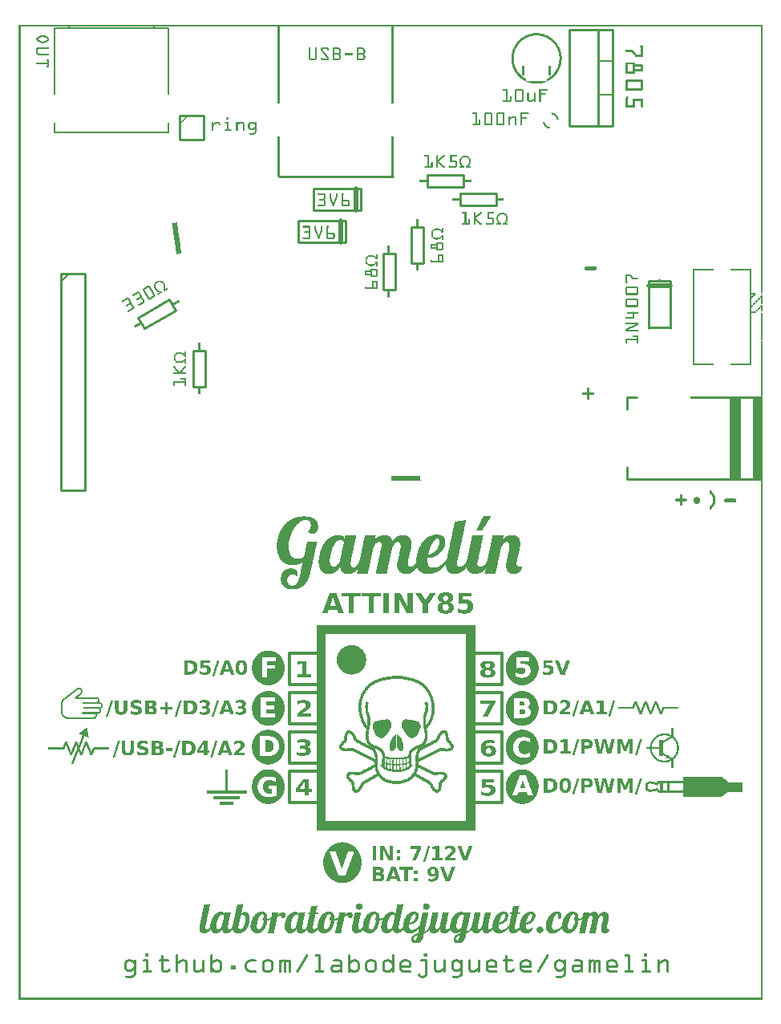
<source format=gto>
G04 MADE WITH FRITZING*
G04 WWW.FRITZING.ORG*
G04 DOUBLE SIDED*
G04 HOLES PLATED*
G04 CONTOUR ON CENTER OF CONTOUR VECTOR*
%ASAXBY*%
%FSLAX23Y23*%
%MOIN*%
%OFA0B0*%
%SFA1.0B1.0*%
%ADD10R,0.143666X0.143282X0.117538X0.117154*%
%ADD11C,0.013064*%
%ADD12R,0.143705X0.143282X0.117577X0.117154*%
%ADD13R,0.143705X0.142439X0.117577X0.116311*%
%ADD14R,0.066462X0.043180*%
%ADD15C,0.010000*%
%ADD16C,0.005000*%
%ADD17C,0.020000*%
%ADD18C,0.006944*%
%ADD19R,0.001000X0.001000*%
%LNSILK1*%
G90*
G70*
G54D11*
X1127Y1439D02*
X1258Y1439D01*
X1258Y1309D01*
X1127Y1309D01*
X1127Y1439D01*
D02*
X1127Y1276D02*
X1258Y1276D01*
X1258Y1146D01*
X1127Y1146D01*
X1127Y1276D01*
D02*
X1127Y1113D02*
X1258Y1113D01*
X1258Y983D01*
X1127Y983D01*
X1127Y1113D01*
D02*
X1127Y950D02*
X1258Y950D01*
X1258Y819D01*
X1127Y819D01*
X1127Y950D01*
D02*
X1878Y1438D02*
X2009Y1438D01*
X2009Y1308D01*
X1878Y1308D01*
X1878Y1438D01*
D02*
X1878Y1275D02*
X2009Y1275D01*
X2009Y1145D01*
X1878Y1145D01*
X1878Y1275D01*
D02*
X1878Y1112D02*
X2009Y1112D01*
X2009Y982D01*
X1878Y982D01*
X1878Y1112D01*
D02*
X1878Y948D02*
X2009Y948D01*
X2009Y819D01*
X1878Y819D01*
X1878Y948D01*
D02*
G54D14*
X2975Y884D03*
G54D15*
X2470Y4028D02*
X2470Y3628D01*
D02*
X2470Y3628D02*
X2290Y3628D01*
D02*
X2290Y3628D02*
X2290Y4028D01*
D02*
X2290Y4028D02*
X2470Y4028D01*
D02*
X2470Y4028D02*
X2470Y3628D01*
D02*
X2470Y3628D02*
X2410Y3628D01*
D02*
X2410Y3628D02*
X2410Y4028D01*
D02*
X2410Y4028D02*
X2470Y4028D01*
G54D16*
D02*
X2470Y3898D02*
X2410Y3898D01*
D02*
X2470Y3758D02*
X2410Y3758D01*
G54D15*
D02*
X2710Y2985D02*
X2710Y2790D01*
D02*
X2620Y2790D02*
X2620Y2985D01*
D02*
X2620Y2985D02*
X2710Y2985D01*
G54D17*
D02*
X2620Y2965D02*
X2710Y2965D01*
G54D15*
D02*
X1699Y3427D02*
X1849Y3427D01*
D02*
X1849Y3427D02*
X1849Y3377D01*
D02*
X1849Y3377D02*
X1699Y3377D01*
D02*
X1699Y3377D02*
X1699Y3427D01*
D02*
X2530Y2162D02*
X2530Y2212D01*
D02*
X2570Y2502D02*
X2530Y2502D01*
D02*
X2530Y2502D02*
X2530Y2452D01*
D02*
X3085Y2502D02*
X3085Y2162D01*
D02*
X3080Y2502D02*
X3080Y2162D01*
D02*
X3075Y2502D02*
X3075Y2162D01*
D02*
X3070Y2502D02*
X3070Y2162D01*
D02*
X3065Y2502D02*
X3065Y2162D01*
D02*
X3060Y2502D02*
X3060Y2162D01*
D02*
X3055Y2502D02*
X3055Y2162D01*
D02*
X2960Y2502D02*
X2960Y2162D01*
D02*
X2965Y2502D02*
X2965Y2162D01*
D02*
X2970Y2502D02*
X2970Y2162D01*
D02*
X2975Y2502D02*
X2975Y2162D01*
D02*
X2980Y2502D02*
X2980Y2162D01*
D02*
X2985Y2502D02*
X2985Y2162D01*
D02*
X2990Y2502D02*
X2990Y2162D01*
D02*
X2995Y2502D02*
X2995Y2162D01*
D02*
X174Y3016D02*
X174Y2116D01*
D02*
X174Y2116D02*
X274Y2116D01*
D02*
X274Y2116D02*
X274Y3016D01*
D02*
X274Y3016D02*
X174Y3016D01*
G54D16*
D02*
X174Y2981D02*
X209Y3016D01*
G54D15*
D02*
X670Y3673D02*
X670Y3573D01*
D02*
X670Y3573D02*
X770Y3573D01*
D02*
X770Y3573D02*
X770Y3673D01*
D02*
X770Y3673D02*
X670Y3673D01*
D02*
X1081Y3420D02*
X1555Y3420D01*
D02*
X1358Y3145D02*
X1163Y3145D01*
D02*
X1163Y3235D02*
X1358Y3235D01*
D02*
X1358Y3235D02*
X1358Y3145D01*
G54D17*
D02*
X1338Y3235D02*
X1338Y3145D01*
G54D15*
D02*
X1421Y3279D02*
X1226Y3279D01*
D02*
X1226Y3369D02*
X1421Y3369D01*
D02*
X1421Y3369D02*
X1421Y3279D01*
G54D17*
D02*
X1401Y3369D02*
X1401Y3279D01*
G54D15*
D02*
X727Y2547D02*
X727Y2697D01*
D02*
X727Y2697D02*
X777Y2697D01*
D02*
X777Y2697D02*
X777Y2547D01*
D02*
X777Y2547D02*
X727Y2547D01*
D02*
X652Y2864D02*
X522Y2789D01*
D02*
X522Y2789D02*
X497Y2833D01*
D02*
X497Y2833D02*
X627Y2908D01*
D02*
X627Y2908D02*
X652Y2864D01*
D02*
X1985Y3299D02*
X1835Y3299D01*
D02*
X1835Y3299D02*
X1835Y3349D01*
D02*
X1835Y3349D02*
X1985Y3349D01*
D02*
X1985Y3349D02*
X1985Y3299D01*
D02*
X1515Y2950D02*
X1515Y3100D01*
D02*
X1515Y3100D02*
X1565Y3100D01*
D02*
X1565Y3100D02*
X1565Y2950D01*
D02*
X1565Y2950D02*
X1515Y2950D01*
D02*
X1633Y3060D02*
X1633Y3210D01*
D02*
X1633Y3210D02*
X1683Y3210D01*
D02*
X1683Y3210D02*
X1683Y3060D01*
D02*
X1683Y3060D02*
X1633Y3060D01*
G54D16*
D02*
X2807Y3033D02*
X2807Y2639D01*
D02*
X3043Y2639D02*
X3043Y2737D01*
D02*
X3043Y2737D02*
X3043Y2855D01*
D02*
X3043Y2875D02*
X3043Y2914D01*
D02*
X3043Y2914D02*
X3043Y2934D01*
D02*
X3043Y2934D02*
X3043Y3033D01*
D02*
X3043Y2934D02*
X3063Y2934D01*
D02*
X3043Y2855D02*
X3043Y2875D01*
D02*
X3043Y2875D02*
X3043Y2895D01*
D02*
X3043Y2855D02*
X3063Y2855D01*
D02*
X3043Y2914D02*
X3063Y2934D01*
G54D18*
D02*
X622Y3603D02*
X149Y3603D01*
D02*
X622Y4036D02*
X563Y4036D01*
D02*
X208Y4036D02*
X149Y4036D01*
D02*
X622Y4036D02*
X622Y3761D01*
D02*
X622Y3603D02*
X622Y3643D01*
D02*
X622Y4036D02*
X149Y4036D01*
D02*
X149Y4036D02*
X149Y3761D01*
D02*
X149Y3603D02*
X149Y3643D01*
G54D19*
X0Y4050D02*
X3092Y4050D01*
X0Y4049D02*
X3092Y4049D01*
X0Y4048D02*
X3092Y4048D01*
X0Y4047D02*
X3092Y4047D01*
X0Y4046D02*
X3092Y4046D01*
X0Y4045D02*
X3092Y4045D01*
X0Y4044D02*
X3092Y4044D01*
X0Y4043D02*
X3092Y4043D01*
X0Y4042D02*
X7Y4042D01*
X205Y4042D02*
X211Y4042D01*
X559Y4042D02*
X565Y4042D01*
X1076Y4042D02*
X1085Y4042D01*
X1550Y4042D02*
X1559Y4042D01*
X3085Y4042D02*
X3092Y4042D01*
X0Y4041D02*
X7Y4041D01*
X205Y4041D02*
X211Y4041D01*
X559Y4041D02*
X565Y4041D01*
X1076Y4041D02*
X1085Y4041D01*
X1550Y4041D02*
X1559Y4041D01*
X3085Y4041D02*
X3092Y4041D01*
X0Y4040D02*
X7Y4040D01*
X205Y4040D02*
X211Y4040D01*
X559Y4040D02*
X565Y4040D01*
X1076Y4040D02*
X1085Y4040D01*
X1550Y4040D02*
X1559Y4040D01*
X3085Y4040D02*
X3092Y4040D01*
X0Y4039D02*
X7Y4039D01*
X205Y4039D02*
X211Y4039D01*
X559Y4039D02*
X565Y4039D01*
X1076Y4039D02*
X1085Y4039D01*
X1550Y4039D02*
X1559Y4039D01*
X3085Y4039D02*
X3092Y4039D01*
X0Y4038D02*
X7Y4038D01*
X205Y4038D02*
X211Y4038D01*
X559Y4038D02*
X565Y4038D01*
X1076Y4038D02*
X1085Y4038D01*
X1550Y4038D02*
X1559Y4038D01*
X3085Y4038D02*
X3092Y4038D01*
X0Y4037D02*
X7Y4037D01*
X205Y4037D02*
X211Y4037D01*
X559Y4037D02*
X565Y4037D01*
X1076Y4037D02*
X1085Y4037D01*
X1550Y4037D02*
X1559Y4037D01*
X3085Y4037D02*
X3092Y4037D01*
X0Y4036D02*
X7Y4036D01*
X1076Y4036D02*
X1085Y4036D01*
X1550Y4036D02*
X1559Y4036D01*
X3085Y4036D02*
X3092Y4036D01*
X0Y4035D02*
X7Y4035D01*
X1076Y4035D02*
X1085Y4035D01*
X1550Y4035D02*
X1559Y4035D01*
X3085Y4035D02*
X3092Y4035D01*
X0Y4034D02*
X7Y4034D01*
X1076Y4034D02*
X1085Y4034D01*
X1550Y4034D02*
X1559Y4034D01*
X3085Y4034D02*
X3092Y4034D01*
X0Y4033D02*
X7Y4033D01*
X1076Y4033D02*
X1085Y4033D01*
X1550Y4033D02*
X1559Y4033D01*
X3085Y4033D02*
X3092Y4033D01*
X0Y4032D02*
X7Y4032D01*
X1076Y4032D02*
X1085Y4032D01*
X1550Y4032D02*
X1559Y4032D01*
X3085Y4032D02*
X3092Y4032D01*
X0Y4031D02*
X7Y4031D01*
X1076Y4031D02*
X1085Y4031D01*
X1550Y4031D02*
X1559Y4031D01*
X3085Y4031D02*
X3092Y4031D01*
X0Y4030D02*
X7Y4030D01*
X1076Y4030D02*
X1085Y4030D01*
X1550Y4030D02*
X1559Y4030D01*
X3085Y4030D02*
X3092Y4030D01*
X0Y4029D02*
X7Y4029D01*
X1076Y4029D02*
X1085Y4029D01*
X1550Y4029D02*
X1559Y4029D01*
X3085Y4029D02*
X3092Y4029D01*
X0Y4028D02*
X7Y4028D01*
X1076Y4028D02*
X1085Y4028D01*
X1550Y4028D02*
X1559Y4028D01*
X3085Y4028D02*
X3092Y4028D01*
X0Y4027D02*
X7Y4027D01*
X1076Y4027D02*
X1085Y4027D01*
X1550Y4027D02*
X1559Y4027D01*
X3085Y4027D02*
X3092Y4027D01*
X0Y4026D02*
X7Y4026D01*
X1076Y4026D02*
X1085Y4026D01*
X1550Y4026D02*
X1559Y4026D01*
X3085Y4026D02*
X3092Y4026D01*
X0Y4025D02*
X7Y4025D01*
X1076Y4025D02*
X1085Y4025D01*
X1550Y4025D02*
X1559Y4025D01*
X3085Y4025D02*
X3092Y4025D01*
X0Y4024D02*
X7Y4024D01*
X1076Y4024D02*
X1085Y4024D01*
X1550Y4024D02*
X1559Y4024D01*
X3085Y4024D02*
X3092Y4024D01*
X0Y4023D02*
X7Y4023D01*
X1076Y4023D02*
X1085Y4023D01*
X1550Y4023D02*
X1559Y4023D01*
X3085Y4023D02*
X3092Y4023D01*
X0Y4022D02*
X7Y4022D01*
X1076Y4022D02*
X1085Y4022D01*
X1550Y4022D02*
X1559Y4022D01*
X3085Y4022D02*
X3092Y4022D01*
X0Y4021D02*
X7Y4021D01*
X1076Y4021D02*
X1085Y4021D01*
X1550Y4021D02*
X1559Y4021D01*
X3085Y4021D02*
X3092Y4021D01*
X0Y4020D02*
X7Y4020D01*
X1076Y4020D02*
X1085Y4020D01*
X1550Y4020D02*
X1559Y4020D01*
X3085Y4020D02*
X3092Y4020D01*
X0Y4019D02*
X7Y4019D01*
X1076Y4019D02*
X1085Y4019D01*
X1550Y4019D02*
X1559Y4019D01*
X3085Y4019D02*
X3092Y4019D01*
X0Y4018D02*
X7Y4018D01*
X1076Y4018D02*
X1085Y4018D01*
X1550Y4018D02*
X1559Y4018D01*
X3085Y4018D02*
X3092Y4018D01*
X0Y4017D02*
X7Y4017D01*
X1076Y4017D02*
X1085Y4017D01*
X1550Y4017D02*
X1559Y4017D01*
X3085Y4017D02*
X3092Y4017D01*
X0Y4016D02*
X7Y4016D01*
X1076Y4016D02*
X1085Y4016D01*
X1550Y4016D02*
X1559Y4016D01*
X3085Y4016D02*
X3092Y4016D01*
X0Y4015D02*
X7Y4015D01*
X1076Y4015D02*
X1085Y4015D01*
X1550Y4015D02*
X1559Y4015D01*
X3085Y4015D02*
X3092Y4015D01*
X0Y4014D02*
X7Y4014D01*
X1076Y4014D02*
X1085Y4014D01*
X1550Y4014D02*
X1559Y4014D01*
X2140Y4014D02*
X2165Y4014D01*
X3085Y4014D02*
X3092Y4014D01*
X0Y4013D02*
X7Y4013D01*
X1076Y4013D02*
X1085Y4013D01*
X1550Y4013D02*
X1559Y4013D01*
X2134Y4013D02*
X2171Y4013D01*
X3085Y4013D02*
X3092Y4013D01*
X0Y4012D02*
X7Y4012D01*
X1076Y4012D02*
X1085Y4012D01*
X1550Y4012D02*
X1559Y4012D01*
X2129Y4012D02*
X2176Y4012D01*
X3085Y4012D02*
X3092Y4012D01*
X0Y4011D02*
X7Y4011D01*
X1076Y4011D02*
X1085Y4011D01*
X1550Y4011D02*
X1559Y4011D01*
X2125Y4011D02*
X2180Y4011D01*
X3085Y4011D02*
X3092Y4011D01*
X0Y4010D02*
X7Y4010D01*
X1076Y4010D02*
X1085Y4010D01*
X1550Y4010D02*
X1559Y4010D01*
X2122Y4010D02*
X2183Y4010D01*
X3085Y4010D02*
X3092Y4010D01*
X0Y4009D02*
X7Y4009D01*
X1076Y4009D02*
X1085Y4009D01*
X1550Y4009D02*
X1559Y4009D01*
X2119Y4009D02*
X2186Y4009D01*
X3085Y4009D02*
X3092Y4009D01*
X0Y4008D02*
X7Y4008D01*
X1076Y4008D02*
X1085Y4008D01*
X1550Y4008D02*
X1559Y4008D01*
X2116Y4008D02*
X2189Y4008D01*
X3085Y4008D02*
X3092Y4008D01*
X0Y4007D02*
X7Y4007D01*
X98Y4007D02*
X102Y4007D01*
X1076Y4007D02*
X1085Y4007D01*
X1550Y4007D02*
X1559Y4007D01*
X2113Y4007D02*
X2192Y4007D01*
X3085Y4007D02*
X3092Y4007D01*
X0Y4006D02*
X7Y4006D01*
X94Y4006D02*
X105Y4006D01*
X1076Y4006D02*
X1085Y4006D01*
X1550Y4006D02*
X1559Y4006D01*
X2111Y4006D02*
X2194Y4006D01*
X3085Y4006D02*
X3092Y4006D01*
X0Y4005D02*
X7Y4005D01*
X92Y4005D02*
X108Y4005D01*
X1076Y4005D02*
X1085Y4005D01*
X1550Y4005D02*
X1559Y4005D01*
X2109Y4005D02*
X2196Y4005D01*
X3085Y4005D02*
X3092Y4005D01*
X0Y4004D02*
X7Y4004D01*
X90Y4004D02*
X110Y4004D01*
X1076Y4004D02*
X1085Y4004D01*
X1550Y4004D02*
X1559Y4004D01*
X2107Y4004D02*
X2139Y4004D01*
X2166Y4004D02*
X2198Y4004D01*
X3085Y4004D02*
X3092Y4004D01*
X0Y4003D02*
X7Y4003D01*
X88Y4003D02*
X112Y4003D01*
X1076Y4003D02*
X1085Y4003D01*
X1550Y4003D02*
X1559Y4003D01*
X2105Y4003D02*
X2133Y4003D01*
X2172Y4003D02*
X2200Y4003D01*
X3085Y4003D02*
X3092Y4003D01*
X0Y4002D02*
X7Y4002D01*
X86Y4002D02*
X114Y4002D01*
X1076Y4002D02*
X1085Y4002D01*
X1550Y4002D02*
X1559Y4002D01*
X2103Y4002D02*
X2128Y4002D01*
X2176Y4002D02*
X2202Y4002D01*
X3085Y4002D02*
X3092Y4002D01*
X0Y4001D02*
X7Y4001D01*
X84Y4001D02*
X116Y4001D01*
X1076Y4001D02*
X1085Y4001D01*
X1550Y4001D02*
X1559Y4001D01*
X2101Y4001D02*
X2125Y4001D01*
X2180Y4001D02*
X2204Y4001D01*
X3085Y4001D02*
X3092Y4001D01*
X0Y4000D02*
X7Y4000D01*
X82Y4000D02*
X97Y4000D01*
X102Y4000D02*
X118Y4000D01*
X1076Y4000D02*
X1085Y4000D01*
X1550Y4000D02*
X1559Y4000D01*
X2099Y4000D02*
X2122Y4000D01*
X2183Y4000D02*
X2205Y4000D01*
X3085Y4000D02*
X3092Y4000D01*
X0Y3999D02*
X7Y3999D01*
X80Y3999D02*
X95Y3999D01*
X105Y3999D02*
X120Y3999D01*
X1076Y3999D02*
X1085Y3999D01*
X1550Y3999D02*
X1559Y3999D01*
X2098Y3999D02*
X2119Y3999D01*
X2186Y3999D02*
X2207Y3999D01*
X3085Y3999D02*
X3092Y3999D01*
X0Y3998D02*
X7Y3998D01*
X78Y3998D02*
X93Y3998D01*
X107Y3998D02*
X122Y3998D01*
X1076Y3998D02*
X1085Y3998D01*
X1550Y3998D02*
X1559Y3998D01*
X2096Y3998D02*
X2116Y3998D01*
X2188Y3998D02*
X2209Y3998D01*
X3085Y3998D02*
X3092Y3998D01*
X0Y3997D02*
X7Y3997D01*
X77Y3997D02*
X91Y3997D01*
X109Y3997D02*
X123Y3997D01*
X1076Y3997D02*
X1085Y3997D01*
X1550Y3997D02*
X1559Y3997D01*
X2094Y3997D02*
X2114Y3997D01*
X2191Y3997D02*
X2210Y3997D01*
X3085Y3997D02*
X3092Y3997D01*
X0Y3996D02*
X7Y3996D01*
X76Y3996D02*
X89Y3996D01*
X111Y3996D02*
X124Y3996D01*
X1076Y3996D02*
X1085Y3996D01*
X1550Y3996D02*
X1559Y3996D01*
X2093Y3996D02*
X2112Y3996D01*
X2193Y3996D02*
X2212Y3996D01*
X3085Y3996D02*
X3092Y3996D01*
X0Y3995D02*
X7Y3995D01*
X75Y3995D02*
X87Y3995D01*
X113Y3995D02*
X125Y3995D01*
X1076Y3995D02*
X1085Y3995D01*
X1550Y3995D02*
X1559Y3995D01*
X2092Y3995D02*
X2110Y3995D01*
X2195Y3995D02*
X2213Y3995D01*
X3085Y3995D02*
X3092Y3995D01*
X0Y3994D02*
X7Y3994D01*
X74Y3994D02*
X85Y3994D01*
X115Y3994D02*
X125Y3994D01*
X1076Y3994D02*
X1085Y3994D01*
X1550Y3994D02*
X1559Y3994D01*
X2090Y3994D02*
X2108Y3994D01*
X2197Y3994D02*
X2214Y3994D01*
X3085Y3994D02*
X3092Y3994D01*
X0Y3993D02*
X7Y3993D01*
X74Y3993D02*
X83Y3993D01*
X117Y3993D02*
X126Y3993D01*
X1076Y3993D02*
X1085Y3993D01*
X1550Y3993D02*
X1559Y3993D01*
X2089Y3993D02*
X2106Y3993D01*
X2199Y3993D02*
X2216Y3993D01*
X3085Y3993D02*
X3092Y3993D01*
X0Y3992D02*
X7Y3992D01*
X73Y3992D02*
X81Y3992D01*
X119Y3992D02*
X126Y3992D01*
X1076Y3992D02*
X1085Y3992D01*
X1550Y3992D02*
X1559Y3992D01*
X2088Y3992D02*
X2104Y3992D01*
X2201Y3992D02*
X2217Y3992D01*
X3085Y3992D02*
X3092Y3992D01*
X0Y3991D02*
X7Y3991D01*
X73Y3991D02*
X80Y3991D01*
X120Y3991D02*
X126Y3991D01*
X1076Y3991D02*
X1085Y3991D01*
X1550Y3991D02*
X1559Y3991D01*
X2086Y3991D02*
X2103Y3991D01*
X2202Y3991D02*
X2218Y3991D01*
X3085Y3991D02*
X3092Y3991D01*
X0Y3990D02*
X7Y3990D01*
X73Y3990D02*
X79Y3990D01*
X120Y3990D02*
X126Y3990D01*
X1076Y3990D02*
X1085Y3990D01*
X1550Y3990D02*
X1559Y3990D01*
X2085Y3990D02*
X2101Y3990D01*
X2204Y3990D02*
X2220Y3990D01*
X3085Y3990D02*
X3092Y3990D01*
X0Y3989D02*
X7Y3989D01*
X73Y3989D02*
X80Y3989D01*
X120Y3989D02*
X126Y3989D01*
X1076Y3989D02*
X1085Y3989D01*
X1550Y3989D02*
X1559Y3989D01*
X2084Y3989D02*
X2099Y3989D01*
X2206Y3989D02*
X2221Y3989D01*
X3085Y3989D02*
X3092Y3989D01*
X0Y3988D02*
X7Y3988D01*
X73Y3988D02*
X81Y3988D01*
X119Y3988D02*
X126Y3988D01*
X1076Y3988D02*
X1085Y3988D01*
X1550Y3988D02*
X1559Y3988D01*
X2083Y3988D02*
X2098Y3988D01*
X2207Y3988D02*
X2222Y3988D01*
X3085Y3988D02*
X3092Y3988D01*
X0Y3987D02*
X7Y3987D01*
X74Y3987D02*
X82Y3987D01*
X117Y3987D02*
X126Y3987D01*
X1076Y3987D02*
X1085Y3987D01*
X1550Y3987D02*
X1559Y3987D01*
X2082Y3987D02*
X2097Y3987D01*
X2208Y3987D02*
X2223Y3987D01*
X3085Y3987D02*
X3092Y3987D01*
X0Y3986D02*
X7Y3986D01*
X74Y3986D02*
X84Y3986D01*
X115Y3986D02*
X125Y3986D01*
X1076Y3986D02*
X1085Y3986D01*
X1550Y3986D02*
X1559Y3986D01*
X2081Y3986D02*
X2095Y3986D01*
X2210Y3986D02*
X2224Y3986D01*
X3085Y3986D02*
X3092Y3986D01*
X0Y3985D02*
X7Y3985D01*
X75Y3985D02*
X86Y3985D01*
X113Y3985D02*
X125Y3985D01*
X1076Y3985D02*
X1085Y3985D01*
X1550Y3985D02*
X1559Y3985D01*
X2080Y3985D02*
X2094Y3985D01*
X2211Y3985D02*
X2225Y3985D01*
X3085Y3985D02*
X3092Y3985D01*
X0Y3984D02*
X7Y3984D01*
X76Y3984D02*
X89Y3984D01*
X111Y3984D02*
X124Y3984D01*
X1076Y3984D02*
X1085Y3984D01*
X1550Y3984D02*
X1559Y3984D01*
X2079Y3984D02*
X2093Y3984D01*
X2212Y3984D02*
X2226Y3984D01*
X3085Y3984D02*
X3092Y3984D01*
X0Y3983D02*
X7Y3983D01*
X77Y3983D02*
X91Y3983D01*
X109Y3983D02*
X123Y3983D01*
X1076Y3983D02*
X1085Y3983D01*
X1550Y3983D02*
X1559Y3983D01*
X2078Y3983D02*
X2091Y3983D01*
X2214Y3983D02*
X2227Y3983D01*
X3085Y3983D02*
X3092Y3983D01*
X0Y3982D02*
X7Y3982D01*
X78Y3982D02*
X93Y3982D01*
X107Y3982D02*
X122Y3982D01*
X1076Y3982D02*
X1085Y3982D01*
X1550Y3982D02*
X1559Y3982D01*
X2077Y3982D02*
X2090Y3982D01*
X2215Y3982D02*
X2228Y3982D01*
X3085Y3982D02*
X3092Y3982D01*
X0Y3981D02*
X7Y3981D01*
X80Y3981D02*
X95Y3981D01*
X105Y3981D02*
X120Y3981D01*
X1076Y3981D02*
X1085Y3981D01*
X1550Y3981D02*
X1559Y3981D01*
X2076Y3981D02*
X2089Y3981D01*
X2216Y3981D02*
X2229Y3981D01*
X3085Y3981D02*
X3092Y3981D01*
X0Y3980D02*
X7Y3980D01*
X82Y3980D02*
X97Y3980D01*
X103Y3980D02*
X118Y3980D01*
X1076Y3980D02*
X1085Y3980D01*
X1550Y3980D02*
X1559Y3980D01*
X2075Y3980D02*
X2088Y3980D01*
X2217Y3980D02*
X2230Y3980D01*
X3085Y3980D02*
X3092Y3980D01*
X0Y3979D02*
X7Y3979D01*
X84Y3979D02*
X116Y3979D01*
X1076Y3979D02*
X1085Y3979D01*
X1550Y3979D02*
X1559Y3979D01*
X2074Y3979D02*
X2087Y3979D01*
X2218Y3979D02*
X2231Y3979D01*
X3085Y3979D02*
X3092Y3979D01*
X0Y3978D02*
X7Y3978D01*
X86Y3978D02*
X114Y3978D01*
X1076Y3978D02*
X1085Y3978D01*
X1550Y3978D02*
X1559Y3978D01*
X2073Y3978D02*
X2086Y3978D01*
X2219Y3978D02*
X2232Y3978D01*
X3085Y3978D02*
X3092Y3978D01*
X0Y3977D02*
X7Y3977D01*
X88Y3977D02*
X112Y3977D01*
X1076Y3977D02*
X1085Y3977D01*
X1550Y3977D02*
X1559Y3977D01*
X2072Y3977D02*
X2085Y3977D01*
X2220Y3977D02*
X2233Y3977D01*
X3085Y3977D02*
X3092Y3977D01*
X0Y3976D02*
X7Y3976D01*
X90Y3976D02*
X110Y3976D01*
X1076Y3976D02*
X1085Y3976D01*
X1550Y3976D02*
X1559Y3976D01*
X2071Y3976D02*
X2084Y3976D01*
X2221Y3976D02*
X2233Y3976D01*
X3085Y3976D02*
X3092Y3976D01*
X0Y3975D02*
X7Y3975D01*
X92Y3975D02*
X108Y3975D01*
X1076Y3975D02*
X1085Y3975D01*
X1550Y3975D02*
X1559Y3975D01*
X2071Y3975D02*
X2083Y3975D01*
X2222Y3975D02*
X2234Y3975D01*
X3085Y3975D02*
X3092Y3975D01*
X0Y3974D02*
X7Y3974D01*
X94Y3974D02*
X105Y3974D01*
X1076Y3974D02*
X1085Y3974D01*
X1550Y3974D02*
X1559Y3974D01*
X2070Y3974D02*
X2082Y3974D01*
X2223Y3974D02*
X2235Y3974D01*
X3085Y3974D02*
X3092Y3974D01*
X0Y3973D02*
X7Y3973D01*
X97Y3973D02*
X102Y3973D01*
X1076Y3973D02*
X1085Y3973D01*
X1550Y3973D02*
X1559Y3973D01*
X2069Y3973D02*
X2081Y3973D01*
X2224Y3973D02*
X2236Y3973D01*
X3085Y3973D02*
X3092Y3973D01*
X0Y3972D02*
X7Y3972D01*
X1076Y3972D02*
X1085Y3972D01*
X1550Y3972D02*
X1559Y3972D01*
X2068Y3972D02*
X2080Y3972D01*
X2225Y3972D02*
X2236Y3972D01*
X3085Y3972D02*
X3092Y3972D01*
X0Y3971D02*
X7Y3971D01*
X1076Y3971D02*
X1085Y3971D01*
X1550Y3971D02*
X1559Y3971D01*
X2068Y3971D02*
X2079Y3971D01*
X2226Y3971D02*
X2237Y3971D01*
X3085Y3971D02*
X3092Y3971D01*
X0Y3970D02*
X7Y3970D01*
X1076Y3970D02*
X1085Y3970D01*
X1550Y3970D02*
X1559Y3970D01*
X2067Y3970D02*
X2078Y3970D01*
X2226Y3970D02*
X2238Y3970D01*
X3085Y3970D02*
X3092Y3970D01*
X0Y3969D02*
X7Y3969D01*
X1076Y3969D02*
X1085Y3969D01*
X1550Y3969D02*
X1559Y3969D01*
X2066Y3969D02*
X2078Y3969D01*
X2227Y3969D02*
X2239Y3969D01*
X3085Y3969D02*
X3092Y3969D01*
X0Y3968D02*
X7Y3968D01*
X1076Y3968D02*
X1085Y3968D01*
X1550Y3968D02*
X1559Y3968D01*
X2066Y3968D02*
X2077Y3968D01*
X2228Y3968D02*
X2239Y3968D01*
X3085Y3968D02*
X3092Y3968D01*
X0Y3967D02*
X7Y3967D01*
X1076Y3967D02*
X1085Y3967D01*
X1550Y3967D02*
X1559Y3967D01*
X2065Y3967D02*
X2076Y3967D01*
X2229Y3967D02*
X2240Y3967D01*
X3085Y3967D02*
X3092Y3967D01*
X0Y3966D02*
X7Y3966D01*
X1076Y3966D02*
X1085Y3966D01*
X1550Y3966D02*
X1559Y3966D01*
X2064Y3966D02*
X2075Y3966D01*
X2229Y3966D02*
X2240Y3966D01*
X3085Y3966D02*
X3092Y3966D01*
X0Y3965D02*
X7Y3965D01*
X1076Y3965D02*
X1085Y3965D01*
X1550Y3965D02*
X1559Y3965D01*
X2064Y3965D02*
X2075Y3965D01*
X2230Y3965D02*
X2241Y3965D01*
X3085Y3965D02*
X3092Y3965D01*
X0Y3964D02*
X7Y3964D01*
X1076Y3964D02*
X1085Y3964D01*
X1550Y3964D02*
X1559Y3964D01*
X2063Y3964D02*
X2074Y3964D01*
X2231Y3964D02*
X2242Y3964D01*
X2588Y3964D02*
X2591Y3964D01*
X3085Y3964D02*
X3092Y3964D01*
X0Y3963D02*
X7Y3963D01*
X1076Y3963D02*
X1085Y3963D01*
X1550Y3963D02*
X1559Y3963D01*
X2063Y3963D02*
X2073Y3963D01*
X2232Y3963D02*
X2242Y3963D01*
X2585Y3963D02*
X2594Y3963D01*
X3085Y3963D02*
X3092Y3963D01*
X0Y3962D02*
X7Y3962D01*
X1076Y3962D02*
X1085Y3962D01*
X1550Y3962D02*
X1559Y3962D01*
X2062Y3962D02*
X2072Y3962D01*
X2232Y3962D02*
X2243Y3962D01*
X2584Y3962D02*
X2595Y3962D01*
X3085Y3962D02*
X3092Y3962D01*
X0Y3961D02*
X7Y3961D01*
X1076Y3961D02*
X1085Y3961D01*
X1550Y3961D02*
X1559Y3961D01*
X2061Y3961D02*
X2072Y3961D01*
X2233Y3961D02*
X2243Y3961D01*
X2584Y3961D02*
X2596Y3961D01*
X3085Y3961D02*
X3092Y3961D01*
X0Y3960D02*
X7Y3960D01*
X1076Y3960D02*
X1085Y3960D01*
X1550Y3960D02*
X1559Y3960D01*
X2061Y3960D02*
X2071Y3960D01*
X2234Y3960D02*
X2244Y3960D01*
X2583Y3960D02*
X2596Y3960D01*
X3085Y3960D02*
X3092Y3960D01*
X0Y3959D02*
X7Y3959D01*
X1076Y3959D02*
X1085Y3959D01*
X1550Y3959D02*
X1559Y3959D01*
X2060Y3959D02*
X2071Y3959D01*
X2234Y3959D02*
X2245Y3959D01*
X2583Y3959D02*
X2596Y3959D01*
X3085Y3959D02*
X3092Y3959D01*
X0Y3958D02*
X7Y3958D01*
X1076Y3958D02*
X1085Y3958D01*
X1550Y3958D02*
X1559Y3958D01*
X2060Y3958D02*
X2070Y3958D01*
X2235Y3958D02*
X2245Y3958D01*
X2583Y3958D02*
X2596Y3958D01*
X3085Y3958D02*
X3092Y3958D01*
X0Y3957D02*
X7Y3957D01*
X83Y3957D02*
X123Y3957D01*
X1076Y3957D02*
X1085Y3957D01*
X1550Y3957D02*
X1559Y3957D01*
X2059Y3957D02*
X2069Y3957D01*
X2235Y3957D02*
X2246Y3957D01*
X2584Y3957D02*
X2596Y3957D01*
X3085Y3957D02*
X3092Y3957D01*
X0Y3956D02*
X7Y3956D01*
X79Y3956D02*
X125Y3956D01*
X1076Y3956D02*
X1085Y3956D01*
X1550Y3956D02*
X1559Y3956D01*
X2059Y3956D02*
X2069Y3956D01*
X2236Y3956D02*
X2246Y3956D01*
X2584Y3956D02*
X2596Y3956D01*
X3085Y3956D02*
X3092Y3956D01*
X0Y3955D02*
X7Y3955D01*
X78Y3955D02*
X126Y3955D01*
X1076Y3955D02*
X1085Y3955D01*
X1207Y3955D02*
X1210Y3955D01*
X1235Y3955D02*
X1237Y3955D01*
X1260Y3955D02*
X1283Y3955D01*
X1306Y3955D02*
X1329Y3955D01*
X1406Y3955D02*
X1429Y3955D01*
X1550Y3955D02*
X1559Y3955D01*
X2058Y3955D02*
X2068Y3955D01*
X2237Y3955D02*
X2246Y3955D01*
X2586Y3955D02*
X2596Y3955D01*
X3085Y3955D02*
X3092Y3955D01*
X0Y3954D02*
X7Y3954D01*
X76Y3954D02*
X126Y3954D01*
X1076Y3954D02*
X1085Y3954D01*
X1206Y3954D02*
X1211Y3954D01*
X1233Y3954D02*
X1238Y3954D01*
X1259Y3954D02*
X1285Y3954D01*
X1306Y3954D02*
X1331Y3954D01*
X1406Y3954D02*
X1432Y3954D01*
X1550Y3954D02*
X1559Y3954D01*
X2058Y3954D02*
X2068Y3954D01*
X2237Y3954D02*
X2247Y3954D01*
X2587Y3954D02*
X2596Y3954D01*
X3085Y3954D02*
X3092Y3954D01*
X0Y3953D02*
X7Y3953D01*
X76Y3953D02*
X126Y3953D01*
X1076Y3953D02*
X1085Y3953D01*
X1205Y3953D02*
X1211Y3953D01*
X1233Y3953D02*
X1239Y3953D01*
X1258Y3953D02*
X1286Y3953D01*
X1306Y3953D02*
X1333Y3953D01*
X1406Y3953D02*
X1434Y3953D01*
X1550Y3953D02*
X1559Y3953D01*
X2057Y3953D02*
X2067Y3953D01*
X2238Y3953D02*
X2247Y3953D01*
X2587Y3953D02*
X2596Y3953D01*
X3085Y3953D02*
X3092Y3953D01*
X0Y3952D02*
X7Y3952D01*
X75Y3952D02*
X126Y3952D01*
X1076Y3952D02*
X1085Y3952D01*
X1205Y3952D02*
X1211Y3952D01*
X1233Y3952D02*
X1239Y3952D01*
X1257Y3952D02*
X1287Y3952D01*
X1306Y3952D02*
X1334Y3952D01*
X1406Y3952D02*
X1435Y3952D01*
X1550Y3952D02*
X1559Y3952D01*
X2057Y3952D02*
X2067Y3952D01*
X2238Y3952D02*
X2248Y3952D01*
X2587Y3952D02*
X2596Y3952D01*
X3085Y3952D02*
X3092Y3952D01*
X0Y3951D02*
X7Y3951D01*
X74Y3951D02*
X125Y3951D01*
X1076Y3951D02*
X1085Y3951D01*
X1205Y3951D02*
X1211Y3951D01*
X1233Y3951D02*
X1239Y3951D01*
X1256Y3951D02*
X1288Y3951D01*
X1306Y3951D02*
X1335Y3951D01*
X1406Y3951D02*
X1436Y3951D01*
X1550Y3951D02*
X1559Y3951D01*
X2056Y3951D02*
X2066Y3951D01*
X2239Y3951D02*
X2248Y3951D01*
X2587Y3951D02*
X2596Y3951D01*
X3085Y3951D02*
X3092Y3951D01*
X0Y3950D02*
X7Y3950D01*
X74Y3950D02*
X123Y3950D01*
X1076Y3950D02*
X1085Y3950D01*
X1205Y3950D02*
X1211Y3950D01*
X1233Y3950D02*
X1239Y3950D01*
X1256Y3950D02*
X1288Y3950D01*
X1306Y3950D02*
X1336Y3950D01*
X1406Y3950D02*
X1437Y3950D01*
X1550Y3950D02*
X1559Y3950D01*
X2056Y3950D02*
X2066Y3950D01*
X2239Y3950D02*
X2249Y3950D01*
X2587Y3950D02*
X2596Y3950D01*
X3085Y3950D02*
X3092Y3950D01*
X0Y3949D02*
X7Y3949D01*
X74Y3949D02*
X80Y3949D01*
X1076Y3949D02*
X1085Y3949D01*
X1205Y3949D02*
X1211Y3949D01*
X1233Y3949D02*
X1239Y3949D01*
X1256Y3949D02*
X1289Y3949D01*
X1306Y3949D02*
X1337Y3949D01*
X1406Y3949D02*
X1437Y3949D01*
X1550Y3949D02*
X1559Y3949D01*
X2056Y3949D02*
X2065Y3949D01*
X2239Y3949D02*
X2249Y3949D01*
X2587Y3949D02*
X2596Y3949D01*
X3085Y3949D02*
X3092Y3949D01*
X0Y3948D02*
X7Y3948D01*
X73Y3948D02*
X80Y3948D01*
X1076Y3948D02*
X1085Y3948D01*
X1205Y3948D02*
X1211Y3948D01*
X1233Y3948D02*
X1239Y3948D01*
X1255Y3948D02*
X1262Y3948D01*
X1282Y3948D02*
X1289Y3948D01*
X1306Y3948D02*
X1312Y3948D01*
X1329Y3948D02*
X1338Y3948D01*
X1406Y3948D02*
X1412Y3948D01*
X1429Y3948D02*
X1438Y3948D01*
X1550Y3948D02*
X1559Y3948D01*
X2055Y3948D02*
X2065Y3948D01*
X2240Y3948D02*
X2250Y3948D01*
X2587Y3948D02*
X2596Y3948D01*
X3085Y3948D02*
X3092Y3948D01*
X0Y3947D02*
X7Y3947D01*
X73Y3947D02*
X79Y3947D01*
X1076Y3947D02*
X1085Y3947D01*
X1205Y3947D02*
X1211Y3947D01*
X1233Y3947D02*
X1239Y3947D01*
X1256Y3947D02*
X1262Y3947D01*
X1283Y3947D02*
X1289Y3947D01*
X1306Y3947D02*
X1312Y3947D01*
X1330Y3947D02*
X1338Y3947D01*
X1406Y3947D02*
X1412Y3947D01*
X1431Y3947D02*
X1438Y3947D01*
X1550Y3947D02*
X1559Y3947D01*
X2055Y3947D02*
X2064Y3947D01*
X2240Y3947D02*
X2250Y3947D01*
X2587Y3947D02*
X2596Y3947D01*
X3085Y3947D02*
X3092Y3947D01*
X0Y3946D02*
X7Y3946D01*
X73Y3946D02*
X79Y3946D01*
X1076Y3946D02*
X1085Y3946D01*
X1205Y3946D02*
X1211Y3946D01*
X1233Y3946D02*
X1239Y3946D01*
X1256Y3946D02*
X1263Y3946D01*
X1283Y3946D02*
X1289Y3946D01*
X1306Y3946D02*
X1312Y3946D01*
X1331Y3946D02*
X1338Y3946D01*
X1406Y3946D02*
X1412Y3946D01*
X1432Y3946D02*
X1439Y3946D01*
X1550Y3946D02*
X1559Y3946D01*
X2054Y3946D02*
X2064Y3946D01*
X2241Y3946D02*
X2250Y3946D01*
X2587Y3946D02*
X2596Y3946D01*
X3085Y3946D02*
X3092Y3946D01*
X0Y3945D02*
X7Y3945D01*
X73Y3945D02*
X79Y3945D01*
X1076Y3945D02*
X1085Y3945D01*
X1205Y3945D02*
X1211Y3945D01*
X1233Y3945D02*
X1239Y3945D01*
X1256Y3945D02*
X1263Y3945D01*
X1283Y3945D02*
X1289Y3945D01*
X1306Y3945D02*
X1312Y3945D01*
X1332Y3945D02*
X1339Y3945D01*
X1406Y3945D02*
X1412Y3945D01*
X1433Y3945D02*
X1439Y3945D01*
X1550Y3945D02*
X1559Y3945D01*
X2054Y3945D02*
X2064Y3945D01*
X2241Y3945D02*
X2251Y3945D01*
X2587Y3945D02*
X2596Y3945D01*
X3085Y3945D02*
X3092Y3945D01*
X0Y3944D02*
X7Y3944D01*
X73Y3944D02*
X79Y3944D01*
X1076Y3944D02*
X1085Y3944D01*
X1205Y3944D02*
X1211Y3944D01*
X1233Y3944D02*
X1239Y3944D01*
X1256Y3944D02*
X1264Y3944D01*
X1284Y3944D02*
X1288Y3944D01*
X1306Y3944D02*
X1312Y3944D01*
X1333Y3944D02*
X1339Y3944D01*
X1406Y3944D02*
X1412Y3944D01*
X1433Y3944D02*
X1439Y3944D01*
X1550Y3944D02*
X1559Y3944D01*
X2054Y3944D02*
X2063Y3944D01*
X2242Y3944D02*
X2251Y3944D01*
X2524Y3944D02*
X2552Y3944D01*
X2587Y3944D02*
X2596Y3944D01*
X3085Y3944D02*
X3092Y3944D01*
X0Y3943D02*
X7Y3943D01*
X73Y3943D02*
X79Y3943D01*
X1076Y3943D02*
X1085Y3943D01*
X1205Y3943D02*
X1211Y3943D01*
X1233Y3943D02*
X1239Y3943D01*
X1257Y3943D02*
X1265Y3943D01*
X1285Y3943D02*
X1287Y3943D01*
X1306Y3943D02*
X1312Y3943D01*
X1333Y3943D02*
X1339Y3943D01*
X1406Y3943D02*
X1412Y3943D01*
X1433Y3943D02*
X1439Y3943D01*
X1550Y3943D02*
X1559Y3943D01*
X2053Y3943D02*
X2063Y3943D01*
X2242Y3943D02*
X2251Y3943D01*
X2522Y3943D02*
X2554Y3943D01*
X2587Y3943D02*
X2596Y3943D01*
X3085Y3943D02*
X3092Y3943D01*
X0Y3942D02*
X7Y3942D01*
X73Y3942D02*
X79Y3942D01*
X1076Y3942D02*
X1085Y3942D01*
X1205Y3942D02*
X1211Y3942D01*
X1233Y3942D02*
X1239Y3942D01*
X1258Y3942D02*
X1266Y3942D01*
X1306Y3942D02*
X1312Y3942D01*
X1333Y3942D02*
X1339Y3942D01*
X1406Y3942D02*
X1412Y3942D01*
X1434Y3942D02*
X1440Y3942D01*
X1550Y3942D02*
X1559Y3942D01*
X2053Y3942D02*
X2063Y3942D01*
X2242Y3942D02*
X2252Y3942D01*
X2522Y3942D02*
X2555Y3942D01*
X2587Y3942D02*
X2596Y3942D01*
X3085Y3942D02*
X3092Y3942D01*
X0Y3941D02*
X7Y3941D01*
X73Y3941D02*
X79Y3941D01*
X1076Y3941D02*
X1085Y3941D01*
X1205Y3941D02*
X1211Y3941D01*
X1233Y3941D02*
X1239Y3941D01*
X1258Y3941D02*
X1266Y3941D01*
X1306Y3941D02*
X1312Y3941D01*
X1333Y3941D02*
X1339Y3941D01*
X1406Y3941D02*
X1412Y3941D01*
X1434Y3941D02*
X1440Y3941D01*
X1550Y3941D02*
X1559Y3941D01*
X2053Y3941D02*
X2062Y3941D01*
X2243Y3941D02*
X2252Y3941D01*
X2521Y3941D02*
X2555Y3941D01*
X2587Y3941D02*
X2596Y3941D01*
X3085Y3941D02*
X3092Y3941D01*
X0Y3940D02*
X7Y3940D01*
X73Y3940D02*
X79Y3940D01*
X1076Y3940D02*
X1085Y3940D01*
X1205Y3940D02*
X1211Y3940D01*
X1233Y3940D02*
X1239Y3940D01*
X1259Y3940D02*
X1267Y3940D01*
X1306Y3940D02*
X1312Y3940D01*
X1333Y3940D02*
X1339Y3940D01*
X1406Y3940D02*
X1412Y3940D01*
X1434Y3940D02*
X1440Y3940D01*
X1550Y3940D02*
X1559Y3940D01*
X2052Y3940D02*
X2062Y3940D01*
X2243Y3940D02*
X2252Y3940D01*
X2521Y3940D02*
X2556Y3940D01*
X2587Y3940D02*
X2596Y3940D01*
X3085Y3940D02*
X3092Y3940D01*
X0Y3939D02*
X7Y3939D01*
X73Y3939D02*
X79Y3939D01*
X1076Y3939D02*
X1085Y3939D01*
X1205Y3939D02*
X1211Y3939D01*
X1233Y3939D02*
X1239Y3939D01*
X1260Y3939D02*
X1268Y3939D01*
X1306Y3939D02*
X1312Y3939D01*
X1333Y3939D02*
X1339Y3939D01*
X1406Y3939D02*
X1412Y3939D01*
X1434Y3939D02*
X1440Y3939D01*
X1550Y3939D02*
X1559Y3939D01*
X2052Y3939D02*
X2061Y3939D01*
X2243Y3939D02*
X2253Y3939D01*
X2521Y3939D02*
X2557Y3939D01*
X2587Y3939D02*
X2596Y3939D01*
X3085Y3939D02*
X3092Y3939D01*
X0Y3938D02*
X7Y3938D01*
X73Y3938D02*
X79Y3938D01*
X1076Y3938D02*
X1085Y3938D01*
X1205Y3938D02*
X1211Y3938D01*
X1233Y3938D02*
X1239Y3938D01*
X1261Y3938D02*
X1269Y3938D01*
X1306Y3938D02*
X1312Y3938D01*
X1333Y3938D02*
X1339Y3938D01*
X1406Y3938D02*
X1412Y3938D01*
X1434Y3938D02*
X1440Y3938D01*
X1550Y3938D02*
X1559Y3938D01*
X2052Y3938D02*
X2061Y3938D01*
X2244Y3938D02*
X2253Y3938D01*
X2522Y3938D02*
X2558Y3938D01*
X2587Y3938D02*
X2596Y3938D01*
X3085Y3938D02*
X3092Y3938D01*
X0Y3937D02*
X7Y3937D01*
X73Y3937D02*
X79Y3937D01*
X1076Y3937D02*
X1085Y3937D01*
X1205Y3937D02*
X1211Y3937D01*
X1233Y3937D02*
X1239Y3937D01*
X1262Y3937D02*
X1270Y3937D01*
X1306Y3937D02*
X1312Y3937D01*
X1333Y3937D02*
X1339Y3937D01*
X1406Y3937D02*
X1412Y3937D01*
X1433Y3937D02*
X1439Y3937D01*
X1550Y3937D02*
X1559Y3937D01*
X2052Y3937D02*
X2061Y3937D01*
X2244Y3937D02*
X2253Y3937D01*
X2522Y3937D02*
X2559Y3937D01*
X2587Y3937D02*
X2596Y3937D01*
X3085Y3937D02*
X3092Y3937D01*
X0Y3936D02*
X7Y3936D01*
X73Y3936D02*
X79Y3936D01*
X1076Y3936D02*
X1085Y3936D01*
X1205Y3936D02*
X1211Y3936D01*
X1233Y3936D02*
X1239Y3936D01*
X1262Y3936D02*
X1270Y3936D01*
X1306Y3936D02*
X1312Y3936D01*
X1332Y3936D02*
X1339Y3936D01*
X1406Y3936D02*
X1412Y3936D01*
X1433Y3936D02*
X1439Y3936D01*
X1550Y3936D02*
X1559Y3936D01*
X2051Y3936D02*
X2061Y3936D01*
X2244Y3936D02*
X2254Y3936D01*
X2523Y3936D02*
X2560Y3936D01*
X2587Y3936D02*
X2596Y3936D01*
X3085Y3936D02*
X3092Y3936D01*
X0Y3935D02*
X7Y3935D01*
X73Y3935D02*
X79Y3935D01*
X1076Y3935D02*
X1085Y3935D01*
X1205Y3935D02*
X1211Y3935D01*
X1233Y3935D02*
X1239Y3935D01*
X1263Y3935D02*
X1271Y3935D01*
X1306Y3935D02*
X1312Y3935D01*
X1332Y3935D02*
X1339Y3935D01*
X1406Y3935D02*
X1412Y3935D01*
X1432Y3935D02*
X1439Y3935D01*
X1550Y3935D02*
X1559Y3935D01*
X2051Y3935D02*
X2060Y3935D01*
X2245Y3935D02*
X2254Y3935D01*
X2526Y3935D02*
X2560Y3935D01*
X2587Y3935D02*
X2596Y3935D01*
X3085Y3935D02*
X3092Y3935D01*
X0Y3934D02*
X7Y3934D01*
X73Y3934D02*
X79Y3934D01*
X1076Y3934D02*
X1085Y3934D01*
X1205Y3934D02*
X1211Y3934D01*
X1233Y3934D02*
X1239Y3934D01*
X1264Y3934D02*
X1272Y3934D01*
X1306Y3934D02*
X1312Y3934D01*
X1331Y3934D02*
X1338Y3934D01*
X1406Y3934D02*
X1412Y3934D01*
X1431Y3934D02*
X1439Y3934D01*
X1550Y3934D02*
X1559Y3934D01*
X2051Y3934D02*
X2060Y3934D01*
X2245Y3934D02*
X2254Y3934D01*
X2549Y3934D02*
X2561Y3934D01*
X2587Y3934D02*
X2596Y3934D01*
X3085Y3934D02*
X3092Y3934D01*
X0Y3933D02*
X7Y3933D01*
X73Y3933D02*
X79Y3933D01*
X1076Y3933D02*
X1085Y3933D01*
X1205Y3933D02*
X1211Y3933D01*
X1233Y3933D02*
X1239Y3933D01*
X1265Y3933D02*
X1273Y3933D01*
X1306Y3933D02*
X1312Y3933D01*
X1330Y3933D02*
X1338Y3933D01*
X1406Y3933D02*
X1412Y3933D01*
X1430Y3933D02*
X1438Y3933D01*
X1550Y3933D02*
X1559Y3933D01*
X2051Y3933D02*
X2060Y3933D01*
X2245Y3933D02*
X2254Y3933D01*
X2550Y3933D02*
X2562Y3933D01*
X2587Y3933D02*
X2596Y3933D01*
X3085Y3933D02*
X3092Y3933D01*
X0Y3932D02*
X7Y3932D01*
X73Y3932D02*
X79Y3932D01*
X1076Y3932D02*
X1085Y3932D01*
X1205Y3932D02*
X1211Y3932D01*
X1233Y3932D02*
X1239Y3932D01*
X1265Y3932D02*
X1273Y3932D01*
X1306Y3932D02*
X1337Y3932D01*
X1359Y3932D02*
X1386Y3932D01*
X1406Y3932D02*
X1438Y3932D01*
X1550Y3932D02*
X1559Y3932D01*
X2050Y3932D02*
X2059Y3932D01*
X2245Y3932D02*
X2254Y3932D01*
X2551Y3932D02*
X2563Y3932D01*
X2587Y3932D02*
X2596Y3932D01*
X3085Y3932D02*
X3092Y3932D01*
X0Y3931D02*
X7Y3931D01*
X73Y3931D02*
X80Y3931D01*
X1076Y3931D02*
X1085Y3931D01*
X1205Y3931D02*
X1211Y3931D01*
X1233Y3931D02*
X1239Y3931D01*
X1266Y3931D02*
X1274Y3931D01*
X1306Y3931D02*
X1337Y3931D01*
X1357Y3931D02*
X1388Y3931D01*
X1406Y3931D02*
X1437Y3931D01*
X1550Y3931D02*
X1559Y3931D01*
X2050Y3931D02*
X2059Y3931D01*
X2246Y3931D02*
X2255Y3931D01*
X2552Y3931D02*
X2564Y3931D01*
X2587Y3931D02*
X2596Y3931D01*
X3085Y3931D02*
X3092Y3931D01*
X0Y3930D02*
X7Y3930D01*
X74Y3930D02*
X81Y3930D01*
X1076Y3930D02*
X1085Y3930D01*
X1205Y3930D02*
X1211Y3930D01*
X1233Y3930D02*
X1239Y3930D01*
X1267Y3930D02*
X1275Y3930D01*
X1306Y3930D02*
X1336Y3930D01*
X1356Y3930D02*
X1389Y3930D01*
X1406Y3930D02*
X1436Y3930D01*
X1550Y3930D02*
X1559Y3930D01*
X2050Y3930D02*
X2059Y3930D01*
X2246Y3930D02*
X2255Y3930D01*
X2553Y3930D02*
X2565Y3930D01*
X2587Y3930D02*
X2596Y3930D01*
X3085Y3930D02*
X3092Y3930D01*
X0Y3929D02*
X7Y3929D01*
X74Y3929D02*
X124Y3929D01*
X1076Y3929D02*
X1085Y3929D01*
X1205Y3929D02*
X1211Y3929D01*
X1233Y3929D02*
X1239Y3929D01*
X1268Y3929D02*
X1276Y3929D01*
X1306Y3929D02*
X1335Y3929D01*
X1356Y3929D02*
X1389Y3929D01*
X1406Y3929D02*
X1435Y3929D01*
X1550Y3929D02*
X1559Y3929D01*
X2050Y3929D02*
X2059Y3929D01*
X2246Y3929D02*
X2255Y3929D01*
X2554Y3929D02*
X2566Y3929D01*
X2587Y3929D02*
X2596Y3929D01*
X3085Y3929D02*
X3092Y3929D01*
X0Y3928D02*
X7Y3928D01*
X75Y3928D02*
X126Y3928D01*
X1076Y3928D02*
X1085Y3928D01*
X1205Y3928D02*
X1211Y3928D01*
X1233Y3928D02*
X1239Y3928D01*
X1269Y3928D02*
X1277Y3928D01*
X1306Y3928D02*
X1335Y3928D01*
X1356Y3928D02*
X1389Y3928D01*
X1406Y3928D02*
X1435Y3928D01*
X1550Y3928D02*
X1559Y3928D01*
X2050Y3928D02*
X2059Y3928D01*
X2246Y3928D02*
X2255Y3928D01*
X2555Y3928D02*
X2566Y3928D01*
X2587Y3928D02*
X2596Y3928D01*
X3085Y3928D02*
X3092Y3928D01*
X0Y3927D02*
X7Y3927D01*
X75Y3927D02*
X126Y3927D01*
X1076Y3927D02*
X1085Y3927D01*
X1205Y3927D02*
X1211Y3927D01*
X1233Y3927D02*
X1239Y3927D01*
X1269Y3927D02*
X1277Y3927D01*
X1306Y3927D02*
X1336Y3927D01*
X1356Y3927D02*
X1389Y3927D01*
X1406Y3927D02*
X1436Y3927D01*
X1550Y3927D02*
X1559Y3927D01*
X2049Y3927D02*
X2058Y3927D01*
X2246Y3927D02*
X2255Y3927D01*
X2555Y3927D02*
X2567Y3927D01*
X2587Y3927D02*
X2596Y3927D01*
X3085Y3927D02*
X3092Y3927D01*
X0Y3926D02*
X7Y3926D01*
X76Y3926D02*
X126Y3926D01*
X1076Y3926D02*
X1085Y3926D01*
X1205Y3926D02*
X1211Y3926D01*
X1233Y3926D02*
X1239Y3926D01*
X1270Y3926D02*
X1278Y3926D01*
X1306Y3926D02*
X1337Y3926D01*
X1356Y3926D02*
X1389Y3926D01*
X1406Y3926D02*
X1437Y3926D01*
X1550Y3926D02*
X1559Y3926D01*
X2049Y3926D02*
X2058Y3926D01*
X2247Y3926D02*
X2256Y3926D01*
X2556Y3926D02*
X2568Y3926D01*
X2587Y3926D02*
X2596Y3926D01*
X3085Y3926D02*
X3092Y3926D01*
X0Y3925D02*
X7Y3925D01*
X77Y3925D02*
X126Y3925D01*
X1076Y3925D02*
X1085Y3925D01*
X1205Y3925D02*
X1211Y3925D01*
X1233Y3925D02*
X1239Y3925D01*
X1271Y3925D02*
X1279Y3925D01*
X1306Y3925D02*
X1337Y3925D01*
X1356Y3925D02*
X1389Y3925D01*
X1406Y3925D02*
X1438Y3925D01*
X1550Y3925D02*
X1559Y3925D01*
X2049Y3925D02*
X2058Y3925D01*
X2247Y3925D02*
X2256Y3925D01*
X2557Y3925D02*
X2596Y3925D01*
X3085Y3925D02*
X3092Y3925D01*
X0Y3924D02*
X7Y3924D01*
X78Y3924D02*
X126Y3924D01*
X1076Y3924D02*
X1085Y3924D01*
X1205Y3924D02*
X1211Y3924D01*
X1233Y3924D02*
X1239Y3924D01*
X1272Y3924D02*
X1280Y3924D01*
X1306Y3924D02*
X1312Y3924D01*
X1330Y3924D02*
X1338Y3924D01*
X1356Y3924D02*
X1389Y3924D01*
X1406Y3924D02*
X1412Y3924D01*
X1430Y3924D02*
X1438Y3924D01*
X1550Y3924D02*
X1559Y3924D01*
X2049Y3924D02*
X2058Y3924D01*
X2247Y3924D02*
X2256Y3924D01*
X2558Y3924D02*
X2596Y3924D01*
X3085Y3924D02*
X3092Y3924D01*
X0Y3923D02*
X7Y3923D01*
X80Y3923D02*
X125Y3923D01*
X1076Y3923D02*
X1085Y3923D01*
X1205Y3923D02*
X1211Y3923D01*
X1233Y3923D02*
X1239Y3923D01*
X1272Y3923D02*
X1280Y3923D01*
X1306Y3923D02*
X1312Y3923D01*
X1331Y3923D02*
X1338Y3923D01*
X1357Y3923D02*
X1388Y3923D01*
X1406Y3923D02*
X1412Y3923D01*
X1431Y3923D02*
X1439Y3923D01*
X1550Y3923D02*
X1559Y3923D01*
X2049Y3923D02*
X2058Y3923D01*
X2247Y3923D02*
X2256Y3923D01*
X2559Y3923D02*
X2596Y3923D01*
X3085Y3923D02*
X3092Y3923D01*
X0Y3922D02*
X7Y3922D01*
X1076Y3922D02*
X1085Y3922D01*
X1205Y3922D02*
X1211Y3922D01*
X1233Y3922D02*
X1239Y3922D01*
X1273Y3922D02*
X1281Y3922D01*
X1306Y3922D02*
X1312Y3922D01*
X1332Y3922D02*
X1339Y3922D01*
X1406Y3922D02*
X1412Y3922D01*
X1432Y3922D02*
X1439Y3922D01*
X1550Y3922D02*
X1559Y3922D01*
X2049Y3922D02*
X2058Y3922D01*
X2247Y3922D02*
X2256Y3922D01*
X2560Y3922D02*
X2596Y3922D01*
X3085Y3922D02*
X3092Y3922D01*
X0Y3921D02*
X7Y3921D01*
X1076Y3921D02*
X1085Y3921D01*
X1205Y3921D02*
X1211Y3921D01*
X1233Y3921D02*
X1239Y3921D01*
X1274Y3921D02*
X1282Y3921D01*
X1306Y3921D02*
X1312Y3921D01*
X1332Y3921D02*
X1339Y3921D01*
X1406Y3921D02*
X1412Y3921D01*
X1433Y3921D02*
X1439Y3921D01*
X1550Y3921D02*
X1559Y3921D01*
X2049Y3921D02*
X2058Y3921D01*
X2247Y3921D02*
X2256Y3921D01*
X2561Y3921D02*
X2596Y3921D01*
X3085Y3921D02*
X3092Y3921D01*
X0Y3920D02*
X7Y3920D01*
X1076Y3920D02*
X1085Y3920D01*
X1205Y3920D02*
X1211Y3920D01*
X1233Y3920D02*
X1239Y3920D01*
X1275Y3920D02*
X1283Y3920D01*
X1306Y3920D02*
X1312Y3920D01*
X1333Y3920D02*
X1339Y3920D01*
X1406Y3920D02*
X1412Y3920D01*
X1433Y3920D02*
X1439Y3920D01*
X1550Y3920D02*
X1559Y3920D01*
X2048Y3920D02*
X2057Y3920D01*
X2247Y3920D02*
X2256Y3920D01*
X2561Y3920D02*
X2596Y3920D01*
X3085Y3920D02*
X3092Y3920D01*
X0Y3919D02*
X7Y3919D01*
X1076Y3919D02*
X1085Y3919D01*
X1205Y3919D02*
X1211Y3919D01*
X1233Y3919D02*
X1239Y3919D01*
X1275Y3919D02*
X1284Y3919D01*
X1306Y3919D02*
X1312Y3919D01*
X1333Y3919D02*
X1339Y3919D01*
X1406Y3919D02*
X1412Y3919D01*
X1434Y3919D02*
X1440Y3919D01*
X1550Y3919D02*
X1559Y3919D01*
X2048Y3919D02*
X2057Y3919D01*
X2247Y3919D02*
X2256Y3919D01*
X2562Y3919D02*
X2596Y3919D01*
X3085Y3919D02*
X3092Y3919D01*
X0Y3918D02*
X7Y3918D01*
X1076Y3918D02*
X1085Y3918D01*
X1205Y3918D02*
X1211Y3918D01*
X1233Y3918D02*
X1239Y3918D01*
X1276Y3918D02*
X1284Y3918D01*
X1306Y3918D02*
X1312Y3918D01*
X1333Y3918D02*
X1339Y3918D01*
X1406Y3918D02*
X1412Y3918D01*
X1434Y3918D02*
X1440Y3918D01*
X1550Y3918D02*
X1559Y3918D01*
X2048Y3918D02*
X2057Y3918D01*
X2248Y3918D02*
X2257Y3918D01*
X2563Y3918D02*
X2596Y3918D01*
X3085Y3918D02*
X3092Y3918D01*
X0Y3917D02*
X7Y3917D01*
X1076Y3917D02*
X1085Y3917D01*
X1205Y3917D02*
X1211Y3917D01*
X1233Y3917D02*
X1239Y3917D01*
X1277Y3917D02*
X1285Y3917D01*
X1306Y3917D02*
X1312Y3917D01*
X1333Y3917D02*
X1339Y3917D01*
X1406Y3917D02*
X1412Y3917D01*
X1434Y3917D02*
X1440Y3917D01*
X1550Y3917D02*
X1559Y3917D01*
X2048Y3917D02*
X2057Y3917D01*
X2248Y3917D02*
X2257Y3917D01*
X2564Y3917D02*
X2596Y3917D01*
X3085Y3917D02*
X3092Y3917D01*
X0Y3916D02*
X7Y3916D01*
X1076Y3916D02*
X1085Y3916D01*
X1205Y3916D02*
X1211Y3916D01*
X1233Y3916D02*
X1239Y3916D01*
X1278Y3916D02*
X1286Y3916D01*
X1306Y3916D02*
X1312Y3916D01*
X1333Y3916D02*
X1339Y3916D01*
X1406Y3916D02*
X1412Y3916D01*
X1434Y3916D02*
X1440Y3916D01*
X1550Y3916D02*
X1559Y3916D01*
X2048Y3916D02*
X2057Y3916D01*
X2248Y3916D02*
X2257Y3916D01*
X2566Y3916D02*
X2596Y3916D01*
X3085Y3916D02*
X3092Y3916D01*
X0Y3915D02*
X7Y3915D01*
X1076Y3915D02*
X1085Y3915D01*
X1205Y3915D02*
X1211Y3915D01*
X1233Y3915D02*
X1239Y3915D01*
X1279Y3915D02*
X1287Y3915D01*
X1306Y3915D02*
X1312Y3915D01*
X1333Y3915D02*
X1339Y3915D01*
X1406Y3915D02*
X1412Y3915D01*
X1434Y3915D02*
X1440Y3915D01*
X1550Y3915D02*
X1559Y3915D01*
X2048Y3915D02*
X2057Y3915D01*
X2248Y3915D02*
X2257Y3915D01*
X3085Y3915D02*
X3092Y3915D01*
X0Y3914D02*
X7Y3914D01*
X1076Y3914D02*
X1085Y3914D01*
X1205Y3914D02*
X1211Y3914D01*
X1233Y3914D02*
X1239Y3914D01*
X1258Y3914D02*
X1259Y3914D01*
X1279Y3914D02*
X1287Y3914D01*
X1306Y3914D02*
X1312Y3914D01*
X1333Y3914D02*
X1339Y3914D01*
X1406Y3914D02*
X1412Y3914D01*
X1433Y3914D02*
X1440Y3914D01*
X1550Y3914D02*
X1559Y3914D01*
X2048Y3914D02*
X2057Y3914D01*
X2248Y3914D02*
X2257Y3914D01*
X3085Y3914D02*
X3092Y3914D01*
X0Y3913D02*
X7Y3913D01*
X1076Y3913D02*
X1085Y3913D01*
X1205Y3913D02*
X1211Y3913D01*
X1233Y3913D02*
X1239Y3913D01*
X1256Y3913D02*
X1261Y3913D01*
X1280Y3913D02*
X1288Y3913D01*
X1306Y3913D02*
X1312Y3913D01*
X1333Y3913D02*
X1339Y3913D01*
X1406Y3913D02*
X1412Y3913D01*
X1433Y3913D02*
X1439Y3913D01*
X1550Y3913D02*
X1559Y3913D01*
X2048Y3913D02*
X2057Y3913D01*
X2248Y3913D02*
X2257Y3913D01*
X3085Y3913D02*
X3092Y3913D01*
X0Y3912D02*
X7Y3912D01*
X1076Y3912D02*
X1085Y3912D01*
X1205Y3912D02*
X1211Y3912D01*
X1233Y3912D02*
X1239Y3912D01*
X1256Y3912D02*
X1261Y3912D01*
X1281Y3912D02*
X1288Y3912D01*
X1306Y3912D02*
X1312Y3912D01*
X1332Y3912D02*
X1339Y3912D01*
X1406Y3912D02*
X1412Y3912D01*
X1433Y3912D02*
X1439Y3912D01*
X1550Y3912D02*
X1559Y3912D01*
X2048Y3912D02*
X2057Y3912D01*
X2248Y3912D02*
X2257Y3912D01*
X3085Y3912D02*
X3092Y3912D01*
X0Y3911D02*
X7Y3911D01*
X1076Y3911D02*
X1085Y3911D01*
X1205Y3911D02*
X1211Y3911D01*
X1233Y3911D02*
X1239Y3911D01*
X1256Y3911D02*
X1261Y3911D01*
X1282Y3911D02*
X1289Y3911D01*
X1306Y3911D02*
X1312Y3911D01*
X1332Y3911D02*
X1338Y3911D01*
X1406Y3911D02*
X1412Y3911D01*
X1432Y3911D02*
X1439Y3911D01*
X1550Y3911D02*
X1559Y3911D01*
X2048Y3911D02*
X2057Y3911D01*
X2248Y3911D02*
X2257Y3911D01*
X3085Y3911D02*
X3092Y3911D01*
X0Y3910D02*
X7Y3910D01*
X1076Y3910D02*
X1085Y3910D01*
X1205Y3910D02*
X1212Y3910D01*
X1232Y3910D02*
X1239Y3910D01*
X1256Y3910D02*
X1262Y3910D01*
X1282Y3910D02*
X1289Y3910D01*
X1306Y3910D02*
X1312Y3910D01*
X1331Y3910D02*
X1338Y3910D01*
X1406Y3910D02*
X1412Y3910D01*
X1431Y3910D02*
X1439Y3910D01*
X1550Y3910D02*
X1559Y3910D01*
X2048Y3910D02*
X2057Y3910D01*
X2248Y3910D02*
X2257Y3910D01*
X3085Y3910D02*
X3092Y3910D01*
X0Y3909D02*
X7Y3909D01*
X1076Y3909D02*
X1085Y3909D01*
X1206Y3909D02*
X1213Y3909D01*
X1231Y3909D02*
X1238Y3909D01*
X1256Y3909D02*
X1262Y3909D01*
X1283Y3909D02*
X1289Y3909D01*
X1306Y3909D02*
X1312Y3909D01*
X1329Y3909D02*
X1338Y3909D01*
X1406Y3909D02*
X1412Y3909D01*
X1429Y3909D02*
X1438Y3909D01*
X1550Y3909D02*
X1559Y3909D01*
X2048Y3909D02*
X2057Y3909D01*
X2248Y3909D02*
X2257Y3909D01*
X3085Y3909D02*
X3092Y3909D01*
X0Y3908D02*
X7Y3908D01*
X1076Y3908D02*
X1085Y3908D01*
X1206Y3908D02*
X1238Y3908D01*
X1256Y3908D02*
X1289Y3908D01*
X1306Y3908D02*
X1337Y3908D01*
X1406Y3908D02*
X1437Y3908D01*
X1550Y3908D02*
X1559Y3908D01*
X2048Y3908D02*
X2057Y3908D01*
X2248Y3908D02*
X2257Y3908D01*
X3085Y3908D02*
X3092Y3908D01*
X0Y3907D02*
X7Y3907D01*
X1076Y3907D02*
X1085Y3907D01*
X1207Y3907D02*
X1238Y3907D01*
X1256Y3907D02*
X1289Y3907D01*
X1306Y3907D02*
X1336Y3907D01*
X1406Y3907D02*
X1437Y3907D01*
X1550Y3907D02*
X1559Y3907D01*
X2048Y3907D02*
X2057Y3907D01*
X2248Y3907D02*
X2257Y3907D01*
X3085Y3907D02*
X3092Y3907D01*
X0Y3906D02*
X7Y3906D01*
X116Y3906D02*
X126Y3906D01*
X1076Y3906D02*
X1085Y3906D01*
X1207Y3906D02*
X1237Y3906D01*
X1257Y3906D02*
X1288Y3906D01*
X1306Y3906D02*
X1335Y3906D01*
X1406Y3906D02*
X1436Y3906D01*
X1550Y3906D02*
X1559Y3906D01*
X2048Y3906D02*
X2057Y3906D01*
X2248Y3906D02*
X2257Y3906D01*
X3085Y3906D02*
X3092Y3906D01*
X0Y3905D02*
X7Y3905D01*
X115Y3905D02*
X126Y3905D01*
X1076Y3905D02*
X1085Y3905D01*
X1208Y3905D02*
X1236Y3905D01*
X1258Y3905D02*
X1288Y3905D01*
X1306Y3905D02*
X1334Y3905D01*
X1406Y3905D02*
X1435Y3905D01*
X1550Y3905D02*
X1559Y3905D01*
X2048Y3905D02*
X2057Y3905D01*
X2248Y3905D02*
X2257Y3905D01*
X3085Y3905D02*
X3092Y3905D01*
X0Y3904D02*
X7Y3904D01*
X115Y3904D02*
X126Y3904D01*
X1076Y3904D02*
X1085Y3904D01*
X1209Y3904D02*
X1235Y3904D01*
X1258Y3904D02*
X1287Y3904D01*
X1306Y3904D02*
X1333Y3904D01*
X1406Y3904D02*
X1434Y3904D01*
X1550Y3904D02*
X1559Y3904D01*
X2048Y3904D02*
X2057Y3904D01*
X2248Y3904D02*
X2257Y3904D01*
X3085Y3904D02*
X3092Y3904D01*
X0Y3903D02*
X7Y3903D01*
X115Y3903D02*
X126Y3903D01*
X1076Y3903D02*
X1085Y3903D01*
X1210Y3903D02*
X1234Y3903D01*
X1260Y3903D02*
X1286Y3903D01*
X1306Y3903D02*
X1332Y3903D01*
X1406Y3903D02*
X1432Y3903D01*
X1550Y3903D02*
X1559Y3903D01*
X2048Y3903D02*
X2057Y3903D01*
X2248Y3903D02*
X2257Y3903D01*
X3085Y3903D02*
X3092Y3903D01*
X0Y3902D02*
X7Y3902D01*
X115Y3902D02*
X126Y3902D01*
X1076Y3902D02*
X1085Y3902D01*
X1212Y3902D02*
X1232Y3902D01*
X1262Y3902D02*
X1284Y3902D01*
X1306Y3902D02*
X1329Y3902D01*
X1406Y3902D02*
X1430Y3902D01*
X1550Y3902D02*
X1559Y3902D01*
X2048Y3902D02*
X2057Y3902D01*
X2248Y3902D02*
X2257Y3902D01*
X3085Y3902D02*
X3092Y3902D01*
X0Y3901D02*
X7Y3901D01*
X115Y3901D02*
X126Y3901D01*
X1076Y3901D02*
X1085Y3901D01*
X1550Y3901D02*
X1559Y3901D01*
X2048Y3901D02*
X2057Y3901D01*
X2247Y3901D02*
X2256Y3901D01*
X3085Y3901D02*
X3092Y3901D01*
X0Y3900D02*
X7Y3900D01*
X117Y3900D02*
X126Y3900D01*
X1076Y3900D02*
X1085Y3900D01*
X1550Y3900D02*
X1559Y3900D01*
X2048Y3900D02*
X2057Y3900D01*
X2247Y3900D02*
X2256Y3900D01*
X3085Y3900D02*
X3092Y3900D01*
X0Y3899D02*
X7Y3899D01*
X120Y3899D02*
X126Y3899D01*
X1076Y3899D02*
X1085Y3899D01*
X1550Y3899D02*
X1559Y3899D01*
X2048Y3899D02*
X2058Y3899D01*
X2247Y3899D02*
X2256Y3899D01*
X3085Y3899D02*
X3092Y3899D01*
X0Y3898D02*
X7Y3898D01*
X120Y3898D02*
X126Y3898D01*
X1076Y3898D02*
X1085Y3898D01*
X1550Y3898D02*
X1559Y3898D01*
X2049Y3898D02*
X2058Y3898D01*
X2247Y3898D02*
X2256Y3898D01*
X3085Y3898D02*
X3092Y3898D01*
X0Y3897D02*
X7Y3897D01*
X120Y3897D02*
X126Y3897D01*
X1076Y3897D02*
X1085Y3897D01*
X1550Y3897D02*
X1559Y3897D01*
X2049Y3897D02*
X2058Y3897D01*
X2247Y3897D02*
X2256Y3897D01*
X3085Y3897D02*
X3092Y3897D01*
X0Y3896D02*
X7Y3896D01*
X120Y3896D02*
X126Y3896D01*
X1076Y3896D02*
X1085Y3896D01*
X1550Y3896D02*
X1559Y3896D01*
X2049Y3896D02*
X2058Y3896D01*
X2247Y3896D02*
X2256Y3896D01*
X3085Y3896D02*
X3092Y3896D01*
X0Y3895D02*
X7Y3895D01*
X120Y3895D02*
X126Y3895D01*
X1076Y3895D02*
X1085Y3895D01*
X1550Y3895D02*
X1559Y3895D01*
X2049Y3895D02*
X2058Y3895D01*
X2247Y3895D02*
X2256Y3895D01*
X3085Y3895D02*
X3092Y3895D01*
X0Y3894D02*
X7Y3894D01*
X120Y3894D02*
X126Y3894D01*
X1076Y3894D02*
X1085Y3894D01*
X1550Y3894D02*
X1559Y3894D01*
X2049Y3894D02*
X2058Y3894D01*
X2247Y3894D02*
X2256Y3894D01*
X3085Y3894D02*
X3092Y3894D01*
X0Y3893D02*
X7Y3893D01*
X76Y3893D02*
X126Y3893D01*
X1076Y3893D02*
X1085Y3893D01*
X1550Y3893D02*
X1559Y3893D01*
X2049Y3893D02*
X2058Y3893D01*
X2246Y3893D02*
X2255Y3893D01*
X2527Y3893D02*
X2557Y3893D01*
X3085Y3893D02*
X3092Y3893D01*
X0Y3892D02*
X7Y3892D01*
X74Y3892D02*
X126Y3892D01*
X1076Y3892D02*
X1085Y3892D01*
X1550Y3892D02*
X1559Y3892D01*
X2050Y3892D02*
X2059Y3892D01*
X2246Y3892D02*
X2255Y3892D01*
X2526Y3892D02*
X2559Y3892D01*
X3085Y3892D02*
X3092Y3892D01*
X0Y3891D02*
X7Y3891D01*
X74Y3891D02*
X126Y3891D01*
X1076Y3891D02*
X1085Y3891D01*
X1550Y3891D02*
X1559Y3891D01*
X2050Y3891D02*
X2059Y3891D01*
X2246Y3891D02*
X2255Y3891D01*
X2524Y3891D02*
X2560Y3891D01*
X3085Y3891D02*
X3092Y3891D01*
X0Y3890D02*
X7Y3890D01*
X73Y3890D02*
X126Y3890D01*
X1076Y3890D02*
X1085Y3890D01*
X1550Y3890D02*
X1559Y3890D01*
X2050Y3890D02*
X2059Y3890D01*
X2246Y3890D02*
X2255Y3890D01*
X2523Y3890D02*
X2561Y3890D01*
X3085Y3890D02*
X3092Y3890D01*
X0Y3889D02*
X7Y3889D01*
X73Y3889D02*
X126Y3889D01*
X1076Y3889D02*
X1085Y3889D01*
X1550Y3889D02*
X1559Y3889D01*
X2050Y3889D02*
X2059Y3889D01*
X2246Y3889D02*
X2255Y3889D01*
X2523Y3889D02*
X2562Y3889D01*
X3085Y3889D02*
X3092Y3889D01*
X0Y3888D02*
X7Y3888D01*
X74Y3888D02*
X126Y3888D01*
X1076Y3888D02*
X1085Y3888D01*
X1550Y3888D02*
X1559Y3888D01*
X2050Y3888D02*
X2059Y3888D01*
X2245Y3888D02*
X2255Y3888D01*
X2522Y3888D02*
X2562Y3888D01*
X3085Y3888D02*
X3092Y3888D01*
X0Y3887D02*
X7Y3887D01*
X74Y3887D02*
X126Y3887D01*
X1076Y3887D02*
X1085Y3887D01*
X1550Y3887D02*
X1559Y3887D01*
X2051Y3887D02*
X2060Y3887D01*
X2245Y3887D02*
X2254Y3887D01*
X2522Y3887D02*
X2563Y3887D01*
X3085Y3887D02*
X3092Y3887D01*
X0Y3886D02*
X7Y3886D01*
X120Y3886D02*
X126Y3886D01*
X1076Y3886D02*
X1085Y3886D01*
X1550Y3886D02*
X1559Y3886D01*
X2051Y3886D02*
X2060Y3886D01*
X2245Y3886D02*
X2254Y3886D01*
X2521Y3886D02*
X2563Y3886D01*
X3085Y3886D02*
X3092Y3886D01*
X0Y3885D02*
X7Y3885D01*
X120Y3885D02*
X126Y3885D01*
X1076Y3885D02*
X1085Y3885D01*
X1550Y3885D02*
X1559Y3885D01*
X2051Y3885D02*
X2060Y3885D01*
X2245Y3885D02*
X2254Y3885D01*
X2521Y3885D02*
X2563Y3885D01*
X3085Y3885D02*
X3092Y3885D01*
X0Y3884D02*
X7Y3884D01*
X120Y3884D02*
X126Y3884D01*
X1076Y3884D02*
X1085Y3884D01*
X1550Y3884D02*
X1559Y3884D01*
X2051Y3884D02*
X2060Y3884D01*
X2244Y3884D02*
X2254Y3884D01*
X2521Y3884D02*
X2530Y3884D01*
X2554Y3884D02*
X2591Y3884D01*
X3085Y3884D02*
X3092Y3884D01*
X0Y3883D02*
X7Y3883D01*
X120Y3883D02*
X126Y3883D01*
X1076Y3883D02*
X1085Y3883D01*
X1550Y3883D02*
X1559Y3883D01*
X2051Y3883D02*
X2061Y3883D01*
X2244Y3883D02*
X2253Y3883D01*
X2521Y3883D02*
X2530Y3883D01*
X2554Y3883D02*
X2594Y3883D01*
X3085Y3883D02*
X3092Y3883D01*
X0Y3882D02*
X7Y3882D01*
X120Y3882D02*
X126Y3882D01*
X1076Y3882D02*
X1085Y3882D01*
X1550Y3882D02*
X1559Y3882D01*
X2052Y3882D02*
X2061Y3882D01*
X2244Y3882D02*
X2253Y3882D01*
X2521Y3882D02*
X2530Y3882D01*
X2554Y3882D02*
X2595Y3882D01*
X3085Y3882D02*
X3092Y3882D01*
X0Y3881D02*
X7Y3881D01*
X120Y3881D02*
X126Y3881D01*
X1076Y3881D02*
X1085Y3881D01*
X1550Y3881D02*
X1559Y3881D01*
X2052Y3881D02*
X2061Y3881D01*
X2243Y3881D02*
X2253Y3881D01*
X2521Y3881D02*
X2530Y3881D01*
X2554Y3881D02*
X2596Y3881D01*
X3085Y3881D02*
X3092Y3881D01*
X0Y3880D02*
X7Y3880D01*
X120Y3880D02*
X126Y3880D01*
X1076Y3880D02*
X1085Y3880D01*
X1550Y3880D02*
X1559Y3880D01*
X2052Y3880D02*
X2062Y3880D01*
X2096Y3880D02*
X2099Y3880D01*
X2206Y3880D02*
X2209Y3880D01*
X2243Y3880D02*
X2252Y3880D01*
X2521Y3880D02*
X2530Y3880D01*
X2554Y3880D02*
X2596Y3880D01*
X3085Y3880D02*
X3092Y3880D01*
X0Y3879D02*
X7Y3879D01*
X117Y3879D02*
X126Y3879D01*
X1076Y3879D02*
X1085Y3879D01*
X1550Y3879D02*
X1559Y3879D01*
X2053Y3879D02*
X2062Y3879D01*
X2094Y3879D02*
X2100Y3879D01*
X2204Y3879D02*
X2210Y3879D01*
X2243Y3879D02*
X2252Y3879D01*
X2521Y3879D02*
X2530Y3879D01*
X2554Y3879D02*
X2596Y3879D01*
X3085Y3879D02*
X3092Y3879D01*
X0Y3878D02*
X7Y3878D01*
X115Y3878D02*
X126Y3878D01*
X1076Y3878D02*
X1085Y3878D01*
X1550Y3878D02*
X1559Y3878D01*
X2053Y3878D02*
X2062Y3878D01*
X2094Y3878D02*
X2101Y3878D01*
X2203Y3878D02*
X2211Y3878D01*
X2242Y3878D02*
X2252Y3878D01*
X2521Y3878D02*
X2530Y3878D01*
X2554Y3878D02*
X2596Y3878D01*
X3085Y3878D02*
X3092Y3878D01*
X0Y3877D02*
X7Y3877D01*
X115Y3877D02*
X126Y3877D01*
X1076Y3877D02*
X1085Y3877D01*
X1550Y3877D02*
X1559Y3877D01*
X2053Y3877D02*
X2063Y3877D01*
X2093Y3877D02*
X2102Y3877D01*
X2203Y3877D02*
X2212Y3877D01*
X2242Y3877D02*
X2252Y3877D01*
X2521Y3877D02*
X2530Y3877D01*
X2554Y3877D02*
X2596Y3877D01*
X3085Y3877D02*
X3092Y3877D01*
X0Y3876D02*
X7Y3876D01*
X115Y3876D02*
X126Y3876D01*
X1076Y3876D02*
X1085Y3876D01*
X1550Y3876D02*
X1559Y3876D01*
X2054Y3876D02*
X2063Y3876D01*
X2093Y3876D02*
X2102Y3876D01*
X2203Y3876D02*
X2212Y3876D01*
X2242Y3876D02*
X2251Y3876D01*
X2521Y3876D02*
X2530Y3876D01*
X2554Y3876D02*
X2596Y3876D01*
X3085Y3876D02*
X3092Y3876D01*
X0Y3875D02*
X7Y3875D01*
X115Y3875D02*
X126Y3875D01*
X1076Y3875D02*
X1085Y3875D01*
X1550Y3875D02*
X1559Y3875D01*
X2054Y3875D02*
X2064Y3875D01*
X2092Y3875D02*
X2102Y3875D01*
X2202Y3875D02*
X2212Y3875D01*
X2241Y3875D02*
X2251Y3875D01*
X2521Y3875D02*
X2530Y3875D01*
X2554Y3875D02*
X2596Y3875D01*
X3085Y3875D02*
X3092Y3875D01*
X0Y3874D02*
X7Y3874D01*
X115Y3874D02*
X126Y3874D01*
X1076Y3874D02*
X1085Y3874D01*
X1550Y3874D02*
X1559Y3874D01*
X2054Y3874D02*
X2064Y3874D01*
X2092Y3874D02*
X2102Y3874D01*
X2202Y3874D02*
X2212Y3874D01*
X2241Y3874D02*
X2251Y3874D01*
X2521Y3874D02*
X2530Y3874D01*
X2554Y3874D02*
X2563Y3874D01*
X2587Y3874D02*
X2596Y3874D01*
X3085Y3874D02*
X3092Y3874D01*
X0Y3873D02*
X7Y3873D01*
X116Y3873D02*
X126Y3873D01*
X1076Y3873D02*
X1085Y3873D01*
X1550Y3873D02*
X1559Y3873D01*
X2055Y3873D02*
X2064Y3873D01*
X2092Y3873D02*
X2102Y3873D01*
X2202Y3873D02*
X2212Y3873D01*
X2241Y3873D02*
X2250Y3873D01*
X2521Y3873D02*
X2530Y3873D01*
X2554Y3873D02*
X2563Y3873D01*
X2587Y3873D02*
X2596Y3873D01*
X3085Y3873D02*
X3092Y3873D01*
X0Y3872D02*
X7Y3872D01*
X1076Y3872D02*
X1085Y3872D01*
X1550Y3872D02*
X1559Y3872D01*
X2055Y3872D02*
X2065Y3872D01*
X2092Y3872D02*
X2102Y3872D01*
X2202Y3872D02*
X2212Y3872D01*
X2240Y3872D02*
X2250Y3872D01*
X2521Y3872D02*
X2530Y3872D01*
X2554Y3872D02*
X2563Y3872D01*
X2587Y3872D02*
X2596Y3872D01*
X3085Y3872D02*
X3092Y3872D01*
X0Y3871D02*
X7Y3871D01*
X1076Y3871D02*
X1085Y3871D01*
X1550Y3871D02*
X1559Y3871D01*
X2055Y3871D02*
X2065Y3871D01*
X2092Y3871D02*
X2102Y3871D01*
X2202Y3871D02*
X2212Y3871D01*
X2240Y3871D02*
X2249Y3871D01*
X2521Y3871D02*
X2530Y3871D01*
X2554Y3871D02*
X2563Y3871D01*
X2587Y3871D02*
X2596Y3871D01*
X3085Y3871D02*
X3092Y3871D01*
X0Y3870D02*
X7Y3870D01*
X1076Y3870D02*
X1085Y3870D01*
X1550Y3870D02*
X1559Y3870D01*
X2056Y3870D02*
X2066Y3870D01*
X2092Y3870D02*
X2102Y3870D01*
X2202Y3870D02*
X2212Y3870D01*
X2239Y3870D02*
X2249Y3870D01*
X2521Y3870D02*
X2530Y3870D01*
X2554Y3870D02*
X2563Y3870D01*
X2587Y3870D02*
X2596Y3870D01*
X3085Y3870D02*
X3092Y3870D01*
X0Y3869D02*
X7Y3869D01*
X1076Y3869D02*
X1085Y3869D01*
X1550Y3869D02*
X1559Y3869D01*
X2056Y3869D02*
X2066Y3869D01*
X2092Y3869D02*
X2102Y3869D01*
X2202Y3869D02*
X2212Y3869D01*
X2239Y3869D02*
X2249Y3869D01*
X2521Y3869D02*
X2530Y3869D01*
X2554Y3869D02*
X2563Y3869D01*
X2587Y3869D02*
X2596Y3869D01*
X3085Y3869D02*
X3092Y3869D01*
X0Y3868D02*
X7Y3868D01*
X1076Y3868D02*
X1085Y3868D01*
X1550Y3868D02*
X1559Y3868D01*
X2057Y3868D02*
X2067Y3868D01*
X2092Y3868D02*
X2102Y3868D01*
X2202Y3868D02*
X2212Y3868D01*
X2238Y3868D02*
X2248Y3868D01*
X2521Y3868D02*
X2530Y3868D01*
X2554Y3868D02*
X2563Y3868D01*
X2587Y3868D02*
X2596Y3868D01*
X3085Y3868D02*
X3092Y3868D01*
X0Y3867D02*
X7Y3867D01*
X1076Y3867D02*
X1085Y3867D01*
X1550Y3867D02*
X1559Y3867D01*
X2057Y3867D02*
X2067Y3867D01*
X2092Y3867D02*
X2102Y3867D01*
X2202Y3867D02*
X2212Y3867D01*
X2238Y3867D02*
X2248Y3867D01*
X2521Y3867D02*
X2530Y3867D01*
X2554Y3867D02*
X2563Y3867D01*
X2587Y3867D02*
X2596Y3867D01*
X3085Y3867D02*
X3092Y3867D01*
X0Y3866D02*
X7Y3866D01*
X1076Y3866D02*
X1085Y3866D01*
X1550Y3866D02*
X1559Y3866D01*
X2058Y3866D02*
X2068Y3866D01*
X2092Y3866D02*
X2102Y3866D01*
X2202Y3866D02*
X2212Y3866D01*
X2237Y3866D02*
X2247Y3866D01*
X2521Y3866D02*
X2530Y3866D01*
X2554Y3866D02*
X2563Y3866D01*
X2587Y3866D02*
X2596Y3866D01*
X3085Y3866D02*
X3092Y3866D01*
X0Y3865D02*
X7Y3865D01*
X1076Y3865D02*
X1085Y3865D01*
X1550Y3865D02*
X1559Y3865D01*
X2058Y3865D02*
X2068Y3865D01*
X2092Y3865D02*
X2102Y3865D01*
X2202Y3865D02*
X2212Y3865D01*
X2237Y3865D02*
X2247Y3865D01*
X2521Y3865D02*
X2530Y3865D01*
X2554Y3865D02*
X2563Y3865D01*
X2587Y3865D02*
X2596Y3865D01*
X3085Y3865D02*
X3092Y3865D01*
X0Y3864D02*
X7Y3864D01*
X1076Y3864D02*
X1085Y3864D01*
X1550Y3864D02*
X1559Y3864D01*
X2059Y3864D02*
X2069Y3864D01*
X2092Y3864D02*
X2102Y3864D01*
X2202Y3864D02*
X2212Y3864D01*
X2236Y3864D02*
X2246Y3864D01*
X2521Y3864D02*
X2530Y3864D01*
X2554Y3864D02*
X2596Y3864D01*
X3085Y3864D02*
X3092Y3864D01*
X0Y3863D02*
X7Y3863D01*
X1076Y3863D02*
X1085Y3863D01*
X1550Y3863D02*
X1559Y3863D01*
X2059Y3863D02*
X2069Y3863D01*
X2092Y3863D02*
X2102Y3863D01*
X2202Y3863D02*
X2212Y3863D01*
X2236Y3863D02*
X2246Y3863D01*
X2521Y3863D02*
X2530Y3863D01*
X2554Y3863D02*
X2596Y3863D01*
X3085Y3863D02*
X3092Y3863D01*
X0Y3862D02*
X7Y3862D01*
X1076Y3862D02*
X1085Y3862D01*
X1550Y3862D02*
X1559Y3862D01*
X2060Y3862D02*
X2070Y3862D01*
X2092Y3862D02*
X2102Y3862D01*
X2202Y3862D02*
X2212Y3862D01*
X2235Y3862D02*
X2245Y3862D01*
X2521Y3862D02*
X2530Y3862D01*
X2554Y3862D02*
X2596Y3862D01*
X3085Y3862D02*
X3092Y3862D01*
X0Y3861D02*
X7Y3861D01*
X1076Y3861D02*
X1085Y3861D01*
X1550Y3861D02*
X1559Y3861D01*
X2060Y3861D02*
X2070Y3861D01*
X2092Y3861D02*
X2102Y3861D01*
X2202Y3861D02*
X2212Y3861D01*
X2234Y3861D02*
X2245Y3861D01*
X2521Y3861D02*
X2530Y3861D01*
X2554Y3861D02*
X2596Y3861D01*
X3085Y3861D02*
X3092Y3861D01*
X0Y3860D02*
X7Y3860D01*
X1076Y3860D02*
X1085Y3860D01*
X1550Y3860D02*
X1559Y3860D01*
X2061Y3860D02*
X2071Y3860D01*
X2092Y3860D02*
X2102Y3860D01*
X2202Y3860D02*
X2212Y3860D01*
X2234Y3860D02*
X2244Y3860D01*
X2521Y3860D02*
X2530Y3860D01*
X2554Y3860D02*
X2596Y3860D01*
X3085Y3860D02*
X3092Y3860D01*
X0Y3859D02*
X7Y3859D01*
X1076Y3859D02*
X1085Y3859D01*
X1550Y3859D02*
X1559Y3859D01*
X2061Y3859D02*
X2072Y3859D01*
X2092Y3859D02*
X2102Y3859D01*
X2202Y3859D02*
X2212Y3859D01*
X2233Y3859D02*
X2244Y3859D01*
X2521Y3859D02*
X2530Y3859D01*
X2554Y3859D02*
X2596Y3859D01*
X3085Y3859D02*
X3092Y3859D01*
X0Y3858D02*
X7Y3858D01*
X1076Y3858D02*
X1085Y3858D01*
X1550Y3858D02*
X1559Y3858D01*
X2062Y3858D02*
X2072Y3858D01*
X2092Y3858D02*
X2102Y3858D01*
X2202Y3858D02*
X2212Y3858D01*
X2232Y3858D02*
X2243Y3858D01*
X2521Y3858D02*
X2530Y3858D01*
X2554Y3858D02*
X2596Y3858D01*
X3085Y3858D02*
X3092Y3858D01*
X0Y3857D02*
X7Y3857D01*
X1076Y3857D02*
X1085Y3857D01*
X1550Y3857D02*
X1559Y3857D01*
X2062Y3857D02*
X2073Y3857D01*
X2092Y3857D02*
X2102Y3857D01*
X2202Y3857D02*
X2212Y3857D01*
X2232Y3857D02*
X2242Y3857D01*
X2521Y3857D02*
X2530Y3857D01*
X2554Y3857D02*
X2595Y3857D01*
X3085Y3857D02*
X3092Y3857D01*
X0Y3856D02*
X7Y3856D01*
X1076Y3856D02*
X1085Y3856D01*
X1550Y3856D02*
X1559Y3856D01*
X2063Y3856D02*
X2074Y3856D01*
X2092Y3856D02*
X2102Y3856D01*
X2202Y3856D02*
X2212Y3856D01*
X2231Y3856D02*
X2242Y3856D01*
X2521Y3856D02*
X2530Y3856D01*
X2554Y3856D02*
X2594Y3856D01*
X3085Y3856D02*
X3092Y3856D01*
X0Y3855D02*
X7Y3855D01*
X1076Y3855D02*
X1085Y3855D01*
X1550Y3855D02*
X1559Y3855D01*
X2064Y3855D02*
X2074Y3855D01*
X2092Y3855D02*
X2102Y3855D01*
X2202Y3855D02*
X2212Y3855D01*
X2230Y3855D02*
X2241Y3855D01*
X2521Y3855D02*
X2563Y3855D01*
X3085Y3855D02*
X3092Y3855D01*
X0Y3854D02*
X7Y3854D01*
X1076Y3854D02*
X1085Y3854D01*
X1550Y3854D02*
X1559Y3854D01*
X2064Y3854D02*
X2075Y3854D01*
X2092Y3854D02*
X2102Y3854D01*
X2202Y3854D02*
X2212Y3854D01*
X2230Y3854D02*
X2241Y3854D01*
X2521Y3854D02*
X2563Y3854D01*
X3085Y3854D02*
X3092Y3854D01*
X0Y3853D02*
X7Y3853D01*
X1076Y3853D02*
X1085Y3853D01*
X1550Y3853D02*
X1559Y3853D01*
X2065Y3853D02*
X2076Y3853D01*
X2092Y3853D02*
X2102Y3853D01*
X2202Y3853D02*
X2212Y3853D01*
X2229Y3853D02*
X2240Y3853D01*
X2521Y3853D02*
X2563Y3853D01*
X3085Y3853D02*
X3092Y3853D01*
X0Y3852D02*
X7Y3852D01*
X1076Y3852D02*
X1085Y3852D01*
X1550Y3852D02*
X1559Y3852D01*
X2065Y3852D02*
X2077Y3852D01*
X2092Y3852D02*
X2102Y3852D01*
X2202Y3852D02*
X2212Y3852D01*
X2228Y3852D02*
X2239Y3852D01*
X2522Y3852D02*
X2563Y3852D01*
X3085Y3852D02*
X3092Y3852D01*
X0Y3851D02*
X7Y3851D01*
X1076Y3851D02*
X1085Y3851D01*
X1550Y3851D02*
X1559Y3851D01*
X2066Y3851D02*
X2077Y3851D01*
X2092Y3851D02*
X2102Y3851D01*
X2202Y3851D02*
X2212Y3851D01*
X2227Y3851D02*
X2239Y3851D01*
X2522Y3851D02*
X2562Y3851D01*
X3085Y3851D02*
X3092Y3851D01*
X0Y3850D02*
X7Y3850D01*
X1076Y3850D02*
X1085Y3850D01*
X1550Y3850D02*
X1559Y3850D01*
X2067Y3850D02*
X2078Y3850D01*
X2092Y3850D02*
X2102Y3850D01*
X2202Y3850D02*
X2212Y3850D01*
X2227Y3850D02*
X2238Y3850D01*
X2523Y3850D02*
X2562Y3850D01*
X3085Y3850D02*
X3092Y3850D01*
X0Y3849D02*
X7Y3849D01*
X1076Y3849D02*
X1085Y3849D01*
X1550Y3849D02*
X1559Y3849D01*
X2067Y3849D02*
X2079Y3849D01*
X2092Y3849D02*
X2102Y3849D01*
X2202Y3849D02*
X2212Y3849D01*
X2226Y3849D02*
X2237Y3849D01*
X2524Y3849D02*
X2561Y3849D01*
X3085Y3849D02*
X3092Y3849D01*
X0Y3848D02*
X7Y3848D01*
X1076Y3848D02*
X1085Y3848D01*
X1550Y3848D02*
X1559Y3848D01*
X2068Y3848D02*
X2080Y3848D01*
X2092Y3848D02*
X2102Y3848D01*
X2202Y3848D02*
X2212Y3848D01*
X2225Y3848D02*
X2237Y3848D01*
X2524Y3848D02*
X2560Y3848D01*
X3085Y3848D02*
X3092Y3848D01*
X0Y3847D02*
X7Y3847D01*
X1076Y3847D02*
X1085Y3847D01*
X1550Y3847D02*
X1559Y3847D01*
X2069Y3847D02*
X2081Y3847D01*
X2092Y3847D02*
X2102Y3847D01*
X2202Y3847D02*
X2212Y3847D01*
X2224Y3847D02*
X2236Y3847D01*
X2526Y3847D02*
X2559Y3847D01*
X3085Y3847D02*
X3092Y3847D01*
X0Y3846D02*
X7Y3846D01*
X1076Y3846D02*
X1085Y3846D01*
X1550Y3846D02*
X1559Y3846D01*
X2070Y3846D02*
X2082Y3846D01*
X2092Y3846D02*
X2102Y3846D01*
X2202Y3846D02*
X2212Y3846D01*
X2223Y3846D02*
X2235Y3846D01*
X2528Y3846D02*
X2557Y3846D01*
X3085Y3846D02*
X3092Y3846D01*
X0Y3845D02*
X7Y3845D01*
X1076Y3845D02*
X1085Y3845D01*
X1550Y3845D02*
X1559Y3845D01*
X2070Y3845D02*
X2083Y3845D01*
X2092Y3845D02*
X2102Y3845D01*
X2202Y3845D02*
X2212Y3845D01*
X2222Y3845D02*
X2234Y3845D01*
X3085Y3845D02*
X3092Y3845D01*
X0Y3844D02*
X7Y3844D01*
X1076Y3844D02*
X1085Y3844D01*
X1550Y3844D02*
X1559Y3844D01*
X2071Y3844D02*
X2084Y3844D01*
X2093Y3844D02*
X2102Y3844D01*
X2203Y3844D02*
X2212Y3844D01*
X2221Y3844D02*
X2234Y3844D01*
X3085Y3844D02*
X3092Y3844D01*
X0Y3843D02*
X7Y3843D01*
X1076Y3843D02*
X1085Y3843D01*
X1550Y3843D02*
X1559Y3843D01*
X2072Y3843D02*
X2084Y3843D01*
X2093Y3843D02*
X2102Y3843D01*
X2203Y3843D02*
X2212Y3843D01*
X2220Y3843D02*
X2233Y3843D01*
X3085Y3843D02*
X3092Y3843D01*
X0Y3842D02*
X7Y3842D01*
X1076Y3842D02*
X1085Y3842D01*
X1550Y3842D02*
X1559Y3842D01*
X2073Y3842D02*
X2085Y3842D01*
X2093Y3842D02*
X2101Y3842D01*
X2203Y3842D02*
X2211Y3842D01*
X2219Y3842D02*
X2232Y3842D01*
X3085Y3842D02*
X3092Y3842D01*
X0Y3841D02*
X7Y3841D01*
X1076Y3841D02*
X1085Y3841D01*
X1550Y3841D02*
X1559Y3841D01*
X2074Y3841D02*
X2087Y3841D01*
X2094Y3841D02*
X2101Y3841D01*
X2204Y3841D02*
X2211Y3841D01*
X2218Y3841D02*
X2231Y3841D01*
X3085Y3841D02*
X3092Y3841D01*
X0Y3840D02*
X7Y3840D01*
X1076Y3840D02*
X1085Y3840D01*
X1550Y3840D02*
X1559Y3840D01*
X2075Y3840D02*
X2088Y3840D01*
X2095Y3840D02*
X2099Y3840D01*
X2205Y3840D02*
X2209Y3840D01*
X2217Y3840D02*
X2230Y3840D01*
X3085Y3840D02*
X3092Y3840D01*
X0Y3839D02*
X7Y3839D01*
X1076Y3839D02*
X1085Y3839D01*
X1550Y3839D02*
X1559Y3839D01*
X2076Y3839D02*
X2089Y3839D01*
X2216Y3839D02*
X2229Y3839D01*
X3085Y3839D02*
X3092Y3839D01*
X0Y3838D02*
X7Y3838D01*
X1076Y3838D02*
X1085Y3838D01*
X1550Y3838D02*
X1559Y3838D01*
X2076Y3838D02*
X2090Y3838D01*
X2215Y3838D02*
X2228Y3838D01*
X3085Y3838D02*
X3092Y3838D01*
X0Y3837D02*
X7Y3837D01*
X1076Y3837D02*
X1085Y3837D01*
X1550Y3837D02*
X1559Y3837D01*
X2077Y3837D02*
X2091Y3837D01*
X2214Y3837D02*
X2227Y3837D01*
X3085Y3837D02*
X3092Y3837D01*
X0Y3836D02*
X7Y3836D01*
X1076Y3836D02*
X1085Y3836D01*
X1550Y3836D02*
X1559Y3836D01*
X2078Y3836D02*
X2092Y3836D01*
X2213Y3836D02*
X2226Y3836D01*
X3085Y3836D02*
X3092Y3836D01*
X0Y3835D02*
X7Y3835D01*
X1076Y3835D02*
X1085Y3835D01*
X1550Y3835D02*
X1559Y3835D01*
X2079Y3835D02*
X2094Y3835D01*
X2211Y3835D02*
X2225Y3835D01*
X3085Y3835D02*
X3092Y3835D01*
X0Y3834D02*
X7Y3834D01*
X1076Y3834D02*
X1085Y3834D01*
X1550Y3834D02*
X1559Y3834D01*
X2080Y3834D02*
X2095Y3834D01*
X2210Y3834D02*
X2224Y3834D01*
X3085Y3834D02*
X3092Y3834D01*
X0Y3833D02*
X7Y3833D01*
X1076Y3833D02*
X1085Y3833D01*
X1550Y3833D02*
X1559Y3833D01*
X2082Y3833D02*
X2096Y3833D01*
X2209Y3833D02*
X2223Y3833D01*
X3085Y3833D02*
X3092Y3833D01*
X0Y3832D02*
X7Y3832D01*
X1076Y3832D02*
X1085Y3832D01*
X1550Y3832D02*
X1559Y3832D01*
X2083Y3832D02*
X2097Y3832D01*
X2207Y3832D02*
X2222Y3832D01*
X3085Y3832D02*
X3092Y3832D01*
X0Y3831D02*
X7Y3831D01*
X1076Y3831D02*
X1085Y3831D01*
X1550Y3831D02*
X1559Y3831D01*
X2084Y3831D02*
X2099Y3831D01*
X2206Y3831D02*
X2221Y3831D01*
X3085Y3831D02*
X3092Y3831D01*
X0Y3830D02*
X7Y3830D01*
X1076Y3830D02*
X1085Y3830D01*
X1550Y3830D02*
X1559Y3830D01*
X2085Y3830D02*
X2100Y3830D01*
X2204Y3830D02*
X2220Y3830D01*
X3085Y3830D02*
X3092Y3830D01*
X0Y3829D02*
X7Y3829D01*
X1076Y3829D02*
X1085Y3829D01*
X1550Y3829D02*
X1559Y3829D01*
X2086Y3829D02*
X2102Y3829D01*
X2203Y3829D02*
X2219Y3829D01*
X3085Y3829D02*
X3092Y3829D01*
X0Y3828D02*
X7Y3828D01*
X1076Y3828D02*
X1085Y3828D01*
X1550Y3828D02*
X1559Y3828D01*
X2087Y3828D02*
X2104Y3828D01*
X2201Y3828D02*
X2218Y3828D01*
X3085Y3828D02*
X3092Y3828D01*
X0Y3827D02*
X7Y3827D01*
X1076Y3827D02*
X1085Y3827D01*
X1550Y3827D02*
X1559Y3827D01*
X2089Y3827D02*
X2105Y3827D01*
X2199Y3827D02*
X2216Y3827D01*
X3085Y3827D02*
X3092Y3827D01*
X0Y3826D02*
X7Y3826D01*
X1076Y3826D02*
X1085Y3826D01*
X1550Y3826D02*
X1559Y3826D01*
X2090Y3826D02*
X2107Y3826D01*
X2198Y3826D02*
X2215Y3826D01*
X3085Y3826D02*
X3092Y3826D01*
X0Y3825D02*
X7Y3825D01*
X1076Y3825D02*
X1085Y3825D01*
X1550Y3825D02*
X1559Y3825D01*
X2091Y3825D02*
X2109Y3825D01*
X2196Y3825D02*
X2213Y3825D01*
X3085Y3825D02*
X3092Y3825D01*
X0Y3824D02*
X7Y3824D01*
X1076Y3824D02*
X1085Y3824D01*
X1550Y3824D02*
X1559Y3824D01*
X2093Y3824D02*
X2109Y3824D01*
X2195Y3824D02*
X2212Y3824D01*
X3085Y3824D02*
X3092Y3824D01*
X0Y3823D02*
X7Y3823D01*
X1076Y3823D02*
X1085Y3823D01*
X1550Y3823D02*
X1559Y3823D01*
X2094Y3823D02*
X2109Y3823D01*
X2195Y3823D02*
X2211Y3823D01*
X2528Y3823D02*
X2589Y3823D01*
X3085Y3823D02*
X3092Y3823D01*
X0Y3822D02*
X7Y3822D01*
X1076Y3822D02*
X1085Y3822D01*
X1550Y3822D02*
X1559Y3822D01*
X2096Y3822D02*
X2109Y3822D01*
X2195Y3822D02*
X2209Y3822D01*
X2526Y3822D02*
X2591Y3822D01*
X3085Y3822D02*
X3092Y3822D01*
X0Y3821D02*
X7Y3821D01*
X1076Y3821D02*
X1085Y3821D01*
X1550Y3821D02*
X1559Y3821D01*
X2097Y3821D02*
X2109Y3821D01*
X2195Y3821D02*
X2208Y3821D01*
X2525Y3821D02*
X2593Y3821D01*
X3085Y3821D02*
X3092Y3821D01*
X0Y3820D02*
X7Y3820D01*
X1076Y3820D02*
X1085Y3820D01*
X1550Y3820D02*
X1559Y3820D01*
X2099Y3820D02*
X2109Y3820D01*
X2195Y3820D02*
X2206Y3820D01*
X2524Y3820D02*
X2594Y3820D01*
X3085Y3820D02*
X3092Y3820D01*
X0Y3819D02*
X7Y3819D01*
X1076Y3819D02*
X1085Y3819D01*
X1550Y3819D02*
X1559Y3819D01*
X2101Y3819D02*
X2109Y3819D01*
X2195Y3819D02*
X2204Y3819D01*
X2523Y3819D02*
X2594Y3819D01*
X3085Y3819D02*
X3092Y3819D01*
X0Y3818D02*
X7Y3818D01*
X1076Y3818D02*
X1085Y3818D01*
X1550Y3818D02*
X1559Y3818D01*
X2102Y3818D02*
X2109Y3818D01*
X2195Y3818D02*
X2203Y3818D01*
X2522Y3818D02*
X2595Y3818D01*
X3085Y3818D02*
X3092Y3818D01*
X0Y3817D02*
X7Y3817D01*
X1076Y3817D02*
X1085Y3817D01*
X1550Y3817D02*
X1559Y3817D01*
X2104Y3817D02*
X2132Y3817D01*
X2173Y3817D02*
X2201Y3817D01*
X2522Y3817D02*
X2595Y3817D01*
X3085Y3817D02*
X3092Y3817D01*
X0Y3816D02*
X7Y3816D01*
X1076Y3816D02*
X1085Y3816D01*
X1550Y3816D02*
X1559Y3816D01*
X2106Y3816D02*
X2137Y3816D01*
X2168Y3816D02*
X2199Y3816D01*
X2522Y3816D02*
X2596Y3816D01*
X3085Y3816D02*
X3092Y3816D01*
X0Y3815D02*
X7Y3815D01*
X1076Y3815D02*
X1085Y3815D01*
X1550Y3815D02*
X1559Y3815D01*
X2108Y3815D02*
X2147Y3815D01*
X2158Y3815D02*
X2196Y3815D01*
X2521Y3815D02*
X2596Y3815D01*
X3085Y3815D02*
X3092Y3815D01*
X0Y3814D02*
X7Y3814D01*
X1076Y3814D02*
X1085Y3814D01*
X1550Y3814D02*
X1559Y3814D01*
X2110Y3814D02*
X2194Y3814D01*
X2521Y3814D02*
X2596Y3814D01*
X3085Y3814D02*
X3092Y3814D01*
X0Y3813D02*
X7Y3813D01*
X1076Y3813D02*
X1085Y3813D01*
X1550Y3813D02*
X1559Y3813D01*
X2113Y3813D02*
X2192Y3813D01*
X2521Y3813D02*
X2530Y3813D01*
X2587Y3813D02*
X2596Y3813D01*
X3085Y3813D02*
X3092Y3813D01*
X0Y3812D02*
X7Y3812D01*
X1076Y3812D02*
X1085Y3812D01*
X1550Y3812D02*
X1559Y3812D01*
X2115Y3812D02*
X2190Y3812D01*
X2521Y3812D02*
X2530Y3812D01*
X2587Y3812D02*
X2596Y3812D01*
X3085Y3812D02*
X3092Y3812D01*
X0Y3811D02*
X7Y3811D01*
X1076Y3811D02*
X1085Y3811D01*
X1550Y3811D02*
X1559Y3811D01*
X2118Y3811D02*
X2187Y3811D01*
X2521Y3811D02*
X2530Y3811D01*
X2587Y3811D02*
X2596Y3811D01*
X3085Y3811D02*
X3092Y3811D01*
X0Y3810D02*
X7Y3810D01*
X1076Y3810D02*
X1085Y3810D01*
X1550Y3810D02*
X1559Y3810D01*
X2121Y3810D02*
X2184Y3810D01*
X2521Y3810D02*
X2530Y3810D01*
X2587Y3810D02*
X2596Y3810D01*
X3085Y3810D02*
X3092Y3810D01*
X0Y3809D02*
X7Y3809D01*
X1076Y3809D02*
X1085Y3809D01*
X1550Y3809D02*
X1559Y3809D01*
X2124Y3809D02*
X2181Y3809D01*
X2521Y3809D02*
X2530Y3809D01*
X2587Y3809D02*
X2596Y3809D01*
X3085Y3809D02*
X3092Y3809D01*
X0Y3808D02*
X7Y3808D01*
X1076Y3808D02*
X1085Y3808D01*
X1550Y3808D02*
X1559Y3808D01*
X2128Y3808D02*
X2177Y3808D01*
X2521Y3808D02*
X2530Y3808D01*
X2587Y3808D02*
X2596Y3808D01*
X3085Y3808D02*
X3092Y3808D01*
X0Y3807D02*
X7Y3807D01*
X1076Y3807D02*
X1085Y3807D01*
X1550Y3807D02*
X1559Y3807D01*
X2132Y3807D02*
X2173Y3807D01*
X2521Y3807D02*
X2530Y3807D01*
X2587Y3807D02*
X2596Y3807D01*
X3085Y3807D02*
X3092Y3807D01*
X0Y3806D02*
X7Y3806D01*
X1076Y3806D02*
X1085Y3806D01*
X1550Y3806D02*
X1559Y3806D01*
X2138Y3806D02*
X2167Y3806D01*
X2521Y3806D02*
X2530Y3806D01*
X2587Y3806D02*
X2596Y3806D01*
X3085Y3806D02*
X3092Y3806D01*
X0Y3805D02*
X7Y3805D01*
X1076Y3805D02*
X1085Y3805D01*
X1550Y3805D02*
X1559Y3805D01*
X2148Y3805D02*
X2157Y3805D01*
X2521Y3805D02*
X2530Y3805D01*
X2587Y3805D02*
X2596Y3805D01*
X3085Y3805D02*
X3092Y3805D01*
X0Y3804D02*
X7Y3804D01*
X1076Y3804D02*
X1085Y3804D01*
X1550Y3804D02*
X1559Y3804D01*
X2521Y3804D02*
X2530Y3804D01*
X2587Y3804D02*
X2596Y3804D01*
X3085Y3804D02*
X3092Y3804D01*
X0Y3803D02*
X7Y3803D01*
X1076Y3803D02*
X1085Y3803D01*
X1550Y3803D02*
X1559Y3803D01*
X2521Y3803D02*
X2530Y3803D01*
X2587Y3803D02*
X2596Y3803D01*
X3085Y3803D02*
X3092Y3803D01*
X0Y3802D02*
X7Y3802D01*
X1076Y3802D02*
X1085Y3802D01*
X1550Y3802D02*
X1559Y3802D01*
X2521Y3802D02*
X2530Y3802D01*
X2587Y3802D02*
X2596Y3802D01*
X3085Y3802D02*
X3092Y3802D01*
X0Y3801D02*
X7Y3801D01*
X1076Y3801D02*
X1085Y3801D01*
X1550Y3801D02*
X1559Y3801D01*
X2521Y3801D02*
X2530Y3801D01*
X2587Y3801D02*
X2596Y3801D01*
X3085Y3801D02*
X3092Y3801D01*
X0Y3800D02*
X7Y3800D01*
X1076Y3800D02*
X1085Y3800D01*
X1550Y3800D02*
X1559Y3800D01*
X2521Y3800D02*
X2530Y3800D01*
X2587Y3800D02*
X2596Y3800D01*
X3085Y3800D02*
X3092Y3800D01*
X0Y3799D02*
X7Y3799D01*
X1076Y3799D02*
X1085Y3799D01*
X1550Y3799D02*
X1559Y3799D01*
X2521Y3799D02*
X2530Y3799D01*
X2587Y3799D02*
X2596Y3799D01*
X3085Y3799D02*
X3092Y3799D01*
X0Y3798D02*
X7Y3798D01*
X1076Y3798D02*
X1085Y3798D01*
X1550Y3798D02*
X1559Y3798D01*
X2521Y3798D02*
X2530Y3798D01*
X2587Y3798D02*
X2596Y3798D01*
X3085Y3798D02*
X3092Y3798D01*
X0Y3797D02*
X7Y3797D01*
X1076Y3797D02*
X1085Y3797D01*
X1550Y3797D02*
X1559Y3797D01*
X2521Y3797D02*
X2530Y3797D01*
X2587Y3797D02*
X2596Y3797D01*
X3085Y3797D02*
X3092Y3797D01*
X0Y3796D02*
X7Y3796D01*
X1076Y3796D02*
X1085Y3796D01*
X1550Y3796D02*
X1559Y3796D01*
X2521Y3796D02*
X2530Y3796D01*
X2587Y3796D02*
X2596Y3796D01*
X3085Y3796D02*
X3092Y3796D01*
X0Y3795D02*
X7Y3795D01*
X1076Y3795D02*
X1085Y3795D01*
X1550Y3795D02*
X1559Y3795D01*
X2521Y3795D02*
X2530Y3795D01*
X2587Y3795D02*
X2596Y3795D01*
X3085Y3795D02*
X3092Y3795D01*
X0Y3794D02*
X7Y3794D01*
X1076Y3794D02*
X1085Y3794D01*
X1550Y3794D02*
X1559Y3794D01*
X2521Y3794D02*
X2530Y3794D01*
X2587Y3794D02*
X2596Y3794D01*
X3085Y3794D02*
X3092Y3794D01*
X0Y3793D02*
X7Y3793D01*
X1076Y3793D02*
X1085Y3793D01*
X1550Y3793D02*
X1559Y3793D01*
X2521Y3793D02*
X2530Y3793D01*
X2587Y3793D02*
X2596Y3793D01*
X3085Y3793D02*
X3092Y3793D01*
X0Y3792D02*
X7Y3792D01*
X1076Y3792D02*
X1085Y3792D01*
X1550Y3792D02*
X1559Y3792D01*
X2521Y3792D02*
X2530Y3792D01*
X2587Y3792D02*
X2596Y3792D01*
X3085Y3792D02*
X3092Y3792D01*
X0Y3791D02*
X7Y3791D01*
X1076Y3791D02*
X1085Y3791D01*
X1550Y3791D02*
X1559Y3791D01*
X2521Y3791D02*
X2530Y3791D01*
X2587Y3791D02*
X2596Y3791D01*
X3085Y3791D02*
X3092Y3791D01*
X0Y3790D02*
X7Y3790D01*
X1076Y3790D02*
X1085Y3790D01*
X1550Y3790D02*
X1559Y3790D01*
X2521Y3790D02*
X2530Y3790D01*
X2587Y3790D02*
X2596Y3790D01*
X3085Y3790D02*
X3092Y3790D01*
X0Y3789D02*
X7Y3789D01*
X1076Y3789D02*
X1085Y3789D01*
X1550Y3789D02*
X1559Y3789D01*
X2521Y3789D02*
X2530Y3789D01*
X2587Y3789D02*
X2596Y3789D01*
X3085Y3789D02*
X3092Y3789D01*
X0Y3788D02*
X7Y3788D01*
X1076Y3788D02*
X1085Y3788D01*
X1550Y3788D02*
X1559Y3788D01*
X2521Y3788D02*
X2530Y3788D01*
X2587Y3788D02*
X2596Y3788D01*
X3085Y3788D02*
X3092Y3788D01*
X0Y3787D02*
X7Y3787D01*
X1076Y3787D02*
X1085Y3787D01*
X1550Y3787D02*
X1559Y3787D01*
X2521Y3787D02*
X2530Y3787D01*
X2587Y3787D02*
X2596Y3787D01*
X3085Y3787D02*
X3092Y3787D01*
X0Y3786D02*
X7Y3786D01*
X1076Y3786D02*
X1085Y3786D01*
X1550Y3786D02*
X1559Y3786D01*
X2521Y3786D02*
X2530Y3786D01*
X2587Y3786D02*
X2596Y3786D01*
X3085Y3786D02*
X3092Y3786D01*
X0Y3785D02*
X7Y3785D01*
X1076Y3785D02*
X1085Y3785D01*
X1550Y3785D02*
X1559Y3785D01*
X2521Y3785D02*
X2530Y3785D01*
X2587Y3785D02*
X2596Y3785D01*
X3085Y3785D02*
X3092Y3785D01*
X0Y3784D02*
X7Y3784D01*
X1076Y3784D02*
X1085Y3784D01*
X1550Y3784D02*
X1559Y3784D01*
X2521Y3784D02*
X2596Y3784D01*
X3085Y3784D02*
X3092Y3784D01*
X0Y3783D02*
X7Y3783D01*
X1076Y3783D02*
X1085Y3783D01*
X1550Y3783D02*
X1559Y3783D01*
X2521Y3783D02*
X2596Y3783D01*
X3085Y3783D02*
X3092Y3783D01*
X0Y3782D02*
X7Y3782D01*
X1076Y3782D02*
X1085Y3782D01*
X1550Y3782D02*
X1559Y3782D01*
X2014Y3782D02*
X2033Y3782D01*
X2067Y3782D02*
X2093Y3782D01*
X2164Y3782D02*
X2196Y3782D01*
X2522Y3782D02*
X2596Y3782D01*
X3085Y3782D02*
X3092Y3782D01*
X0Y3781D02*
X7Y3781D01*
X1076Y3781D02*
X1085Y3781D01*
X1550Y3781D02*
X1559Y3781D01*
X2014Y3781D02*
X2033Y3781D01*
X2066Y3781D02*
X2095Y3781D01*
X2164Y3781D02*
X2197Y3781D01*
X2522Y3781D02*
X2595Y3781D01*
X3085Y3781D02*
X3092Y3781D01*
X0Y3780D02*
X7Y3780D01*
X1076Y3780D02*
X1085Y3780D01*
X1550Y3780D02*
X1559Y3780D01*
X2013Y3780D02*
X2033Y3780D01*
X2065Y3780D02*
X2096Y3780D01*
X2164Y3780D02*
X2197Y3780D01*
X2523Y3780D02*
X2595Y3780D01*
X3085Y3780D02*
X3092Y3780D01*
X0Y3779D02*
X7Y3779D01*
X1076Y3779D02*
X1085Y3779D01*
X1550Y3779D02*
X1559Y3779D01*
X2013Y3779D02*
X2033Y3779D01*
X2064Y3779D02*
X2096Y3779D01*
X2164Y3779D02*
X2197Y3779D01*
X2523Y3779D02*
X2594Y3779D01*
X3085Y3779D02*
X3092Y3779D01*
X0Y3778D02*
X7Y3778D01*
X1076Y3778D02*
X1085Y3778D01*
X1550Y3778D02*
X1559Y3778D01*
X2014Y3778D02*
X2033Y3778D01*
X2064Y3778D02*
X2097Y3778D01*
X2164Y3778D02*
X2197Y3778D01*
X2524Y3778D02*
X2593Y3778D01*
X3085Y3778D02*
X3092Y3778D01*
X0Y3777D02*
X7Y3777D01*
X1076Y3777D02*
X1085Y3777D01*
X1550Y3777D02*
X1559Y3777D01*
X2014Y3777D02*
X2033Y3777D01*
X2063Y3777D02*
X2097Y3777D01*
X2164Y3777D02*
X2196Y3777D01*
X2525Y3777D02*
X2592Y3777D01*
X3085Y3777D02*
X3092Y3777D01*
X0Y3776D02*
X7Y3776D01*
X1076Y3776D02*
X1085Y3776D01*
X1550Y3776D02*
X1559Y3776D01*
X2016Y3776D02*
X2033Y3776D01*
X2063Y3776D02*
X2097Y3776D01*
X2164Y3776D02*
X2195Y3776D01*
X2527Y3776D02*
X2590Y3776D01*
X3085Y3776D02*
X3092Y3776D01*
X0Y3775D02*
X7Y3775D01*
X1076Y3775D02*
X1085Y3775D01*
X1550Y3775D02*
X1559Y3775D01*
X2027Y3775D02*
X2033Y3775D01*
X2063Y3775D02*
X2069Y3775D01*
X2091Y3775D02*
X2097Y3775D01*
X2164Y3775D02*
X2170Y3775D01*
X3085Y3775D02*
X3092Y3775D01*
X0Y3774D02*
X7Y3774D01*
X1076Y3774D02*
X1085Y3774D01*
X1550Y3774D02*
X1559Y3774D01*
X2027Y3774D02*
X2033Y3774D01*
X2063Y3774D02*
X2069Y3774D01*
X2091Y3774D02*
X2097Y3774D01*
X2164Y3774D02*
X2170Y3774D01*
X3085Y3774D02*
X3092Y3774D01*
X0Y3773D02*
X7Y3773D01*
X1076Y3773D02*
X1085Y3773D01*
X1550Y3773D02*
X1559Y3773D01*
X2027Y3773D02*
X2033Y3773D01*
X2063Y3773D02*
X2069Y3773D01*
X2091Y3773D02*
X2097Y3773D01*
X2164Y3773D02*
X2170Y3773D01*
X3085Y3773D02*
X3092Y3773D01*
X0Y3772D02*
X7Y3772D01*
X1076Y3772D02*
X1085Y3772D01*
X1550Y3772D02*
X1559Y3772D01*
X2027Y3772D02*
X2033Y3772D01*
X2063Y3772D02*
X2069Y3772D01*
X2091Y3772D02*
X2097Y3772D01*
X2164Y3772D02*
X2170Y3772D01*
X3085Y3772D02*
X3092Y3772D01*
X0Y3771D02*
X7Y3771D01*
X1076Y3771D02*
X1085Y3771D01*
X1550Y3771D02*
X1559Y3771D01*
X2027Y3771D02*
X2033Y3771D01*
X2063Y3771D02*
X2069Y3771D01*
X2091Y3771D02*
X2097Y3771D01*
X2164Y3771D02*
X2170Y3771D01*
X3085Y3771D02*
X3092Y3771D01*
X0Y3770D02*
X7Y3770D01*
X1076Y3770D02*
X1085Y3770D01*
X1550Y3770D02*
X1559Y3770D01*
X2027Y3770D02*
X2033Y3770D01*
X2063Y3770D02*
X2069Y3770D01*
X2091Y3770D02*
X2097Y3770D01*
X2164Y3770D02*
X2170Y3770D01*
X3085Y3770D02*
X3092Y3770D01*
X0Y3769D02*
X7Y3769D01*
X1076Y3769D02*
X1085Y3769D01*
X1550Y3769D02*
X1559Y3769D01*
X2027Y3769D02*
X2033Y3769D01*
X2063Y3769D02*
X2069Y3769D01*
X2091Y3769D02*
X2097Y3769D01*
X2164Y3769D02*
X2170Y3769D01*
X3085Y3769D02*
X3092Y3769D01*
X0Y3768D02*
X7Y3768D01*
X1076Y3768D02*
X1085Y3768D01*
X1550Y3768D02*
X1559Y3768D01*
X2027Y3768D02*
X2033Y3768D01*
X2063Y3768D02*
X2069Y3768D01*
X2091Y3768D02*
X2097Y3768D01*
X2117Y3768D02*
X2117Y3768D01*
X2144Y3768D02*
X2144Y3768D01*
X2164Y3768D02*
X2170Y3768D01*
X3085Y3768D02*
X3092Y3768D01*
X0Y3767D02*
X7Y3767D01*
X1076Y3767D02*
X1085Y3767D01*
X1550Y3767D02*
X1559Y3767D01*
X2027Y3767D02*
X2033Y3767D01*
X2063Y3767D02*
X2069Y3767D01*
X2091Y3767D02*
X2097Y3767D01*
X2115Y3767D02*
X2119Y3767D01*
X2142Y3767D02*
X2146Y3767D01*
X2164Y3767D02*
X2170Y3767D01*
X3085Y3767D02*
X3092Y3767D01*
X0Y3766D02*
X7Y3766D01*
X1076Y3766D02*
X1085Y3766D01*
X1550Y3766D02*
X1559Y3766D01*
X2027Y3766D02*
X2033Y3766D01*
X2063Y3766D02*
X2069Y3766D01*
X2091Y3766D02*
X2097Y3766D01*
X2114Y3766D02*
X2120Y3766D01*
X2141Y3766D02*
X2147Y3766D01*
X2164Y3766D02*
X2170Y3766D01*
X3085Y3766D02*
X3092Y3766D01*
X0Y3765D02*
X7Y3765D01*
X1076Y3765D02*
X1085Y3765D01*
X1550Y3765D02*
X1559Y3765D01*
X2027Y3765D02*
X2033Y3765D01*
X2063Y3765D02*
X2069Y3765D01*
X2091Y3765D02*
X2097Y3765D01*
X2114Y3765D02*
X2120Y3765D01*
X2141Y3765D02*
X2147Y3765D01*
X2164Y3765D02*
X2188Y3765D01*
X3085Y3765D02*
X3092Y3765D01*
X0Y3764D02*
X7Y3764D01*
X1076Y3764D02*
X1085Y3764D01*
X1550Y3764D02*
X1559Y3764D01*
X2027Y3764D02*
X2033Y3764D01*
X2063Y3764D02*
X2069Y3764D01*
X2091Y3764D02*
X2097Y3764D01*
X2114Y3764D02*
X2120Y3764D01*
X2141Y3764D02*
X2147Y3764D01*
X2164Y3764D02*
X2189Y3764D01*
X3085Y3764D02*
X3092Y3764D01*
X0Y3763D02*
X7Y3763D01*
X1076Y3763D02*
X1085Y3763D01*
X1550Y3763D02*
X1559Y3763D01*
X2027Y3763D02*
X2033Y3763D01*
X2063Y3763D02*
X2069Y3763D01*
X2091Y3763D02*
X2097Y3763D01*
X2114Y3763D02*
X2120Y3763D01*
X2141Y3763D02*
X2147Y3763D01*
X2164Y3763D02*
X2190Y3763D01*
X3085Y3763D02*
X3092Y3763D01*
X0Y3762D02*
X7Y3762D01*
X1076Y3762D02*
X1085Y3762D01*
X1550Y3762D02*
X1559Y3762D01*
X2027Y3762D02*
X2033Y3762D01*
X2063Y3762D02*
X2069Y3762D01*
X2091Y3762D02*
X2097Y3762D01*
X2114Y3762D02*
X2120Y3762D01*
X2141Y3762D02*
X2147Y3762D01*
X2164Y3762D02*
X2190Y3762D01*
X3085Y3762D02*
X3092Y3762D01*
X0Y3761D02*
X7Y3761D01*
X1076Y3761D02*
X1085Y3761D01*
X1550Y3761D02*
X1559Y3761D01*
X2027Y3761D02*
X2033Y3761D01*
X2063Y3761D02*
X2069Y3761D01*
X2091Y3761D02*
X2097Y3761D01*
X2114Y3761D02*
X2120Y3761D01*
X2141Y3761D02*
X2147Y3761D01*
X2164Y3761D02*
X2190Y3761D01*
X3085Y3761D02*
X3092Y3761D01*
X0Y3760D02*
X7Y3760D01*
X1076Y3760D02*
X1085Y3760D01*
X1550Y3760D02*
X1559Y3760D01*
X2027Y3760D02*
X2033Y3760D01*
X2063Y3760D02*
X2069Y3760D01*
X2091Y3760D02*
X2097Y3760D01*
X2114Y3760D02*
X2120Y3760D01*
X2141Y3760D02*
X2147Y3760D01*
X2164Y3760D02*
X2190Y3760D01*
X3085Y3760D02*
X3092Y3760D01*
X0Y3759D02*
X7Y3759D01*
X1076Y3759D02*
X1085Y3759D01*
X1550Y3759D02*
X1559Y3759D01*
X2027Y3759D02*
X2033Y3759D01*
X2063Y3759D02*
X2069Y3759D01*
X2091Y3759D02*
X2097Y3759D01*
X2114Y3759D02*
X2120Y3759D01*
X2141Y3759D02*
X2147Y3759D01*
X2164Y3759D02*
X2189Y3759D01*
X3085Y3759D02*
X3092Y3759D01*
X0Y3758D02*
X7Y3758D01*
X1076Y3758D02*
X1085Y3758D01*
X1550Y3758D02*
X1559Y3758D01*
X2027Y3758D02*
X2033Y3758D01*
X2063Y3758D02*
X2069Y3758D01*
X2091Y3758D02*
X2097Y3758D01*
X2114Y3758D02*
X2120Y3758D01*
X2141Y3758D02*
X2147Y3758D01*
X2164Y3758D02*
X2170Y3758D01*
X3085Y3758D02*
X3092Y3758D01*
X0Y3757D02*
X7Y3757D01*
X1076Y3757D02*
X1085Y3757D01*
X1550Y3757D02*
X1559Y3757D01*
X2027Y3757D02*
X2033Y3757D01*
X2063Y3757D02*
X2069Y3757D01*
X2091Y3757D02*
X2097Y3757D01*
X2114Y3757D02*
X2120Y3757D01*
X2141Y3757D02*
X2147Y3757D01*
X2164Y3757D02*
X2170Y3757D01*
X3085Y3757D02*
X3092Y3757D01*
X0Y3756D02*
X7Y3756D01*
X1076Y3756D02*
X1085Y3756D01*
X1550Y3756D02*
X1559Y3756D01*
X2027Y3756D02*
X2033Y3756D01*
X2063Y3756D02*
X2069Y3756D01*
X2091Y3756D02*
X2097Y3756D01*
X2114Y3756D02*
X2120Y3756D01*
X2141Y3756D02*
X2147Y3756D01*
X2164Y3756D02*
X2170Y3756D01*
X3085Y3756D02*
X3092Y3756D01*
X0Y3755D02*
X7Y3755D01*
X1076Y3755D02*
X1085Y3755D01*
X1550Y3755D02*
X1559Y3755D01*
X2027Y3755D02*
X2033Y3755D01*
X2063Y3755D02*
X2069Y3755D01*
X2091Y3755D02*
X2097Y3755D01*
X2114Y3755D02*
X2120Y3755D01*
X2141Y3755D02*
X2147Y3755D01*
X2164Y3755D02*
X2170Y3755D01*
X3085Y3755D02*
X3092Y3755D01*
X0Y3754D02*
X7Y3754D01*
X1076Y3754D02*
X1085Y3754D01*
X1550Y3754D02*
X1559Y3754D01*
X2027Y3754D02*
X2033Y3754D01*
X2063Y3754D02*
X2069Y3754D01*
X2091Y3754D02*
X2097Y3754D01*
X2114Y3754D02*
X2120Y3754D01*
X2141Y3754D02*
X2147Y3754D01*
X2164Y3754D02*
X2170Y3754D01*
X3085Y3754D02*
X3092Y3754D01*
X0Y3753D02*
X7Y3753D01*
X1076Y3753D02*
X1085Y3753D01*
X1550Y3753D02*
X1559Y3753D01*
X2027Y3753D02*
X2033Y3753D01*
X2043Y3753D02*
X2045Y3753D01*
X2063Y3753D02*
X2069Y3753D01*
X2091Y3753D02*
X2097Y3753D01*
X2114Y3753D02*
X2120Y3753D01*
X2141Y3753D02*
X2147Y3753D01*
X2164Y3753D02*
X2170Y3753D01*
X2529Y3753D02*
X2530Y3753D01*
X3085Y3753D02*
X3092Y3753D01*
X0Y3752D02*
X7Y3752D01*
X1076Y3752D02*
X1085Y3752D01*
X1550Y3752D02*
X1559Y3752D01*
X2027Y3752D02*
X2033Y3752D01*
X2041Y3752D02*
X2046Y3752D01*
X2063Y3752D02*
X2069Y3752D01*
X2091Y3752D02*
X2097Y3752D01*
X2114Y3752D02*
X2120Y3752D01*
X2141Y3752D02*
X2147Y3752D01*
X2164Y3752D02*
X2170Y3752D01*
X2527Y3752D02*
X2532Y3752D01*
X3085Y3752D02*
X3092Y3752D01*
X0Y3751D02*
X7Y3751D01*
X1076Y3751D02*
X1085Y3751D01*
X1550Y3751D02*
X1559Y3751D01*
X2027Y3751D02*
X2033Y3751D01*
X2041Y3751D02*
X2047Y3751D01*
X2063Y3751D02*
X2069Y3751D01*
X2091Y3751D02*
X2097Y3751D01*
X2114Y3751D02*
X2120Y3751D01*
X2141Y3751D02*
X2147Y3751D01*
X2164Y3751D02*
X2170Y3751D01*
X2526Y3751D02*
X2533Y3751D01*
X3085Y3751D02*
X3092Y3751D01*
X0Y3750D02*
X7Y3750D01*
X1076Y3750D02*
X1085Y3750D01*
X1550Y3750D02*
X1559Y3750D01*
X2027Y3750D02*
X2033Y3750D01*
X2041Y3750D02*
X2047Y3750D01*
X2063Y3750D02*
X2069Y3750D01*
X2091Y3750D02*
X2097Y3750D01*
X2114Y3750D02*
X2120Y3750D01*
X2141Y3750D02*
X2147Y3750D01*
X2164Y3750D02*
X2170Y3750D01*
X2526Y3750D02*
X2534Y3750D01*
X3085Y3750D02*
X3092Y3750D01*
X0Y3749D02*
X7Y3749D01*
X1076Y3749D02*
X1085Y3749D01*
X1550Y3749D02*
X1559Y3749D01*
X2027Y3749D02*
X2033Y3749D01*
X2041Y3749D02*
X2047Y3749D01*
X2063Y3749D02*
X2069Y3749D01*
X2091Y3749D02*
X2097Y3749D01*
X2114Y3749D02*
X2120Y3749D01*
X2141Y3749D02*
X2147Y3749D01*
X2164Y3749D02*
X2170Y3749D01*
X2525Y3749D02*
X2534Y3749D01*
X3085Y3749D02*
X3092Y3749D01*
X0Y3748D02*
X7Y3748D01*
X1076Y3748D02*
X1085Y3748D01*
X1550Y3748D02*
X1559Y3748D01*
X2027Y3748D02*
X2033Y3748D01*
X2041Y3748D02*
X2047Y3748D01*
X2063Y3748D02*
X2069Y3748D01*
X2091Y3748D02*
X2097Y3748D01*
X2114Y3748D02*
X2120Y3748D01*
X2141Y3748D02*
X2147Y3748D01*
X2164Y3748D02*
X2170Y3748D01*
X2525Y3748D02*
X2534Y3748D01*
X3085Y3748D02*
X3092Y3748D01*
X0Y3747D02*
X7Y3747D01*
X1076Y3747D02*
X1085Y3747D01*
X1550Y3747D02*
X1559Y3747D01*
X2027Y3747D02*
X2033Y3747D01*
X2041Y3747D02*
X2047Y3747D01*
X2063Y3747D02*
X2069Y3747D01*
X2091Y3747D02*
X2097Y3747D01*
X2114Y3747D02*
X2120Y3747D01*
X2141Y3747D02*
X2147Y3747D01*
X2164Y3747D02*
X2170Y3747D01*
X2524Y3747D02*
X2534Y3747D01*
X3085Y3747D02*
X3092Y3747D01*
X0Y3746D02*
X7Y3746D01*
X1076Y3746D02*
X1085Y3746D01*
X1550Y3746D02*
X1559Y3746D01*
X2027Y3746D02*
X2033Y3746D01*
X2041Y3746D02*
X2047Y3746D01*
X2063Y3746D02*
X2069Y3746D01*
X2091Y3746D02*
X2097Y3746D01*
X2114Y3746D02*
X2120Y3746D01*
X2141Y3746D02*
X2147Y3746D01*
X2164Y3746D02*
X2170Y3746D01*
X2524Y3746D02*
X2534Y3746D01*
X3085Y3746D02*
X3092Y3746D01*
X0Y3745D02*
X7Y3745D01*
X1076Y3745D02*
X1085Y3745D01*
X1550Y3745D02*
X1559Y3745D01*
X2027Y3745D02*
X2033Y3745D01*
X2041Y3745D02*
X2047Y3745D01*
X2063Y3745D02*
X2069Y3745D01*
X2091Y3745D02*
X2097Y3745D01*
X2114Y3745D02*
X2120Y3745D01*
X2141Y3745D02*
X2147Y3745D01*
X2164Y3745D02*
X2170Y3745D01*
X2523Y3745D02*
X2533Y3745D01*
X3085Y3745D02*
X3092Y3745D01*
X0Y3744D02*
X7Y3744D01*
X1076Y3744D02*
X1085Y3744D01*
X1550Y3744D02*
X1559Y3744D01*
X2027Y3744D02*
X2033Y3744D01*
X2041Y3744D02*
X2047Y3744D01*
X2063Y3744D02*
X2069Y3744D01*
X2091Y3744D02*
X2097Y3744D01*
X2114Y3744D02*
X2120Y3744D01*
X2141Y3744D02*
X2147Y3744D01*
X2164Y3744D02*
X2170Y3744D01*
X2523Y3744D02*
X2533Y3744D01*
X3085Y3744D02*
X3092Y3744D01*
X0Y3743D02*
X7Y3743D01*
X1076Y3743D02*
X1085Y3743D01*
X1550Y3743D02*
X1559Y3743D01*
X2027Y3743D02*
X2033Y3743D01*
X2041Y3743D02*
X2047Y3743D01*
X2063Y3743D02*
X2069Y3743D01*
X2091Y3743D02*
X2097Y3743D01*
X2114Y3743D02*
X2120Y3743D01*
X2141Y3743D02*
X2147Y3743D01*
X2164Y3743D02*
X2170Y3743D01*
X2522Y3743D02*
X2532Y3743D01*
X2554Y3743D02*
X2596Y3743D01*
X3085Y3743D02*
X3092Y3743D01*
X0Y3742D02*
X7Y3742D01*
X1076Y3742D02*
X1085Y3742D01*
X1550Y3742D02*
X1559Y3742D01*
X2027Y3742D02*
X2033Y3742D01*
X2041Y3742D02*
X2047Y3742D01*
X2063Y3742D02*
X2069Y3742D01*
X2091Y3742D02*
X2097Y3742D01*
X2114Y3742D02*
X2120Y3742D01*
X2140Y3742D02*
X2147Y3742D01*
X2164Y3742D02*
X2170Y3742D01*
X2522Y3742D02*
X2532Y3742D01*
X2554Y3742D02*
X2596Y3742D01*
X3085Y3742D02*
X3092Y3742D01*
X0Y3741D02*
X7Y3741D01*
X1076Y3741D02*
X1085Y3741D01*
X1550Y3741D02*
X1559Y3741D01*
X2027Y3741D02*
X2033Y3741D01*
X2041Y3741D02*
X2047Y3741D01*
X2063Y3741D02*
X2069Y3741D01*
X2091Y3741D02*
X2097Y3741D01*
X2114Y3741D02*
X2120Y3741D01*
X2138Y3741D02*
X2147Y3741D01*
X2164Y3741D02*
X2170Y3741D01*
X2522Y3741D02*
X2531Y3741D01*
X2554Y3741D02*
X2596Y3741D01*
X3085Y3741D02*
X3092Y3741D01*
X0Y3740D02*
X7Y3740D01*
X1076Y3740D02*
X1085Y3740D01*
X1550Y3740D02*
X1559Y3740D01*
X2027Y3740D02*
X2033Y3740D01*
X2041Y3740D02*
X2047Y3740D01*
X2063Y3740D02*
X2069Y3740D01*
X2091Y3740D02*
X2097Y3740D01*
X2114Y3740D02*
X2120Y3740D01*
X2137Y3740D02*
X2147Y3740D01*
X2164Y3740D02*
X2170Y3740D01*
X2522Y3740D02*
X2531Y3740D01*
X2554Y3740D02*
X2596Y3740D01*
X3085Y3740D02*
X3092Y3740D01*
X0Y3739D02*
X7Y3739D01*
X1076Y3739D02*
X1085Y3739D01*
X1550Y3739D02*
X1559Y3739D01*
X2027Y3739D02*
X2033Y3739D01*
X2041Y3739D02*
X2047Y3739D01*
X2063Y3739D02*
X2069Y3739D01*
X2091Y3739D02*
X2097Y3739D01*
X2114Y3739D02*
X2120Y3739D01*
X2135Y3739D02*
X2147Y3739D01*
X2164Y3739D02*
X2170Y3739D01*
X2521Y3739D02*
X2531Y3739D01*
X2554Y3739D02*
X2596Y3739D01*
X3085Y3739D02*
X3092Y3739D01*
X0Y3738D02*
X7Y3738D01*
X1076Y3738D02*
X1085Y3738D01*
X1550Y3738D02*
X1559Y3738D01*
X2027Y3738D02*
X2033Y3738D01*
X2041Y3738D02*
X2047Y3738D01*
X2063Y3738D02*
X2069Y3738D01*
X2091Y3738D02*
X2097Y3738D01*
X2114Y3738D02*
X2120Y3738D01*
X2133Y3738D02*
X2147Y3738D01*
X2164Y3738D02*
X2170Y3738D01*
X2521Y3738D02*
X2530Y3738D01*
X2554Y3738D02*
X2596Y3738D01*
X3085Y3738D02*
X3092Y3738D01*
X0Y3737D02*
X7Y3737D01*
X1076Y3737D02*
X1085Y3737D01*
X1550Y3737D02*
X1559Y3737D01*
X2027Y3737D02*
X2033Y3737D01*
X2041Y3737D02*
X2047Y3737D01*
X2063Y3737D02*
X2069Y3737D01*
X2091Y3737D02*
X2097Y3737D01*
X2114Y3737D02*
X2121Y3737D01*
X2132Y3737D02*
X2147Y3737D01*
X2164Y3737D02*
X2170Y3737D01*
X2521Y3737D02*
X2530Y3737D01*
X2554Y3737D02*
X2596Y3737D01*
X3085Y3737D02*
X3092Y3737D01*
X0Y3736D02*
X7Y3736D01*
X1076Y3736D02*
X1085Y3736D01*
X1550Y3736D02*
X1559Y3736D01*
X2027Y3736D02*
X2033Y3736D01*
X2041Y3736D02*
X2047Y3736D01*
X2063Y3736D02*
X2070Y3736D01*
X2091Y3736D02*
X2097Y3736D01*
X2114Y3736D02*
X2122Y3736D01*
X2130Y3736D02*
X2147Y3736D01*
X2164Y3736D02*
X2170Y3736D01*
X2521Y3736D02*
X2530Y3736D01*
X2554Y3736D02*
X2596Y3736D01*
X3085Y3736D02*
X3092Y3736D01*
X0Y3735D02*
X7Y3735D01*
X1076Y3735D02*
X1085Y3735D01*
X1550Y3735D02*
X1559Y3735D01*
X2015Y3735D02*
X2047Y3735D01*
X2063Y3735D02*
X2097Y3735D01*
X2115Y3735D02*
X2147Y3735D01*
X2164Y3735D02*
X2170Y3735D01*
X2521Y3735D02*
X2530Y3735D01*
X2554Y3735D02*
X2596Y3735D01*
X3085Y3735D02*
X3092Y3735D01*
X0Y3734D02*
X7Y3734D01*
X1076Y3734D02*
X1085Y3734D01*
X1550Y3734D02*
X1559Y3734D01*
X2014Y3734D02*
X2047Y3734D01*
X2064Y3734D02*
X2097Y3734D01*
X2115Y3734D02*
X2139Y3734D01*
X2141Y3734D02*
X2147Y3734D01*
X2164Y3734D02*
X2170Y3734D01*
X2521Y3734D02*
X2530Y3734D01*
X2554Y3734D02*
X2596Y3734D01*
X3085Y3734D02*
X3092Y3734D01*
X0Y3733D02*
X7Y3733D01*
X1076Y3733D02*
X1085Y3733D01*
X1550Y3733D02*
X1559Y3733D01*
X2013Y3733D02*
X2047Y3733D01*
X2064Y3733D02*
X2096Y3733D01*
X2116Y3733D02*
X2137Y3733D01*
X2141Y3733D02*
X2147Y3733D01*
X2164Y3733D02*
X2170Y3733D01*
X2521Y3733D02*
X2530Y3733D01*
X2554Y3733D02*
X2563Y3733D01*
X2587Y3733D02*
X2596Y3733D01*
X3085Y3733D02*
X3092Y3733D01*
X0Y3732D02*
X7Y3732D01*
X1076Y3732D02*
X1085Y3732D01*
X1550Y3732D02*
X1559Y3732D01*
X2013Y3732D02*
X2047Y3732D01*
X2064Y3732D02*
X2096Y3732D01*
X2117Y3732D02*
X2136Y3732D01*
X2141Y3732D02*
X2147Y3732D01*
X2164Y3732D02*
X2170Y3732D01*
X2521Y3732D02*
X2530Y3732D01*
X2554Y3732D02*
X2563Y3732D01*
X2587Y3732D02*
X2596Y3732D01*
X3085Y3732D02*
X3092Y3732D01*
X0Y3731D02*
X7Y3731D01*
X1076Y3731D02*
X1085Y3731D01*
X1550Y3731D02*
X1559Y3731D01*
X2013Y3731D02*
X2046Y3731D01*
X2065Y3731D02*
X2095Y3731D01*
X2118Y3731D02*
X2134Y3731D01*
X2141Y3731D02*
X2147Y3731D01*
X2164Y3731D02*
X2170Y3731D01*
X2521Y3731D02*
X2530Y3731D01*
X2554Y3731D02*
X2563Y3731D01*
X2587Y3731D02*
X2596Y3731D01*
X3085Y3731D02*
X3092Y3731D01*
X0Y3730D02*
X7Y3730D01*
X1076Y3730D02*
X1085Y3730D01*
X1550Y3730D02*
X1559Y3730D01*
X2014Y3730D02*
X2046Y3730D01*
X2066Y3730D02*
X2094Y3730D01*
X2119Y3730D02*
X2132Y3730D01*
X2142Y3730D02*
X2146Y3730D01*
X2165Y3730D02*
X2169Y3730D01*
X2521Y3730D02*
X2530Y3730D01*
X2554Y3730D02*
X2563Y3730D01*
X2587Y3730D02*
X2596Y3730D01*
X3085Y3730D02*
X3092Y3730D01*
X0Y3729D02*
X7Y3729D01*
X1076Y3729D02*
X1085Y3729D01*
X1550Y3729D02*
X1559Y3729D01*
X2015Y3729D02*
X2045Y3729D01*
X2068Y3729D02*
X2092Y3729D01*
X2122Y3729D02*
X2130Y3729D01*
X2143Y3729D02*
X2145Y3729D01*
X2166Y3729D02*
X2168Y3729D01*
X2521Y3729D02*
X2530Y3729D01*
X2554Y3729D02*
X2563Y3729D01*
X2587Y3729D02*
X2596Y3729D01*
X3085Y3729D02*
X3092Y3729D01*
X0Y3728D02*
X7Y3728D01*
X1076Y3728D02*
X1085Y3728D01*
X1550Y3728D02*
X1559Y3728D01*
X2521Y3728D02*
X2530Y3728D01*
X2554Y3728D02*
X2563Y3728D01*
X2587Y3728D02*
X2596Y3728D01*
X3085Y3728D02*
X3092Y3728D01*
X0Y3727D02*
X7Y3727D01*
X1076Y3727D02*
X1085Y3727D01*
X1550Y3727D02*
X1559Y3727D01*
X2521Y3727D02*
X2530Y3727D01*
X2554Y3727D02*
X2563Y3727D01*
X2587Y3727D02*
X2596Y3727D01*
X3085Y3727D02*
X3092Y3727D01*
X0Y3726D02*
X7Y3726D01*
X1076Y3726D02*
X1085Y3726D01*
X1550Y3726D02*
X1559Y3726D01*
X2521Y3726D02*
X2530Y3726D01*
X2554Y3726D02*
X2563Y3726D01*
X2587Y3726D02*
X2596Y3726D01*
X3085Y3726D02*
X3092Y3726D01*
X0Y3725D02*
X7Y3725D01*
X1076Y3725D02*
X1085Y3725D01*
X1550Y3725D02*
X1559Y3725D01*
X2521Y3725D02*
X2530Y3725D01*
X2554Y3725D02*
X2563Y3725D01*
X2587Y3725D02*
X2596Y3725D01*
X3085Y3725D02*
X3092Y3725D01*
X0Y3724D02*
X7Y3724D01*
X1076Y3724D02*
X1085Y3724D01*
X1550Y3724D02*
X1559Y3724D01*
X2521Y3724D02*
X2530Y3724D01*
X2554Y3724D02*
X2563Y3724D01*
X2587Y3724D02*
X2596Y3724D01*
X3085Y3724D02*
X3092Y3724D01*
X0Y3723D02*
X7Y3723D01*
X1076Y3723D02*
X1077Y3723D01*
X1083Y3723D02*
X1085Y3723D01*
X1550Y3723D02*
X1551Y3723D01*
X1557Y3723D02*
X1559Y3723D01*
X2521Y3723D02*
X2530Y3723D01*
X2554Y3723D02*
X2563Y3723D01*
X2587Y3723D02*
X2596Y3723D01*
X3085Y3723D02*
X3092Y3723D01*
X0Y3722D02*
X7Y3722D01*
X2521Y3722D02*
X2530Y3722D01*
X2554Y3722D02*
X2563Y3722D01*
X2587Y3722D02*
X2596Y3722D01*
X3085Y3722D02*
X3092Y3722D01*
X0Y3721D02*
X7Y3721D01*
X2521Y3721D02*
X2530Y3721D01*
X2554Y3721D02*
X2563Y3721D01*
X2587Y3721D02*
X2596Y3721D01*
X3085Y3721D02*
X3092Y3721D01*
X0Y3720D02*
X7Y3720D01*
X2521Y3720D02*
X2530Y3720D01*
X2554Y3720D02*
X2563Y3720D01*
X2587Y3720D02*
X2596Y3720D01*
X3085Y3720D02*
X3092Y3720D01*
X0Y3719D02*
X7Y3719D01*
X2521Y3719D02*
X2530Y3719D01*
X2554Y3719D02*
X2563Y3719D01*
X2587Y3719D02*
X2596Y3719D01*
X3085Y3719D02*
X3092Y3719D01*
X0Y3718D02*
X7Y3718D01*
X2521Y3718D02*
X2530Y3718D01*
X2554Y3718D02*
X2563Y3718D01*
X2587Y3718D02*
X2596Y3718D01*
X3085Y3718D02*
X3092Y3718D01*
X0Y3717D02*
X7Y3717D01*
X2521Y3717D02*
X2530Y3717D01*
X2554Y3717D02*
X2563Y3717D01*
X2587Y3717D02*
X2596Y3717D01*
X3085Y3717D02*
X3092Y3717D01*
X0Y3716D02*
X7Y3716D01*
X2521Y3716D02*
X2530Y3716D01*
X2554Y3716D02*
X2563Y3716D01*
X2587Y3716D02*
X2596Y3716D01*
X3085Y3716D02*
X3092Y3716D01*
X0Y3715D02*
X7Y3715D01*
X2521Y3715D02*
X2530Y3715D01*
X2554Y3715D02*
X2563Y3715D01*
X2587Y3715D02*
X2596Y3715D01*
X3085Y3715D02*
X3092Y3715D01*
X0Y3714D02*
X7Y3714D01*
X2521Y3714D02*
X2563Y3714D01*
X2587Y3714D02*
X2596Y3714D01*
X3085Y3714D02*
X3092Y3714D01*
X0Y3713D02*
X7Y3713D01*
X2521Y3713D02*
X2563Y3713D01*
X2587Y3713D02*
X2596Y3713D01*
X3085Y3713D02*
X3092Y3713D01*
X0Y3712D02*
X7Y3712D01*
X2522Y3712D02*
X2563Y3712D01*
X2587Y3712D02*
X2596Y3712D01*
X3085Y3712D02*
X3092Y3712D01*
X0Y3711D02*
X7Y3711D01*
X2522Y3711D02*
X2562Y3711D01*
X2587Y3711D02*
X2596Y3711D01*
X3085Y3711D02*
X3092Y3711D01*
X0Y3710D02*
X7Y3710D01*
X2522Y3710D02*
X2562Y3710D01*
X2587Y3710D02*
X2596Y3710D01*
X3085Y3710D02*
X3092Y3710D01*
X0Y3709D02*
X7Y3709D01*
X2523Y3709D02*
X2561Y3709D01*
X2587Y3709D02*
X2596Y3709D01*
X3085Y3709D02*
X3092Y3709D01*
X0Y3708D02*
X7Y3708D01*
X2524Y3708D02*
X2560Y3708D01*
X2588Y3708D02*
X2596Y3708D01*
X3085Y3708D02*
X3092Y3708D01*
X0Y3707D02*
X7Y3707D01*
X2525Y3707D02*
X2559Y3707D01*
X2588Y3707D02*
X2595Y3707D01*
X3085Y3707D02*
X3092Y3707D01*
X0Y3706D02*
X7Y3706D01*
X2526Y3706D02*
X2558Y3706D01*
X2589Y3706D02*
X2594Y3706D01*
X3085Y3706D02*
X3092Y3706D01*
X0Y3705D02*
X7Y3705D01*
X2529Y3705D02*
X2555Y3705D01*
X2591Y3705D02*
X2592Y3705D01*
X3085Y3705D02*
X3092Y3705D01*
X0Y3704D02*
X7Y3704D01*
X3085Y3704D02*
X3092Y3704D01*
X0Y3703D02*
X7Y3703D01*
X3085Y3703D02*
X3092Y3703D01*
X0Y3702D02*
X7Y3702D01*
X3085Y3702D02*
X3092Y3702D01*
X0Y3701D02*
X7Y3701D01*
X3085Y3701D02*
X3092Y3701D01*
X0Y3700D02*
X7Y3700D01*
X3085Y3700D02*
X3092Y3700D01*
X0Y3699D02*
X7Y3699D01*
X3085Y3699D02*
X3092Y3699D01*
X0Y3698D02*
X7Y3698D01*
X3085Y3698D02*
X3092Y3698D01*
X0Y3697D02*
X7Y3697D01*
X3085Y3697D02*
X3092Y3697D01*
X0Y3696D02*
X7Y3696D01*
X3085Y3696D02*
X3092Y3696D01*
X0Y3695D02*
X7Y3695D01*
X3085Y3695D02*
X3092Y3695D01*
X0Y3694D02*
X7Y3694D01*
X3085Y3694D02*
X3092Y3694D01*
X0Y3693D02*
X7Y3693D01*
X3085Y3693D02*
X3092Y3693D01*
X0Y3692D02*
X7Y3692D01*
X3085Y3692D02*
X3092Y3692D01*
X0Y3691D02*
X7Y3691D01*
X3085Y3691D02*
X3092Y3691D01*
X0Y3690D02*
X7Y3690D01*
X3085Y3690D02*
X3092Y3690D01*
X0Y3689D02*
X7Y3689D01*
X3085Y3689D02*
X3092Y3689D01*
X0Y3688D02*
X7Y3688D01*
X3085Y3688D02*
X3092Y3688D01*
X0Y3687D02*
X7Y3687D01*
X3085Y3687D02*
X3092Y3687D01*
X0Y3686D02*
X7Y3686D01*
X3085Y3686D02*
X3092Y3686D01*
X0Y3685D02*
X7Y3685D01*
X1887Y3685D02*
X1905Y3685D01*
X1940Y3685D02*
X1965Y3685D01*
X1990Y3685D02*
X2015Y3685D01*
X2086Y3685D02*
X2118Y3685D01*
X3085Y3685D02*
X3092Y3685D01*
X0Y3684D02*
X7Y3684D01*
X1886Y3684D02*
X1905Y3684D01*
X1938Y3684D02*
X1966Y3684D01*
X1989Y3684D02*
X2017Y3684D01*
X2086Y3684D02*
X2119Y3684D01*
X2216Y3684D02*
X2219Y3684D01*
X3085Y3684D02*
X3092Y3684D01*
X0Y3683D02*
X7Y3683D01*
X1886Y3683D02*
X1905Y3683D01*
X1937Y3683D02*
X1967Y3683D01*
X1988Y3683D02*
X2018Y3683D01*
X2086Y3683D02*
X2120Y3683D01*
X2216Y3683D02*
X2222Y3683D01*
X3085Y3683D02*
X3092Y3683D01*
X0Y3682D02*
X7Y3682D01*
X1885Y3682D02*
X1905Y3682D01*
X1937Y3682D02*
X1968Y3682D01*
X1987Y3682D02*
X2018Y3682D01*
X2086Y3682D02*
X2120Y3682D01*
X2216Y3682D02*
X2225Y3682D01*
X3085Y3682D02*
X3092Y3682D01*
X0Y3681D02*
X7Y3681D01*
X1886Y3681D02*
X1905Y3681D01*
X1936Y3681D02*
X1969Y3681D01*
X1986Y3681D02*
X2019Y3681D01*
X2086Y3681D02*
X2120Y3681D01*
X2216Y3681D02*
X2227Y3681D01*
X3085Y3681D02*
X3092Y3681D01*
X0Y3680D02*
X7Y3680D01*
X1886Y3680D02*
X1905Y3680D01*
X1936Y3680D02*
X1969Y3680D01*
X1986Y3680D02*
X2019Y3680D01*
X2086Y3680D02*
X2119Y3680D01*
X2216Y3680D02*
X2228Y3680D01*
X3085Y3680D02*
X3092Y3680D01*
X0Y3679D02*
X7Y3679D01*
X1887Y3679D02*
X1905Y3679D01*
X1936Y3679D02*
X1969Y3679D01*
X1986Y3679D02*
X2019Y3679D01*
X2086Y3679D02*
X2118Y3679D01*
X2216Y3679D02*
X2230Y3679D01*
X3085Y3679D02*
X3092Y3679D01*
X0Y3678D02*
X7Y3678D01*
X1899Y3678D02*
X1905Y3678D01*
X1936Y3678D02*
X1942Y3678D01*
X1963Y3678D02*
X1969Y3678D01*
X1986Y3678D02*
X1992Y3678D01*
X2013Y3678D02*
X2019Y3678D01*
X2086Y3678D02*
X2092Y3678D01*
X2215Y3678D02*
X2232Y3678D01*
X3085Y3678D02*
X3092Y3678D01*
X0Y3677D02*
X7Y3677D01*
X1899Y3677D02*
X1905Y3677D01*
X1936Y3677D02*
X1942Y3677D01*
X1963Y3677D02*
X1969Y3677D01*
X1986Y3677D02*
X1992Y3677D01*
X2013Y3677D02*
X2019Y3677D01*
X2086Y3677D02*
X2092Y3677D01*
X2215Y3677D02*
X2233Y3677D01*
X3085Y3677D02*
X3092Y3677D01*
X0Y3676D02*
X7Y3676D01*
X1899Y3676D02*
X1905Y3676D01*
X1936Y3676D02*
X1942Y3676D01*
X1963Y3676D02*
X1969Y3676D01*
X1986Y3676D02*
X1992Y3676D01*
X2013Y3676D02*
X2019Y3676D01*
X2086Y3676D02*
X2092Y3676D01*
X2219Y3676D02*
X2234Y3676D01*
X3085Y3676D02*
X3092Y3676D01*
X0Y3675D02*
X7Y3675D01*
X703Y3675D02*
X703Y3675D01*
X1899Y3675D02*
X1905Y3675D01*
X1936Y3675D02*
X1942Y3675D01*
X1963Y3675D02*
X1969Y3675D01*
X1986Y3675D02*
X1992Y3675D01*
X2013Y3675D02*
X2019Y3675D01*
X2086Y3675D02*
X2092Y3675D01*
X2222Y3675D02*
X2235Y3675D01*
X3085Y3675D02*
X3092Y3675D01*
X0Y3674D02*
X7Y3674D01*
X702Y3674D02*
X704Y3674D01*
X1899Y3674D02*
X1905Y3674D01*
X1936Y3674D02*
X1942Y3674D01*
X1963Y3674D02*
X1969Y3674D01*
X1986Y3674D02*
X1992Y3674D01*
X2013Y3674D02*
X2019Y3674D01*
X2086Y3674D02*
X2092Y3674D01*
X2225Y3674D02*
X2236Y3674D01*
X3085Y3674D02*
X3092Y3674D01*
X0Y3673D02*
X7Y3673D01*
X701Y3673D02*
X705Y3673D01*
X1899Y3673D02*
X1905Y3673D01*
X1936Y3673D02*
X1942Y3673D01*
X1963Y3673D02*
X1969Y3673D01*
X1986Y3673D02*
X1992Y3673D01*
X2013Y3673D02*
X2019Y3673D01*
X2086Y3673D02*
X2092Y3673D01*
X2226Y3673D02*
X2237Y3673D01*
X3085Y3673D02*
X3092Y3673D01*
X0Y3672D02*
X7Y3672D01*
X700Y3672D02*
X706Y3672D01*
X1899Y3672D02*
X1905Y3672D01*
X1936Y3672D02*
X1942Y3672D01*
X1963Y3672D02*
X1969Y3672D01*
X1986Y3672D02*
X1992Y3672D01*
X2013Y3672D02*
X2019Y3672D01*
X2086Y3672D02*
X2092Y3672D01*
X2228Y3672D02*
X2238Y3672D01*
X3085Y3672D02*
X3092Y3672D01*
X0Y3671D02*
X7Y3671D01*
X699Y3671D02*
X705Y3671D01*
X1899Y3671D02*
X1905Y3671D01*
X1936Y3671D02*
X1942Y3671D01*
X1963Y3671D02*
X1969Y3671D01*
X1986Y3671D02*
X1992Y3671D01*
X2013Y3671D02*
X2019Y3671D01*
X2086Y3671D02*
X2092Y3671D01*
X2229Y3671D02*
X2238Y3671D01*
X3085Y3671D02*
X3092Y3671D01*
X0Y3670D02*
X7Y3670D01*
X698Y3670D02*
X704Y3670D01*
X1899Y3670D02*
X1905Y3670D01*
X1936Y3670D02*
X1942Y3670D01*
X1963Y3670D02*
X1969Y3670D01*
X1986Y3670D02*
X1992Y3670D01*
X2013Y3670D02*
X2019Y3670D01*
X2038Y3670D02*
X2041Y3670D01*
X2052Y3670D02*
X2063Y3670D01*
X2086Y3670D02*
X2092Y3670D01*
X2230Y3670D02*
X2239Y3670D01*
X3085Y3670D02*
X3092Y3670D01*
X0Y3669D02*
X7Y3669D01*
X697Y3669D02*
X703Y3669D01*
X1899Y3669D02*
X1905Y3669D01*
X1936Y3669D02*
X1942Y3669D01*
X1963Y3669D02*
X1969Y3669D01*
X1986Y3669D02*
X1992Y3669D01*
X2013Y3669D02*
X2019Y3669D01*
X2037Y3669D02*
X2042Y3669D01*
X2050Y3669D02*
X2064Y3669D01*
X2086Y3669D02*
X2092Y3669D01*
X2231Y3669D02*
X2240Y3669D01*
X3085Y3669D02*
X3092Y3669D01*
X0Y3668D02*
X7Y3668D01*
X696Y3668D02*
X702Y3668D01*
X1899Y3668D02*
X1905Y3668D01*
X1936Y3668D02*
X1942Y3668D01*
X1963Y3668D02*
X1969Y3668D01*
X1986Y3668D02*
X1992Y3668D01*
X2013Y3668D02*
X2019Y3668D01*
X2036Y3668D02*
X2042Y3668D01*
X2048Y3668D02*
X2066Y3668D01*
X2086Y3668D02*
X2092Y3668D01*
X2232Y3668D02*
X2240Y3668D01*
X3085Y3668D02*
X3092Y3668D01*
X0Y3667D02*
X7Y3667D01*
X695Y3667D02*
X701Y3667D01*
X1899Y3667D02*
X1905Y3667D01*
X1936Y3667D02*
X1942Y3667D01*
X1963Y3667D02*
X1969Y3667D01*
X1986Y3667D02*
X1992Y3667D01*
X2013Y3667D02*
X2019Y3667D01*
X2036Y3667D02*
X2042Y3667D01*
X2047Y3667D02*
X2067Y3667D01*
X2086Y3667D02*
X2111Y3667D01*
X2233Y3667D02*
X2241Y3667D01*
X3085Y3667D02*
X3092Y3667D01*
X0Y3666D02*
X7Y3666D01*
X694Y3666D02*
X700Y3666D01*
X1899Y3666D02*
X1905Y3666D01*
X1936Y3666D02*
X1942Y3666D01*
X1963Y3666D02*
X1969Y3666D01*
X1986Y3666D02*
X1992Y3666D01*
X2013Y3666D02*
X2019Y3666D01*
X2036Y3666D02*
X2042Y3666D01*
X2045Y3666D02*
X2067Y3666D01*
X2086Y3666D02*
X2112Y3666D01*
X2233Y3666D02*
X2241Y3666D01*
X3085Y3666D02*
X3092Y3666D01*
X0Y3665D02*
X7Y3665D01*
X693Y3665D02*
X699Y3665D01*
X866Y3665D02*
X871Y3665D01*
X1899Y3665D02*
X1905Y3665D01*
X1936Y3665D02*
X1942Y3665D01*
X1963Y3665D02*
X1969Y3665D01*
X1986Y3665D02*
X1992Y3665D01*
X2013Y3665D02*
X2019Y3665D01*
X2036Y3665D02*
X2068Y3665D01*
X2086Y3665D02*
X2113Y3665D01*
X2234Y3665D02*
X2242Y3665D01*
X3085Y3665D02*
X3092Y3665D01*
X0Y3664D02*
X7Y3664D01*
X692Y3664D02*
X698Y3664D01*
X865Y3664D02*
X873Y3664D01*
X1899Y3664D02*
X1905Y3664D01*
X1936Y3664D02*
X1942Y3664D01*
X1963Y3664D02*
X1969Y3664D01*
X1986Y3664D02*
X1992Y3664D01*
X2013Y3664D02*
X2019Y3664D01*
X2036Y3664D02*
X2068Y3664D01*
X2086Y3664D02*
X2113Y3664D01*
X2235Y3664D02*
X2242Y3664D01*
X3085Y3664D02*
X3092Y3664D01*
X0Y3663D02*
X7Y3663D01*
X691Y3663D02*
X697Y3663D01*
X864Y3663D02*
X873Y3663D01*
X1899Y3663D02*
X1905Y3663D01*
X1936Y3663D02*
X1942Y3663D01*
X1963Y3663D02*
X1969Y3663D01*
X1986Y3663D02*
X1992Y3663D01*
X2013Y3663D02*
X2019Y3663D01*
X2036Y3663D02*
X2052Y3663D01*
X2062Y3663D02*
X2069Y3663D01*
X2086Y3663D02*
X2113Y3663D01*
X2235Y3663D02*
X2243Y3663D01*
X3085Y3663D02*
X3092Y3663D01*
X0Y3662D02*
X7Y3662D01*
X690Y3662D02*
X696Y3662D01*
X864Y3662D02*
X873Y3662D01*
X1899Y3662D02*
X1905Y3662D01*
X1936Y3662D02*
X1942Y3662D01*
X1963Y3662D02*
X1969Y3662D01*
X1986Y3662D02*
X1992Y3662D01*
X2013Y3662D02*
X2019Y3662D01*
X2036Y3662D02*
X2051Y3662D01*
X2063Y3662D02*
X2069Y3662D01*
X2086Y3662D02*
X2112Y3662D01*
X2236Y3662D02*
X2243Y3662D01*
X3085Y3662D02*
X3092Y3662D01*
X0Y3661D02*
X7Y3661D01*
X689Y3661D02*
X695Y3661D01*
X864Y3661D02*
X873Y3661D01*
X1899Y3661D02*
X1905Y3661D01*
X1936Y3661D02*
X1942Y3661D01*
X1963Y3661D02*
X1969Y3661D01*
X1986Y3661D02*
X1992Y3661D01*
X2013Y3661D02*
X2019Y3661D01*
X2036Y3661D02*
X2049Y3661D01*
X2063Y3661D02*
X2069Y3661D01*
X2086Y3661D02*
X2111Y3661D01*
X2236Y3661D02*
X2243Y3661D01*
X3085Y3661D02*
X3092Y3661D01*
X0Y3660D02*
X7Y3660D01*
X688Y3660D02*
X694Y3660D01*
X864Y3660D02*
X873Y3660D01*
X1899Y3660D02*
X1905Y3660D01*
X1936Y3660D02*
X1942Y3660D01*
X1963Y3660D02*
X1969Y3660D01*
X1986Y3660D02*
X1992Y3660D01*
X2013Y3660D02*
X2019Y3660D01*
X2036Y3660D02*
X2048Y3660D01*
X2063Y3660D02*
X2069Y3660D01*
X2086Y3660D02*
X2092Y3660D01*
X2236Y3660D02*
X2244Y3660D01*
X3085Y3660D02*
X3092Y3660D01*
X0Y3659D02*
X7Y3659D01*
X687Y3659D02*
X693Y3659D01*
X864Y3659D02*
X873Y3659D01*
X1899Y3659D02*
X1905Y3659D01*
X1936Y3659D02*
X1942Y3659D01*
X1963Y3659D02*
X1969Y3659D01*
X1986Y3659D02*
X1992Y3659D01*
X2013Y3659D02*
X2019Y3659D01*
X2036Y3659D02*
X2046Y3659D01*
X2063Y3659D02*
X2069Y3659D01*
X2086Y3659D02*
X2092Y3659D01*
X2237Y3659D02*
X2244Y3659D01*
X3085Y3659D02*
X3092Y3659D01*
X0Y3658D02*
X7Y3658D01*
X686Y3658D02*
X692Y3658D01*
X864Y3658D02*
X873Y3658D01*
X1899Y3658D02*
X1905Y3658D01*
X1936Y3658D02*
X1942Y3658D01*
X1963Y3658D02*
X1969Y3658D01*
X1986Y3658D02*
X1992Y3658D01*
X2013Y3658D02*
X2019Y3658D01*
X2036Y3658D02*
X2045Y3658D01*
X2063Y3658D02*
X2069Y3658D01*
X2086Y3658D02*
X2092Y3658D01*
X2237Y3658D02*
X2244Y3658D01*
X3085Y3658D02*
X3092Y3658D01*
X0Y3657D02*
X7Y3657D01*
X685Y3657D02*
X690Y3657D01*
X865Y3657D02*
X873Y3657D01*
X1899Y3657D02*
X1905Y3657D01*
X1936Y3657D02*
X1942Y3657D01*
X1963Y3657D02*
X1969Y3657D01*
X1986Y3657D02*
X1992Y3657D01*
X2013Y3657D02*
X2019Y3657D01*
X2036Y3657D02*
X2043Y3657D01*
X2063Y3657D02*
X2069Y3657D01*
X2086Y3657D02*
X2092Y3657D01*
X2237Y3657D02*
X2244Y3657D01*
X3085Y3657D02*
X3092Y3657D01*
X0Y3656D02*
X7Y3656D01*
X684Y3656D02*
X689Y3656D01*
X866Y3656D02*
X872Y3656D01*
X1899Y3656D02*
X1905Y3656D01*
X1936Y3656D02*
X1942Y3656D01*
X1963Y3656D02*
X1969Y3656D01*
X1986Y3656D02*
X1992Y3656D01*
X2013Y3656D02*
X2019Y3656D01*
X2036Y3656D02*
X2042Y3656D01*
X2063Y3656D02*
X2069Y3656D01*
X2086Y3656D02*
X2092Y3656D01*
X2237Y3656D02*
X2244Y3656D01*
X3085Y3656D02*
X3092Y3656D01*
X0Y3655D02*
X7Y3655D01*
X683Y3655D02*
X688Y3655D01*
X1899Y3655D02*
X1905Y3655D01*
X1914Y3655D02*
X1918Y3655D01*
X1936Y3655D02*
X1942Y3655D01*
X1963Y3655D02*
X1969Y3655D01*
X1986Y3655D02*
X1992Y3655D01*
X2013Y3655D02*
X2019Y3655D01*
X2036Y3655D02*
X2042Y3655D01*
X2063Y3655D02*
X2069Y3655D01*
X2086Y3655D02*
X2092Y3655D01*
X2238Y3655D02*
X2239Y3655D01*
X3085Y3655D02*
X3092Y3655D01*
X0Y3654D02*
X7Y3654D01*
X682Y3654D02*
X687Y3654D01*
X1899Y3654D02*
X1905Y3654D01*
X1913Y3654D02*
X1919Y3654D01*
X1936Y3654D02*
X1942Y3654D01*
X1963Y3654D02*
X1969Y3654D01*
X1986Y3654D02*
X1992Y3654D01*
X2013Y3654D02*
X2019Y3654D01*
X2036Y3654D02*
X2042Y3654D01*
X2063Y3654D02*
X2069Y3654D01*
X2086Y3654D02*
X2092Y3654D01*
X3085Y3654D02*
X3092Y3654D01*
X0Y3653D02*
X7Y3653D01*
X681Y3653D02*
X686Y3653D01*
X1899Y3653D02*
X1905Y3653D01*
X1913Y3653D02*
X1919Y3653D01*
X1936Y3653D02*
X1942Y3653D01*
X1963Y3653D02*
X1969Y3653D01*
X1986Y3653D02*
X1992Y3653D01*
X2013Y3653D02*
X2019Y3653D01*
X2036Y3653D02*
X2042Y3653D01*
X2063Y3653D02*
X2069Y3653D01*
X2086Y3653D02*
X2092Y3653D01*
X3085Y3653D02*
X3092Y3653D01*
X0Y3652D02*
X7Y3652D01*
X680Y3652D02*
X685Y3652D01*
X1899Y3652D02*
X1905Y3652D01*
X1913Y3652D02*
X1919Y3652D01*
X1936Y3652D02*
X1942Y3652D01*
X1963Y3652D02*
X1969Y3652D01*
X1986Y3652D02*
X1992Y3652D01*
X2013Y3652D02*
X2019Y3652D01*
X2036Y3652D02*
X2042Y3652D01*
X2063Y3652D02*
X2069Y3652D01*
X2086Y3652D02*
X2092Y3652D01*
X3085Y3652D02*
X3092Y3652D01*
X0Y3651D02*
X7Y3651D01*
X679Y3651D02*
X685Y3651D01*
X1899Y3651D02*
X1905Y3651D01*
X1913Y3651D02*
X1919Y3651D01*
X1936Y3651D02*
X1942Y3651D01*
X1963Y3651D02*
X1969Y3651D01*
X1986Y3651D02*
X1992Y3651D01*
X2013Y3651D02*
X2019Y3651D01*
X2036Y3651D02*
X2042Y3651D01*
X2063Y3651D02*
X2069Y3651D01*
X2086Y3651D02*
X2092Y3651D01*
X3085Y3651D02*
X3092Y3651D01*
X0Y3650D02*
X7Y3650D01*
X678Y3650D02*
X684Y3650D01*
X1899Y3650D02*
X1905Y3650D01*
X1913Y3650D02*
X1919Y3650D01*
X1936Y3650D02*
X1942Y3650D01*
X1963Y3650D02*
X1969Y3650D01*
X1986Y3650D02*
X1992Y3650D01*
X2013Y3650D02*
X2019Y3650D01*
X2036Y3650D02*
X2042Y3650D01*
X2063Y3650D02*
X2069Y3650D01*
X2086Y3650D02*
X2092Y3650D01*
X3085Y3650D02*
X3092Y3650D01*
X0Y3649D02*
X7Y3649D01*
X677Y3649D02*
X683Y3649D01*
X1899Y3649D02*
X1905Y3649D01*
X1913Y3649D02*
X1919Y3649D01*
X1936Y3649D02*
X1942Y3649D01*
X1963Y3649D02*
X1969Y3649D01*
X1986Y3649D02*
X1992Y3649D01*
X2013Y3649D02*
X2019Y3649D01*
X2036Y3649D02*
X2042Y3649D01*
X2063Y3649D02*
X2069Y3649D01*
X2086Y3649D02*
X2092Y3649D01*
X3085Y3649D02*
X3092Y3649D01*
X0Y3648D02*
X7Y3648D01*
X676Y3648D02*
X682Y3648D01*
X1899Y3648D02*
X1905Y3648D01*
X1913Y3648D02*
X1919Y3648D01*
X1936Y3648D02*
X1942Y3648D01*
X1963Y3648D02*
X1969Y3648D01*
X1986Y3648D02*
X1992Y3648D01*
X2013Y3648D02*
X2019Y3648D01*
X2036Y3648D02*
X2042Y3648D01*
X2063Y3648D02*
X2069Y3648D01*
X2086Y3648D02*
X2092Y3648D01*
X3085Y3648D02*
X3092Y3648D01*
X0Y3647D02*
X7Y3647D01*
X675Y3647D02*
X681Y3647D01*
X805Y3647D02*
X808Y3647D01*
X819Y3647D02*
X830Y3647D01*
X859Y3647D02*
X872Y3647D01*
X905Y3647D02*
X908Y3647D01*
X920Y3647D02*
X930Y3647D01*
X963Y3647D02*
X975Y3647D01*
X983Y3647D02*
X986Y3647D01*
X1899Y3647D02*
X1905Y3647D01*
X1913Y3647D02*
X1919Y3647D01*
X1936Y3647D02*
X1942Y3647D01*
X1963Y3647D02*
X1969Y3647D01*
X1986Y3647D02*
X1992Y3647D01*
X2013Y3647D02*
X2019Y3647D01*
X2036Y3647D02*
X2042Y3647D01*
X2063Y3647D02*
X2069Y3647D01*
X2086Y3647D02*
X2092Y3647D01*
X2181Y3647D02*
X2186Y3647D01*
X3085Y3647D02*
X3092Y3647D01*
X0Y3646D02*
X7Y3646D01*
X674Y3646D02*
X680Y3646D01*
X804Y3646D02*
X809Y3646D01*
X817Y3646D02*
X832Y3646D01*
X858Y3646D02*
X873Y3646D01*
X904Y3646D02*
X909Y3646D01*
X918Y3646D02*
X932Y3646D01*
X961Y3646D02*
X977Y3646D01*
X982Y3646D02*
X987Y3646D01*
X1899Y3646D02*
X1905Y3646D01*
X1913Y3646D02*
X1919Y3646D01*
X1936Y3646D02*
X1942Y3646D01*
X1963Y3646D02*
X1969Y3646D01*
X1986Y3646D02*
X1992Y3646D01*
X2013Y3646D02*
X2019Y3646D01*
X2036Y3646D02*
X2042Y3646D01*
X2063Y3646D02*
X2069Y3646D01*
X2086Y3646D02*
X2092Y3646D01*
X2179Y3646D02*
X2186Y3646D01*
X3085Y3646D02*
X3092Y3646D01*
X0Y3645D02*
X7Y3645D01*
X673Y3645D02*
X679Y3645D01*
X804Y3645D02*
X809Y3645D01*
X816Y3645D02*
X833Y3645D01*
X857Y3645D02*
X873Y3645D01*
X904Y3645D02*
X910Y3645D01*
X916Y3645D02*
X933Y3645D01*
X960Y3645D02*
X978Y3645D01*
X982Y3645D02*
X987Y3645D01*
X1899Y3645D02*
X1905Y3645D01*
X1913Y3645D02*
X1919Y3645D01*
X1936Y3645D02*
X1942Y3645D01*
X1963Y3645D02*
X1969Y3645D01*
X1986Y3645D02*
X1992Y3645D01*
X2013Y3645D02*
X2019Y3645D01*
X2036Y3645D02*
X2042Y3645D01*
X2063Y3645D02*
X2069Y3645D01*
X2086Y3645D02*
X2092Y3645D01*
X2179Y3645D02*
X2186Y3645D01*
X3085Y3645D02*
X3092Y3645D01*
X0Y3644D02*
X7Y3644D01*
X672Y3644D02*
X678Y3644D01*
X803Y3644D02*
X809Y3644D01*
X815Y3644D02*
X834Y3644D01*
X857Y3644D02*
X873Y3644D01*
X904Y3644D02*
X910Y3644D01*
X914Y3644D02*
X934Y3644D01*
X959Y3644D02*
X979Y3644D01*
X982Y3644D02*
X988Y3644D01*
X1899Y3644D02*
X1905Y3644D01*
X1913Y3644D02*
X1919Y3644D01*
X1936Y3644D02*
X1942Y3644D01*
X1963Y3644D02*
X1969Y3644D01*
X1986Y3644D02*
X1992Y3644D01*
X2013Y3644D02*
X2019Y3644D01*
X2036Y3644D02*
X2042Y3644D01*
X2063Y3644D02*
X2069Y3644D01*
X2086Y3644D02*
X2092Y3644D01*
X2179Y3644D02*
X2186Y3644D01*
X3085Y3644D02*
X3092Y3644D01*
X0Y3643D02*
X7Y3643D01*
X671Y3643D02*
X677Y3643D01*
X803Y3643D02*
X809Y3643D01*
X814Y3643D02*
X835Y3643D01*
X857Y3643D02*
X873Y3643D01*
X904Y3643D02*
X910Y3643D01*
X913Y3643D02*
X935Y3643D01*
X958Y3643D02*
X988Y3643D01*
X1899Y3643D02*
X1905Y3643D01*
X1913Y3643D02*
X1919Y3643D01*
X1936Y3643D02*
X1942Y3643D01*
X1963Y3643D02*
X1969Y3643D01*
X1986Y3643D02*
X1992Y3643D01*
X2013Y3643D02*
X2019Y3643D01*
X2036Y3643D02*
X2042Y3643D01*
X2063Y3643D02*
X2069Y3643D01*
X2086Y3643D02*
X2092Y3643D01*
X2179Y3643D02*
X2186Y3643D01*
X3085Y3643D02*
X3092Y3643D01*
X0Y3642D02*
X7Y3642D01*
X670Y3642D02*
X676Y3642D01*
X803Y3642D02*
X809Y3642D01*
X813Y3642D02*
X836Y3642D01*
X858Y3642D02*
X873Y3642D01*
X904Y3642D02*
X936Y3642D01*
X957Y3642D02*
X988Y3642D01*
X1899Y3642D02*
X1905Y3642D01*
X1913Y3642D02*
X1919Y3642D01*
X1936Y3642D02*
X1942Y3642D01*
X1963Y3642D02*
X1969Y3642D01*
X1986Y3642D02*
X1992Y3642D01*
X2013Y3642D02*
X2019Y3642D01*
X2036Y3642D02*
X2042Y3642D01*
X2063Y3642D02*
X2069Y3642D01*
X2086Y3642D02*
X2092Y3642D01*
X2179Y3642D02*
X2187Y3642D01*
X3085Y3642D02*
X3092Y3642D01*
X0Y3641D02*
X7Y3641D01*
X669Y3641D02*
X675Y3641D01*
X803Y3641D02*
X809Y3641D01*
X812Y3641D02*
X836Y3641D01*
X859Y3641D02*
X873Y3641D01*
X904Y3641D02*
X936Y3641D01*
X956Y3641D02*
X988Y3641D01*
X1899Y3641D02*
X1905Y3641D01*
X1913Y3641D02*
X1919Y3641D01*
X1936Y3641D02*
X1942Y3641D01*
X1963Y3641D02*
X1969Y3641D01*
X1986Y3641D02*
X1992Y3641D01*
X2013Y3641D02*
X2019Y3641D01*
X2036Y3641D02*
X2042Y3641D01*
X2063Y3641D02*
X2069Y3641D01*
X2086Y3641D02*
X2092Y3641D01*
X2180Y3641D02*
X2187Y3641D01*
X3085Y3641D02*
X3092Y3641D01*
X0Y3640D02*
X7Y3640D01*
X669Y3640D02*
X674Y3640D01*
X803Y3640D02*
X820Y3640D01*
X829Y3640D02*
X837Y3640D01*
X867Y3640D02*
X873Y3640D01*
X904Y3640D02*
X920Y3640D01*
X929Y3640D02*
X937Y3640D01*
X955Y3640D02*
X964Y3640D01*
X974Y3640D02*
X988Y3640D01*
X1899Y3640D02*
X1905Y3640D01*
X1913Y3640D02*
X1919Y3640D01*
X1936Y3640D02*
X1942Y3640D01*
X1963Y3640D02*
X1969Y3640D01*
X1986Y3640D02*
X1992Y3640D01*
X2013Y3640D02*
X2019Y3640D01*
X2036Y3640D02*
X2042Y3640D01*
X2063Y3640D02*
X2069Y3640D01*
X2086Y3640D02*
X2092Y3640D01*
X2180Y3640D02*
X2187Y3640D01*
X3085Y3640D02*
X3092Y3640D01*
X0Y3639D02*
X7Y3639D01*
X670Y3639D02*
X673Y3639D01*
X803Y3639D02*
X819Y3639D01*
X830Y3639D02*
X837Y3639D01*
X867Y3639D02*
X873Y3639D01*
X904Y3639D02*
X919Y3639D01*
X930Y3639D02*
X937Y3639D01*
X955Y3639D02*
X963Y3639D01*
X975Y3639D02*
X988Y3639D01*
X1899Y3639D02*
X1905Y3639D01*
X1913Y3639D02*
X1919Y3639D01*
X1936Y3639D02*
X1942Y3639D01*
X1963Y3639D02*
X1969Y3639D01*
X1986Y3639D02*
X1992Y3639D01*
X2013Y3639D02*
X2019Y3639D01*
X2036Y3639D02*
X2042Y3639D01*
X2063Y3639D02*
X2069Y3639D01*
X2086Y3639D02*
X2092Y3639D01*
X2180Y3639D02*
X2188Y3639D01*
X3085Y3639D02*
X3092Y3639D01*
X0Y3638D02*
X7Y3638D01*
X671Y3638D02*
X672Y3638D01*
X803Y3638D02*
X818Y3638D01*
X831Y3638D02*
X837Y3638D01*
X867Y3638D02*
X873Y3638D01*
X904Y3638D02*
X917Y3638D01*
X931Y3638D02*
X937Y3638D01*
X954Y3638D02*
X962Y3638D01*
X976Y3638D02*
X988Y3638D01*
X1888Y3638D02*
X1919Y3638D01*
X1936Y3638D02*
X1969Y3638D01*
X1986Y3638D02*
X2019Y3638D01*
X2036Y3638D02*
X2042Y3638D01*
X2063Y3638D02*
X2069Y3638D01*
X2086Y3638D02*
X2092Y3638D01*
X2181Y3638D02*
X2188Y3638D01*
X3085Y3638D02*
X3092Y3638D01*
X0Y3637D02*
X7Y3637D01*
X803Y3637D02*
X817Y3637D01*
X831Y3637D02*
X837Y3637D01*
X867Y3637D02*
X873Y3637D01*
X904Y3637D02*
X916Y3637D01*
X931Y3637D02*
X937Y3637D01*
X954Y3637D02*
X961Y3637D01*
X978Y3637D02*
X988Y3637D01*
X1886Y3637D02*
X1919Y3637D01*
X1936Y3637D02*
X1969Y3637D01*
X1986Y3637D02*
X2019Y3637D01*
X2036Y3637D02*
X2042Y3637D01*
X2063Y3637D02*
X2069Y3637D01*
X2086Y3637D02*
X2092Y3637D01*
X2181Y3637D02*
X2189Y3637D01*
X3085Y3637D02*
X3092Y3637D01*
X0Y3636D02*
X7Y3636D01*
X803Y3636D02*
X816Y3636D01*
X831Y3636D02*
X837Y3636D01*
X867Y3636D02*
X873Y3636D01*
X904Y3636D02*
X914Y3636D01*
X931Y3636D02*
X937Y3636D01*
X954Y3636D02*
X960Y3636D01*
X979Y3636D02*
X988Y3636D01*
X1886Y3636D02*
X1919Y3636D01*
X1936Y3636D02*
X1969Y3636D01*
X1986Y3636D02*
X2019Y3636D01*
X2036Y3636D02*
X2042Y3636D01*
X2063Y3636D02*
X2069Y3636D01*
X2086Y3636D02*
X2092Y3636D01*
X2182Y3636D02*
X2190Y3636D01*
X3085Y3636D02*
X3092Y3636D01*
X0Y3635D02*
X7Y3635D01*
X803Y3635D02*
X814Y3635D01*
X831Y3635D02*
X837Y3635D01*
X867Y3635D02*
X873Y3635D01*
X904Y3635D02*
X912Y3635D01*
X931Y3635D02*
X937Y3635D01*
X954Y3635D02*
X960Y3635D01*
X980Y3635D02*
X988Y3635D01*
X1886Y3635D02*
X1919Y3635D01*
X1937Y3635D02*
X1968Y3635D01*
X1987Y3635D02*
X2019Y3635D01*
X2036Y3635D02*
X2042Y3635D01*
X2063Y3635D02*
X2069Y3635D01*
X2086Y3635D02*
X2092Y3635D01*
X2182Y3635D02*
X2190Y3635D01*
X3085Y3635D02*
X3092Y3635D01*
X0Y3634D02*
X7Y3634D01*
X803Y3634D02*
X813Y3634D01*
X831Y3634D02*
X837Y3634D01*
X867Y3634D02*
X873Y3634D01*
X904Y3634D02*
X911Y3634D01*
X931Y3634D02*
X937Y3634D01*
X954Y3634D02*
X960Y3634D01*
X981Y3634D02*
X988Y3634D01*
X1886Y3634D02*
X1919Y3634D01*
X1937Y3634D02*
X1968Y3634D01*
X1987Y3634D02*
X2018Y3634D01*
X2036Y3634D02*
X2042Y3634D01*
X2063Y3634D02*
X2069Y3634D01*
X2086Y3634D02*
X2092Y3634D01*
X2183Y3634D02*
X2191Y3634D01*
X3085Y3634D02*
X3092Y3634D01*
X0Y3633D02*
X7Y3633D01*
X803Y3633D02*
X812Y3633D01*
X832Y3633D02*
X836Y3633D01*
X867Y3633D02*
X873Y3633D01*
X904Y3633D02*
X910Y3633D01*
X931Y3633D02*
X937Y3633D01*
X954Y3633D02*
X960Y3633D01*
X981Y3633D02*
X988Y3633D01*
X1886Y3633D02*
X1918Y3633D01*
X1938Y3633D02*
X1967Y3633D01*
X1988Y3633D02*
X2017Y3633D01*
X2037Y3633D02*
X2041Y3633D01*
X2064Y3633D02*
X2069Y3633D01*
X2087Y3633D02*
X2092Y3633D01*
X2184Y3633D02*
X2192Y3633D01*
X3085Y3633D02*
X3092Y3633D01*
X0Y3632D02*
X7Y3632D01*
X803Y3632D02*
X811Y3632D01*
X834Y3632D02*
X834Y3632D01*
X867Y3632D02*
X873Y3632D01*
X904Y3632D02*
X910Y3632D01*
X931Y3632D02*
X937Y3632D01*
X954Y3632D02*
X960Y3632D01*
X982Y3632D02*
X988Y3632D01*
X1887Y3632D02*
X1918Y3632D01*
X1940Y3632D02*
X1965Y3632D01*
X1990Y3632D02*
X2015Y3632D01*
X2038Y3632D02*
X2041Y3632D01*
X2065Y3632D02*
X2068Y3632D01*
X2088Y3632D02*
X2091Y3632D01*
X2184Y3632D02*
X2193Y3632D01*
X3085Y3632D02*
X3092Y3632D01*
X0Y3631D02*
X7Y3631D01*
X803Y3631D02*
X810Y3631D01*
X867Y3631D02*
X873Y3631D01*
X904Y3631D02*
X910Y3631D01*
X931Y3631D02*
X937Y3631D01*
X954Y3631D02*
X960Y3631D01*
X982Y3631D02*
X988Y3631D01*
X2185Y3631D02*
X2194Y3631D01*
X3085Y3631D02*
X3092Y3631D01*
X0Y3630D02*
X7Y3630D01*
X803Y3630D02*
X809Y3630D01*
X867Y3630D02*
X873Y3630D01*
X904Y3630D02*
X910Y3630D01*
X931Y3630D02*
X937Y3630D01*
X954Y3630D02*
X960Y3630D01*
X982Y3630D02*
X988Y3630D01*
X2186Y3630D02*
X2196Y3630D01*
X3085Y3630D02*
X3092Y3630D01*
X0Y3629D02*
X7Y3629D01*
X803Y3629D02*
X809Y3629D01*
X867Y3629D02*
X873Y3629D01*
X904Y3629D02*
X910Y3629D01*
X931Y3629D02*
X937Y3629D01*
X954Y3629D02*
X960Y3629D01*
X982Y3629D02*
X988Y3629D01*
X2186Y3629D02*
X2197Y3629D01*
X3085Y3629D02*
X3092Y3629D01*
X0Y3628D02*
X7Y3628D01*
X803Y3628D02*
X809Y3628D01*
X867Y3628D02*
X873Y3628D01*
X904Y3628D02*
X910Y3628D01*
X931Y3628D02*
X937Y3628D01*
X954Y3628D02*
X960Y3628D01*
X982Y3628D02*
X988Y3628D01*
X2187Y3628D02*
X2199Y3628D01*
X3085Y3628D02*
X3092Y3628D01*
X0Y3627D02*
X7Y3627D01*
X803Y3627D02*
X809Y3627D01*
X867Y3627D02*
X873Y3627D01*
X904Y3627D02*
X910Y3627D01*
X931Y3627D02*
X937Y3627D01*
X954Y3627D02*
X960Y3627D01*
X982Y3627D02*
X988Y3627D01*
X2188Y3627D02*
X2201Y3627D01*
X3085Y3627D02*
X3092Y3627D01*
X0Y3626D02*
X7Y3626D01*
X803Y3626D02*
X809Y3626D01*
X867Y3626D02*
X873Y3626D01*
X904Y3626D02*
X910Y3626D01*
X931Y3626D02*
X937Y3626D01*
X954Y3626D02*
X960Y3626D01*
X981Y3626D02*
X988Y3626D01*
X2189Y3626D02*
X2205Y3626D01*
X3085Y3626D02*
X3092Y3626D01*
X0Y3625D02*
X7Y3625D01*
X803Y3625D02*
X809Y3625D01*
X867Y3625D02*
X873Y3625D01*
X904Y3625D02*
X910Y3625D01*
X931Y3625D02*
X937Y3625D01*
X954Y3625D02*
X960Y3625D01*
X981Y3625D02*
X988Y3625D01*
X2191Y3625D02*
X2208Y3625D01*
X3085Y3625D02*
X3092Y3625D01*
X0Y3624D02*
X7Y3624D01*
X803Y3624D02*
X809Y3624D01*
X867Y3624D02*
X873Y3624D01*
X904Y3624D02*
X910Y3624D01*
X931Y3624D02*
X937Y3624D01*
X954Y3624D02*
X960Y3624D01*
X980Y3624D02*
X988Y3624D01*
X2192Y3624D02*
X2207Y3624D01*
X3085Y3624D02*
X3092Y3624D01*
X0Y3623D02*
X7Y3623D01*
X803Y3623D02*
X809Y3623D01*
X867Y3623D02*
X873Y3623D01*
X904Y3623D02*
X910Y3623D01*
X931Y3623D02*
X937Y3623D01*
X954Y3623D02*
X960Y3623D01*
X979Y3623D02*
X988Y3623D01*
X2193Y3623D02*
X2207Y3623D01*
X3085Y3623D02*
X3092Y3623D01*
X0Y3622D02*
X7Y3622D01*
X803Y3622D02*
X809Y3622D01*
X867Y3622D02*
X873Y3622D01*
X904Y3622D02*
X910Y3622D01*
X931Y3622D02*
X937Y3622D01*
X954Y3622D02*
X960Y3622D01*
X978Y3622D02*
X988Y3622D01*
X2195Y3622D02*
X2207Y3622D01*
X3085Y3622D02*
X3092Y3622D01*
X0Y3621D02*
X7Y3621D01*
X803Y3621D02*
X809Y3621D01*
X867Y3621D02*
X873Y3621D01*
X904Y3621D02*
X910Y3621D01*
X931Y3621D02*
X937Y3621D01*
X954Y3621D02*
X961Y3621D01*
X977Y3621D02*
X988Y3621D01*
X2197Y3621D02*
X2207Y3621D01*
X3085Y3621D02*
X3092Y3621D01*
X0Y3620D02*
X7Y3620D01*
X803Y3620D02*
X809Y3620D01*
X867Y3620D02*
X873Y3620D01*
X904Y3620D02*
X910Y3620D01*
X931Y3620D02*
X937Y3620D01*
X955Y3620D02*
X962Y3620D01*
X976Y3620D02*
X988Y3620D01*
X2199Y3620D02*
X2207Y3620D01*
X3085Y3620D02*
X3092Y3620D01*
X0Y3619D02*
X7Y3619D01*
X803Y3619D02*
X809Y3619D01*
X867Y3619D02*
X873Y3619D01*
X904Y3619D02*
X910Y3619D01*
X931Y3619D02*
X937Y3619D01*
X955Y3619D02*
X963Y3619D01*
X974Y3619D02*
X988Y3619D01*
X2201Y3619D02*
X2207Y3619D01*
X3085Y3619D02*
X3092Y3619D01*
X0Y3618D02*
X7Y3618D01*
X803Y3618D02*
X809Y3618D01*
X867Y3618D02*
X873Y3618D01*
X904Y3618D02*
X910Y3618D01*
X931Y3618D02*
X937Y3618D01*
X956Y3618D02*
X988Y3618D01*
X2206Y3618D02*
X2206Y3618D01*
X3085Y3618D02*
X3092Y3618D01*
X0Y3617D02*
X7Y3617D01*
X803Y3617D02*
X809Y3617D01*
X867Y3617D02*
X873Y3617D01*
X904Y3617D02*
X910Y3617D01*
X931Y3617D02*
X937Y3617D01*
X957Y3617D02*
X988Y3617D01*
X3085Y3617D02*
X3092Y3617D01*
X0Y3616D02*
X7Y3616D01*
X803Y3616D02*
X809Y3616D01*
X867Y3616D02*
X873Y3616D01*
X904Y3616D02*
X910Y3616D01*
X931Y3616D02*
X937Y3616D01*
X958Y3616D02*
X988Y3616D01*
X3085Y3616D02*
X3092Y3616D01*
X0Y3615D02*
X7Y3615D01*
X803Y3615D02*
X809Y3615D01*
X859Y3615D02*
X881Y3615D01*
X904Y3615D02*
X910Y3615D01*
X931Y3615D02*
X937Y3615D01*
X959Y3615D02*
X980Y3615D01*
X982Y3615D02*
X988Y3615D01*
X3085Y3615D02*
X3092Y3615D01*
X0Y3614D02*
X7Y3614D01*
X803Y3614D02*
X809Y3614D01*
X858Y3614D02*
X883Y3614D01*
X904Y3614D02*
X910Y3614D01*
X931Y3614D02*
X937Y3614D01*
X960Y3614D02*
X978Y3614D01*
X982Y3614D02*
X988Y3614D01*
X3085Y3614D02*
X3092Y3614D01*
X0Y3613D02*
X7Y3613D01*
X803Y3613D02*
X809Y3613D01*
X857Y3613D02*
X883Y3613D01*
X904Y3613D02*
X910Y3613D01*
X931Y3613D02*
X937Y3613D01*
X961Y3613D02*
X977Y3613D01*
X982Y3613D02*
X988Y3613D01*
X3085Y3613D02*
X3092Y3613D01*
X0Y3612D02*
X7Y3612D01*
X803Y3612D02*
X809Y3612D01*
X857Y3612D02*
X884Y3612D01*
X904Y3612D02*
X910Y3612D01*
X931Y3612D02*
X937Y3612D01*
X963Y3612D02*
X975Y3612D01*
X982Y3612D02*
X988Y3612D01*
X3085Y3612D02*
X3092Y3612D01*
X0Y3611D02*
X7Y3611D01*
X804Y3611D02*
X809Y3611D01*
X857Y3611D02*
X884Y3611D01*
X904Y3611D02*
X910Y3611D01*
X931Y3611D02*
X937Y3611D01*
X982Y3611D02*
X988Y3611D01*
X3085Y3611D02*
X3092Y3611D01*
X0Y3610D02*
X7Y3610D01*
X804Y3610D02*
X809Y3610D01*
X858Y3610D02*
X883Y3610D01*
X904Y3610D02*
X909Y3610D01*
X931Y3610D02*
X936Y3610D01*
X982Y3610D02*
X988Y3610D01*
X3085Y3610D02*
X3092Y3610D01*
X0Y3609D02*
X7Y3609D01*
X805Y3609D02*
X808Y3609D01*
X858Y3609D02*
X882Y3609D01*
X905Y3609D02*
X908Y3609D01*
X932Y3609D02*
X935Y3609D01*
X982Y3609D02*
X988Y3609D01*
X3085Y3609D02*
X3092Y3609D01*
X0Y3608D02*
X7Y3608D01*
X982Y3608D02*
X988Y3608D01*
X3085Y3608D02*
X3092Y3608D01*
X0Y3607D02*
X7Y3607D01*
X982Y3607D02*
X988Y3607D01*
X3085Y3607D02*
X3092Y3607D01*
X0Y3606D02*
X7Y3606D01*
X982Y3606D02*
X988Y3606D01*
X3085Y3606D02*
X3092Y3606D01*
X0Y3605D02*
X7Y3605D01*
X981Y3605D02*
X988Y3605D01*
X3085Y3605D02*
X3092Y3605D01*
X0Y3604D02*
X7Y3604D01*
X981Y3604D02*
X987Y3604D01*
X3085Y3604D02*
X3092Y3604D01*
X0Y3603D02*
X7Y3603D01*
X980Y3603D02*
X987Y3603D01*
X3085Y3603D02*
X3092Y3603D01*
X0Y3602D02*
X7Y3602D01*
X979Y3602D02*
X987Y3602D01*
X3085Y3602D02*
X3092Y3602D01*
X0Y3601D02*
X7Y3601D01*
X977Y3601D02*
X986Y3601D01*
X3085Y3601D02*
X3092Y3601D01*
X0Y3600D02*
X7Y3600D01*
X959Y3600D02*
X986Y3600D01*
X3085Y3600D02*
X3092Y3600D01*
X0Y3599D02*
X7Y3599D01*
X958Y3599D02*
X985Y3599D01*
X3085Y3599D02*
X3092Y3599D01*
X0Y3598D02*
X7Y3598D01*
X958Y3598D02*
X984Y3598D01*
X3085Y3598D02*
X3092Y3598D01*
X0Y3597D02*
X7Y3597D01*
X957Y3597D02*
X983Y3597D01*
X3085Y3597D02*
X3092Y3597D01*
X0Y3596D02*
X7Y3596D01*
X958Y3596D02*
X981Y3596D01*
X3085Y3596D02*
X3092Y3596D01*
X0Y3595D02*
X7Y3595D01*
X958Y3595D02*
X980Y3595D01*
X3085Y3595D02*
X3092Y3595D01*
X0Y3594D02*
X7Y3594D01*
X959Y3594D02*
X978Y3594D01*
X3085Y3594D02*
X3092Y3594D01*
X0Y3593D02*
X7Y3593D01*
X3085Y3593D02*
X3092Y3593D01*
X0Y3592D02*
X7Y3592D01*
X3085Y3592D02*
X3092Y3592D01*
X0Y3591D02*
X7Y3591D01*
X3085Y3591D02*
X3092Y3591D01*
X0Y3590D02*
X7Y3590D01*
X3085Y3590D02*
X3092Y3590D01*
X0Y3589D02*
X7Y3589D01*
X3085Y3589D02*
X3092Y3589D01*
X0Y3588D02*
X7Y3588D01*
X3085Y3588D02*
X3092Y3588D01*
X0Y3587D02*
X7Y3587D01*
X1076Y3587D02*
X1085Y3587D01*
X1550Y3587D02*
X1559Y3587D01*
X3085Y3587D02*
X3092Y3587D01*
X0Y3586D02*
X7Y3586D01*
X1076Y3586D02*
X1085Y3586D01*
X1550Y3586D02*
X1559Y3586D01*
X3085Y3586D02*
X3092Y3586D01*
X0Y3585D02*
X7Y3585D01*
X1076Y3585D02*
X1085Y3585D01*
X1550Y3585D02*
X1559Y3585D01*
X3085Y3585D02*
X3092Y3585D01*
X0Y3584D02*
X7Y3584D01*
X1076Y3584D02*
X1085Y3584D01*
X1550Y3584D02*
X1559Y3584D01*
X3085Y3584D02*
X3092Y3584D01*
X0Y3583D02*
X7Y3583D01*
X1076Y3583D02*
X1085Y3583D01*
X1550Y3583D02*
X1559Y3583D01*
X3085Y3583D02*
X3092Y3583D01*
X0Y3582D02*
X7Y3582D01*
X1076Y3582D02*
X1085Y3582D01*
X1550Y3582D02*
X1559Y3582D01*
X3085Y3582D02*
X3092Y3582D01*
X0Y3581D02*
X7Y3581D01*
X1076Y3581D02*
X1085Y3581D01*
X1550Y3581D02*
X1559Y3581D01*
X3085Y3581D02*
X3092Y3581D01*
X0Y3580D02*
X7Y3580D01*
X1076Y3580D02*
X1085Y3580D01*
X1550Y3580D02*
X1559Y3580D01*
X3085Y3580D02*
X3092Y3580D01*
X0Y3579D02*
X7Y3579D01*
X1076Y3579D02*
X1085Y3579D01*
X1550Y3579D02*
X1559Y3579D01*
X3085Y3579D02*
X3092Y3579D01*
X0Y3578D02*
X7Y3578D01*
X1076Y3578D02*
X1085Y3578D01*
X1550Y3578D02*
X1559Y3578D01*
X3085Y3578D02*
X3092Y3578D01*
X0Y3577D02*
X7Y3577D01*
X1076Y3577D02*
X1085Y3577D01*
X1550Y3577D02*
X1559Y3577D01*
X3085Y3577D02*
X3092Y3577D01*
X0Y3576D02*
X7Y3576D01*
X1076Y3576D02*
X1085Y3576D01*
X1550Y3576D02*
X1559Y3576D01*
X3085Y3576D02*
X3092Y3576D01*
X0Y3575D02*
X7Y3575D01*
X1076Y3575D02*
X1085Y3575D01*
X1550Y3575D02*
X1559Y3575D01*
X3085Y3575D02*
X3092Y3575D01*
X0Y3574D02*
X7Y3574D01*
X1076Y3574D02*
X1085Y3574D01*
X1550Y3574D02*
X1559Y3574D01*
X3085Y3574D02*
X3092Y3574D01*
X0Y3573D02*
X7Y3573D01*
X1076Y3573D02*
X1085Y3573D01*
X1550Y3573D02*
X1559Y3573D01*
X3085Y3573D02*
X3092Y3573D01*
X0Y3572D02*
X7Y3572D01*
X1076Y3572D02*
X1085Y3572D01*
X1550Y3572D02*
X1559Y3572D01*
X3085Y3572D02*
X3092Y3572D01*
X0Y3571D02*
X7Y3571D01*
X1076Y3571D02*
X1085Y3571D01*
X1550Y3571D02*
X1559Y3571D01*
X3085Y3571D02*
X3092Y3571D01*
X0Y3570D02*
X7Y3570D01*
X1076Y3570D02*
X1085Y3570D01*
X1550Y3570D02*
X1559Y3570D01*
X3085Y3570D02*
X3092Y3570D01*
X0Y3569D02*
X7Y3569D01*
X1076Y3569D02*
X1085Y3569D01*
X1550Y3569D02*
X1559Y3569D01*
X3085Y3569D02*
X3092Y3569D01*
X0Y3568D02*
X7Y3568D01*
X1076Y3568D02*
X1085Y3568D01*
X1550Y3568D02*
X1559Y3568D01*
X3085Y3568D02*
X3092Y3568D01*
X0Y3567D02*
X7Y3567D01*
X1076Y3567D02*
X1085Y3567D01*
X1550Y3567D02*
X1559Y3567D01*
X3085Y3567D02*
X3092Y3567D01*
X0Y3566D02*
X7Y3566D01*
X1076Y3566D02*
X1085Y3566D01*
X1550Y3566D02*
X1559Y3566D01*
X3085Y3566D02*
X3092Y3566D01*
X0Y3565D02*
X7Y3565D01*
X1076Y3565D02*
X1085Y3565D01*
X1550Y3565D02*
X1559Y3565D01*
X3085Y3565D02*
X3092Y3565D01*
X0Y3564D02*
X7Y3564D01*
X1076Y3564D02*
X1085Y3564D01*
X1550Y3564D02*
X1559Y3564D01*
X3085Y3564D02*
X3092Y3564D01*
X0Y3563D02*
X7Y3563D01*
X1076Y3563D02*
X1085Y3563D01*
X1550Y3563D02*
X1559Y3563D01*
X3085Y3563D02*
X3092Y3563D01*
X0Y3562D02*
X7Y3562D01*
X1076Y3562D02*
X1085Y3562D01*
X1550Y3562D02*
X1559Y3562D01*
X3085Y3562D02*
X3092Y3562D01*
X0Y3561D02*
X7Y3561D01*
X1076Y3561D02*
X1085Y3561D01*
X1550Y3561D02*
X1559Y3561D01*
X3085Y3561D02*
X3092Y3561D01*
X0Y3560D02*
X7Y3560D01*
X1076Y3560D02*
X1085Y3560D01*
X1550Y3560D02*
X1559Y3560D01*
X3085Y3560D02*
X3092Y3560D01*
X0Y3559D02*
X7Y3559D01*
X1076Y3559D02*
X1085Y3559D01*
X1550Y3559D02*
X1559Y3559D01*
X3085Y3559D02*
X3092Y3559D01*
X0Y3558D02*
X7Y3558D01*
X1076Y3558D02*
X1085Y3558D01*
X1550Y3558D02*
X1559Y3558D01*
X3085Y3558D02*
X3092Y3558D01*
X0Y3557D02*
X7Y3557D01*
X1076Y3557D02*
X1085Y3557D01*
X1550Y3557D02*
X1559Y3557D01*
X3085Y3557D02*
X3092Y3557D01*
X0Y3556D02*
X7Y3556D01*
X1076Y3556D02*
X1085Y3556D01*
X1550Y3556D02*
X1559Y3556D01*
X3085Y3556D02*
X3092Y3556D01*
X0Y3555D02*
X7Y3555D01*
X1076Y3555D02*
X1085Y3555D01*
X1550Y3555D02*
X1559Y3555D01*
X3085Y3555D02*
X3092Y3555D01*
X0Y3554D02*
X7Y3554D01*
X1076Y3554D02*
X1085Y3554D01*
X1550Y3554D02*
X1559Y3554D01*
X3085Y3554D02*
X3092Y3554D01*
X0Y3553D02*
X7Y3553D01*
X1076Y3553D02*
X1085Y3553D01*
X1550Y3553D02*
X1559Y3553D01*
X3085Y3553D02*
X3092Y3553D01*
X0Y3552D02*
X7Y3552D01*
X1076Y3552D02*
X1085Y3552D01*
X1550Y3552D02*
X1559Y3552D01*
X3085Y3552D02*
X3092Y3552D01*
X0Y3551D02*
X7Y3551D01*
X1076Y3551D02*
X1085Y3551D01*
X1550Y3551D02*
X1559Y3551D01*
X3085Y3551D02*
X3092Y3551D01*
X0Y3550D02*
X7Y3550D01*
X1076Y3550D02*
X1085Y3550D01*
X1550Y3550D02*
X1559Y3550D01*
X3085Y3550D02*
X3092Y3550D01*
X0Y3549D02*
X7Y3549D01*
X1076Y3549D02*
X1085Y3549D01*
X1550Y3549D02*
X1559Y3549D01*
X3085Y3549D02*
X3092Y3549D01*
X0Y3548D02*
X7Y3548D01*
X1076Y3548D02*
X1085Y3548D01*
X1550Y3548D02*
X1559Y3548D01*
X3085Y3548D02*
X3092Y3548D01*
X0Y3547D02*
X7Y3547D01*
X1076Y3547D02*
X1085Y3547D01*
X1550Y3547D02*
X1559Y3547D01*
X3085Y3547D02*
X3092Y3547D01*
X0Y3546D02*
X7Y3546D01*
X1076Y3546D02*
X1085Y3546D01*
X1550Y3546D02*
X1559Y3546D01*
X3085Y3546D02*
X3092Y3546D01*
X0Y3545D02*
X7Y3545D01*
X1076Y3545D02*
X1085Y3545D01*
X1550Y3545D02*
X1559Y3545D01*
X3085Y3545D02*
X3092Y3545D01*
X0Y3544D02*
X7Y3544D01*
X1076Y3544D02*
X1085Y3544D01*
X1550Y3544D02*
X1559Y3544D01*
X3085Y3544D02*
X3092Y3544D01*
X0Y3543D02*
X7Y3543D01*
X1076Y3543D02*
X1085Y3543D01*
X1550Y3543D02*
X1559Y3543D01*
X3085Y3543D02*
X3092Y3543D01*
X0Y3542D02*
X7Y3542D01*
X1076Y3542D02*
X1085Y3542D01*
X1550Y3542D02*
X1559Y3542D01*
X3085Y3542D02*
X3092Y3542D01*
X0Y3541D02*
X7Y3541D01*
X1076Y3541D02*
X1085Y3541D01*
X1550Y3541D02*
X1559Y3541D01*
X3085Y3541D02*
X3092Y3541D01*
X0Y3540D02*
X7Y3540D01*
X1076Y3540D02*
X1085Y3540D01*
X1550Y3540D02*
X1559Y3540D01*
X3085Y3540D02*
X3092Y3540D01*
X0Y3539D02*
X7Y3539D01*
X1076Y3539D02*
X1085Y3539D01*
X1550Y3539D02*
X1559Y3539D01*
X3085Y3539D02*
X3092Y3539D01*
X0Y3538D02*
X7Y3538D01*
X1076Y3538D02*
X1085Y3538D01*
X1550Y3538D02*
X1559Y3538D01*
X3085Y3538D02*
X3092Y3538D01*
X0Y3537D02*
X7Y3537D01*
X1076Y3537D02*
X1085Y3537D01*
X1550Y3537D02*
X1559Y3537D01*
X3085Y3537D02*
X3092Y3537D01*
X0Y3536D02*
X7Y3536D01*
X1076Y3536D02*
X1085Y3536D01*
X1550Y3536D02*
X1559Y3536D01*
X3085Y3536D02*
X3092Y3536D01*
X0Y3535D02*
X7Y3535D01*
X1076Y3535D02*
X1085Y3535D01*
X1550Y3535D02*
X1559Y3535D01*
X3085Y3535D02*
X3092Y3535D01*
X0Y3534D02*
X7Y3534D01*
X1076Y3534D02*
X1085Y3534D01*
X1550Y3534D02*
X1559Y3534D01*
X3085Y3534D02*
X3092Y3534D01*
X0Y3533D02*
X7Y3533D01*
X1076Y3533D02*
X1085Y3533D01*
X1550Y3533D02*
X1559Y3533D01*
X3085Y3533D02*
X3092Y3533D01*
X0Y3532D02*
X7Y3532D01*
X1076Y3532D02*
X1085Y3532D01*
X1550Y3532D02*
X1559Y3532D01*
X3085Y3532D02*
X3092Y3532D01*
X0Y3531D02*
X7Y3531D01*
X1076Y3531D02*
X1085Y3531D01*
X1550Y3531D02*
X1559Y3531D01*
X3085Y3531D02*
X3092Y3531D01*
X0Y3530D02*
X7Y3530D01*
X1076Y3530D02*
X1085Y3530D01*
X1550Y3530D02*
X1559Y3530D01*
X3085Y3530D02*
X3092Y3530D01*
X0Y3529D02*
X7Y3529D01*
X1076Y3529D02*
X1085Y3529D01*
X1550Y3529D02*
X1559Y3529D01*
X3085Y3529D02*
X3092Y3529D01*
X0Y3528D02*
X7Y3528D01*
X1076Y3528D02*
X1085Y3528D01*
X1550Y3528D02*
X1559Y3528D01*
X3085Y3528D02*
X3092Y3528D01*
X0Y3527D02*
X7Y3527D01*
X1076Y3527D02*
X1085Y3527D01*
X1550Y3527D02*
X1559Y3527D01*
X3085Y3527D02*
X3092Y3527D01*
X0Y3526D02*
X7Y3526D01*
X1076Y3526D02*
X1085Y3526D01*
X1550Y3526D02*
X1559Y3526D01*
X3085Y3526D02*
X3092Y3526D01*
X0Y3525D02*
X7Y3525D01*
X1076Y3525D02*
X1085Y3525D01*
X1550Y3525D02*
X1559Y3525D01*
X3085Y3525D02*
X3092Y3525D01*
X0Y3524D02*
X7Y3524D01*
X1076Y3524D02*
X1085Y3524D01*
X1550Y3524D02*
X1559Y3524D01*
X3085Y3524D02*
X3092Y3524D01*
X0Y3523D02*
X7Y3523D01*
X1076Y3523D02*
X1085Y3523D01*
X1550Y3523D02*
X1559Y3523D01*
X3085Y3523D02*
X3092Y3523D01*
X0Y3522D02*
X7Y3522D01*
X1076Y3522D02*
X1085Y3522D01*
X1550Y3522D02*
X1559Y3522D01*
X3085Y3522D02*
X3092Y3522D01*
X0Y3521D02*
X7Y3521D01*
X1076Y3521D02*
X1085Y3521D01*
X1550Y3521D02*
X1559Y3521D01*
X3085Y3521D02*
X3092Y3521D01*
X0Y3520D02*
X7Y3520D01*
X1076Y3520D02*
X1085Y3520D01*
X1550Y3520D02*
X1559Y3520D01*
X3085Y3520D02*
X3092Y3520D01*
X0Y3519D02*
X7Y3519D01*
X1076Y3519D02*
X1085Y3519D01*
X1550Y3519D02*
X1559Y3519D01*
X3085Y3519D02*
X3092Y3519D01*
X0Y3518D02*
X7Y3518D01*
X1076Y3518D02*
X1085Y3518D01*
X1550Y3518D02*
X1559Y3518D01*
X3085Y3518D02*
X3092Y3518D01*
X0Y3517D02*
X7Y3517D01*
X1076Y3517D02*
X1085Y3517D01*
X1550Y3517D02*
X1559Y3517D01*
X3085Y3517D02*
X3092Y3517D01*
X0Y3516D02*
X7Y3516D01*
X1076Y3516D02*
X1085Y3516D01*
X1550Y3516D02*
X1559Y3516D01*
X3085Y3516D02*
X3092Y3516D01*
X0Y3515D02*
X7Y3515D01*
X1076Y3515D02*
X1085Y3515D01*
X1550Y3515D02*
X1559Y3515D01*
X3085Y3515D02*
X3092Y3515D01*
X0Y3514D02*
X7Y3514D01*
X1076Y3514D02*
X1085Y3514D01*
X1550Y3514D02*
X1559Y3514D01*
X3085Y3514D02*
X3092Y3514D01*
X0Y3513D02*
X7Y3513D01*
X1076Y3513D02*
X1085Y3513D01*
X1550Y3513D02*
X1559Y3513D01*
X3085Y3513D02*
X3092Y3513D01*
X0Y3512D02*
X7Y3512D01*
X1076Y3512D02*
X1085Y3512D01*
X1550Y3512D02*
X1559Y3512D01*
X3085Y3512D02*
X3092Y3512D01*
X0Y3511D02*
X7Y3511D01*
X1076Y3511D02*
X1085Y3511D01*
X1550Y3511D02*
X1559Y3511D01*
X3085Y3511D02*
X3092Y3511D01*
X0Y3510D02*
X7Y3510D01*
X1076Y3510D02*
X1085Y3510D01*
X1550Y3510D02*
X1559Y3510D01*
X3085Y3510D02*
X3092Y3510D01*
X0Y3509D02*
X7Y3509D01*
X1076Y3509D02*
X1085Y3509D01*
X1550Y3509D02*
X1559Y3509D01*
X1689Y3509D02*
X1706Y3509D01*
X1739Y3509D02*
X1741Y3509D01*
X1766Y3509D02*
X1768Y3509D01*
X1794Y3509D02*
X1819Y3509D01*
X3085Y3509D02*
X3092Y3509D01*
X0Y3508D02*
X7Y3508D01*
X1076Y3508D02*
X1085Y3508D01*
X1550Y3508D02*
X1559Y3508D01*
X1687Y3508D02*
X1706Y3508D01*
X1738Y3508D02*
X1742Y3508D01*
X1765Y3508D02*
X1770Y3508D01*
X1794Y3508D02*
X1820Y3508D01*
X3085Y3508D02*
X3092Y3508D01*
X0Y3507D02*
X7Y3507D01*
X1076Y3507D02*
X1085Y3507D01*
X1550Y3507D02*
X1559Y3507D01*
X1687Y3507D02*
X1706Y3507D01*
X1737Y3507D02*
X1743Y3507D01*
X1764Y3507D02*
X1770Y3507D01*
X1794Y3507D02*
X1820Y3507D01*
X3085Y3507D02*
X3092Y3507D01*
X0Y3506D02*
X7Y3506D01*
X1076Y3506D02*
X1085Y3506D01*
X1550Y3506D02*
X1559Y3506D01*
X1687Y3506D02*
X1706Y3506D01*
X1737Y3506D02*
X1743Y3506D01*
X1763Y3506D02*
X1770Y3506D01*
X1794Y3506D02*
X1821Y3506D01*
X1851Y3506D02*
X1860Y3506D01*
X3085Y3506D02*
X3092Y3506D01*
X0Y3505D02*
X7Y3505D01*
X1076Y3505D02*
X1085Y3505D01*
X1550Y3505D02*
X1559Y3505D01*
X1687Y3505D02*
X1706Y3505D01*
X1737Y3505D02*
X1743Y3505D01*
X1761Y3505D02*
X1770Y3505D01*
X1794Y3505D02*
X1820Y3505D01*
X1847Y3505D02*
X1864Y3505D01*
X3085Y3505D02*
X3092Y3505D01*
X0Y3504D02*
X7Y3504D01*
X1076Y3504D02*
X1085Y3504D01*
X1550Y3504D02*
X1559Y3504D01*
X1687Y3504D02*
X1706Y3504D01*
X1737Y3504D02*
X1743Y3504D01*
X1760Y3504D02*
X1770Y3504D01*
X1794Y3504D02*
X1820Y3504D01*
X1845Y3504D02*
X1866Y3504D01*
X3085Y3504D02*
X3092Y3504D01*
X0Y3503D02*
X7Y3503D01*
X1076Y3503D02*
X1085Y3503D01*
X1550Y3503D02*
X1559Y3503D01*
X1688Y3503D02*
X1706Y3503D01*
X1737Y3503D02*
X1743Y3503D01*
X1759Y3503D02*
X1769Y3503D01*
X1794Y3503D02*
X1819Y3503D01*
X1843Y3503D02*
X1868Y3503D01*
X3085Y3503D02*
X3092Y3503D01*
X0Y3502D02*
X7Y3502D01*
X1076Y3502D02*
X1085Y3502D01*
X1550Y3502D02*
X1559Y3502D01*
X1700Y3502D02*
X1706Y3502D01*
X1737Y3502D02*
X1743Y3502D01*
X1758Y3502D02*
X1768Y3502D01*
X1794Y3502D02*
X1800Y3502D01*
X1842Y3502D02*
X1869Y3502D01*
X3085Y3502D02*
X3092Y3502D01*
X0Y3501D02*
X7Y3501D01*
X1076Y3501D02*
X1085Y3501D01*
X1550Y3501D02*
X1559Y3501D01*
X1700Y3501D02*
X1706Y3501D01*
X1737Y3501D02*
X1743Y3501D01*
X1757Y3501D02*
X1767Y3501D01*
X1794Y3501D02*
X1800Y3501D01*
X1841Y3501D02*
X1870Y3501D01*
X3085Y3501D02*
X3092Y3501D01*
X0Y3500D02*
X7Y3500D01*
X1076Y3500D02*
X1085Y3500D01*
X1550Y3500D02*
X1559Y3500D01*
X1700Y3500D02*
X1706Y3500D01*
X1737Y3500D02*
X1743Y3500D01*
X1756Y3500D02*
X1765Y3500D01*
X1794Y3500D02*
X1800Y3500D01*
X1839Y3500D02*
X1850Y3500D01*
X1861Y3500D02*
X1871Y3500D01*
X3085Y3500D02*
X3092Y3500D01*
X0Y3499D02*
X7Y3499D01*
X1076Y3499D02*
X1085Y3499D01*
X1550Y3499D02*
X1559Y3499D01*
X1700Y3499D02*
X1706Y3499D01*
X1737Y3499D02*
X1743Y3499D01*
X1754Y3499D02*
X1764Y3499D01*
X1794Y3499D02*
X1800Y3499D01*
X1838Y3499D02*
X1848Y3499D01*
X1863Y3499D02*
X1872Y3499D01*
X3085Y3499D02*
X3092Y3499D01*
X0Y3498D02*
X7Y3498D01*
X1076Y3498D02*
X1085Y3498D01*
X1550Y3498D02*
X1559Y3498D01*
X1700Y3498D02*
X1706Y3498D01*
X1737Y3498D02*
X1743Y3498D01*
X1753Y3498D02*
X1763Y3498D01*
X1794Y3498D02*
X1800Y3498D01*
X1838Y3498D02*
X1846Y3498D01*
X1865Y3498D02*
X1873Y3498D01*
X3085Y3498D02*
X3092Y3498D01*
X0Y3497D02*
X7Y3497D01*
X1076Y3497D02*
X1085Y3497D01*
X1550Y3497D02*
X1559Y3497D01*
X1700Y3497D02*
X1706Y3497D01*
X1737Y3497D02*
X1743Y3497D01*
X1752Y3497D02*
X1762Y3497D01*
X1794Y3497D02*
X1800Y3497D01*
X1837Y3497D02*
X1845Y3497D01*
X1866Y3497D02*
X1874Y3497D01*
X3085Y3497D02*
X3092Y3497D01*
X0Y3496D02*
X7Y3496D01*
X1076Y3496D02*
X1085Y3496D01*
X1550Y3496D02*
X1559Y3496D01*
X1700Y3496D02*
X1706Y3496D01*
X1737Y3496D02*
X1743Y3496D01*
X1751Y3496D02*
X1761Y3496D01*
X1794Y3496D02*
X1800Y3496D01*
X1836Y3496D02*
X1843Y3496D01*
X1867Y3496D02*
X1875Y3496D01*
X3085Y3496D02*
X3092Y3496D01*
X0Y3495D02*
X7Y3495D01*
X1076Y3495D02*
X1085Y3495D01*
X1550Y3495D02*
X1559Y3495D01*
X1700Y3495D02*
X1706Y3495D01*
X1737Y3495D02*
X1743Y3495D01*
X1750Y3495D02*
X1760Y3495D01*
X1794Y3495D02*
X1800Y3495D01*
X1836Y3495D02*
X1843Y3495D01*
X1868Y3495D02*
X1875Y3495D01*
X3085Y3495D02*
X3092Y3495D01*
X0Y3494D02*
X7Y3494D01*
X1076Y3494D02*
X1085Y3494D01*
X1550Y3494D02*
X1559Y3494D01*
X1700Y3494D02*
X1706Y3494D01*
X1737Y3494D02*
X1743Y3494D01*
X1749Y3494D02*
X1758Y3494D01*
X1794Y3494D02*
X1800Y3494D01*
X1835Y3494D02*
X1842Y3494D01*
X1869Y3494D02*
X1876Y3494D01*
X3085Y3494D02*
X3092Y3494D01*
X0Y3493D02*
X7Y3493D01*
X1076Y3493D02*
X1085Y3493D01*
X1550Y3493D02*
X1559Y3493D01*
X1700Y3493D02*
X1706Y3493D01*
X1737Y3493D02*
X1743Y3493D01*
X1747Y3493D02*
X1757Y3493D01*
X1794Y3493D02*
X1800Y3493D01*
X1835Y3493D02*
X1841Y3493D01*
X1870Y3493D02*
X1876Y3493D01*
X3085Y3493D02*
X3092Y3493D01*
X0Y3492D02*
X7Y3492D01*
X1076Y3492D02*
X1085Y3492D01*
X1550Y3492D02*
X1559Y3492D01*
X1700Y3492D02*
X1706Y3492D01*
X1737Y3492D02*
X1743Y3492D01*
X1746Y3492D02*
X1756Y3492D01*
X1794Y3492D02*
X1800Y3492D01*
X1834Y3492D02*
X1841Y3492D01*
X1870Y3492D02*
X1877Y3492D01*
X3085Y3492D02*
X3092Y3492D01*
X0Y3491D02*
X7Y3491D01*
X1076Y3491D02*
X1085Y3491D01*
X1550Y3491D02*
X1559Y3491D01*
X1700Y3491D02*
X1706Y3491D01*
X1737Y3491D02*
X1743Y3491D01*
X1745Y3491D02*
X1755Y3491D01*
X1794Y3491D02*
X1800Y3491D01*
X1834Y3491D02*
X1840Y3491D01*
X1871Y3491D02*
X1877Y3491D01*
X3085Y3491D02*
X3092Y3491D01*
X0Y3490D02*
X7Y3490D01*
X1076Y3490D02*
X1085Y3490D01*
X1550Y3490D02*
X1559Y3490D01*
X1700Y3490D02*
X1706Y3490D01*
X1737Y3490D02*
X1754Y3490D01*
X1794Y3490D02*
X1800Y3490D01*
X1834Y3490D02*
X1840Y3490D01*
X1871Y3490D02*
X1877Y3490D01*
X3085Y3490D02*
X3092Y3490D01*
X0Y3489D02*
X7Y3489D01*
X1076Y3489D02*
X1085Y3489D01*
X1550Y3489D02*
X1559Y3489D01*
X1700Y3489D02*
X1706Y3489D01*
X1737Y3489D02*
X1753Y3489D01*
X1794Y3489D02*
X1800Y3489D01*
X1833Y3489D02*
X1839Y3489D01*
X1871Y3489D02*
X1877Y3489D01*
X3085Y3489D02*
X3092Y3489D01*
X0Y3488D02*
X7Y3488D01*
X1076Y3488D02*
X1085Y3488D01*
X1550Y3488D02*
X1559Y3488D01*
X1700Y3488D02*
X1706Y3488D01*
X1737Y3488D02*
X1751Y3488D01*
X1794Y3488D02*
X1800Y3488D01*
X1833Y3488D02*
X1839Y3488D01*
X1872Y3488D02*
X1878Y3488D01*
X3085Y3488D02*
X3092Y3488D01*
X0Y3487D02*
X7Y3487D01*
X1076Y3487D02*
X1085Y3487D01*
X1550Y3487D02*
X1559Y3487D01*
X1700Y3487D02*
X1706Y3487D01*
X1737Y3487D02*
X1750Y3487D01*
X1794Y3487D02*
X1800Y3487D01*
X1833Y3487D02*
X1839Y3487D01*
X1872Y3487D02*
X1878Y3487D01*
X3085Y3487D02*
X3092Y3487D01*
X0Y3486D02*
X7Y3486D01*
X1076Y3486D02*
X1085Y3486D01*
X1550Y3486D02*
X1559Y3486D01*
X1700Y3486D02*
X1706Y3486D01*
X1737Y3486D02*
X1749Y3486D01*
X1794Y3486D02*
X1800Y3486D01*
X1833Y3486D02*
X1839Y3486D01*
X1872Y3486D02*
X1878Y3486D01*
X3085Y3486D02*
X3092Y3486D01*
X0Y3485D02*
X7Y3485D01*
X1076Y3485D02*
X1085Y3485D01*
X1550Y3485D02*
X1559Y3485D01*
X1700Y3485D02*
X1706Y3485D01*
X1737Y3485D02*
X1748Y3485D01*
X1794Y3485D02*
X1817Y3485D01*
X1833Y3485D02*
X1839Y3485D01*
X1872Y3485D02*
X1878Y3485D01*
X3085Y3485D02*
X3092Y3485D01*
X0Y3484D02*
X7Y3484D01*
X1076Y3484D02*
X1085Y3484D01*
X1550Y3484D02*
X1559Y3484D01*
X1700Y3484D02*
X1706Y3484D01*
X1737Y3484D02*
X1747Y3484D01*
X1794Y3484D02*
X1818Y3484D01*
X1833Y3484D02*
X1839Y3484D01*
X1872Y3484D02*
X1878Y3484D01*
X3085Y3484D02*
X3092Y3484D01*
X0Y3483D02*
X7Y3483D01*
X1076Y3483D02*
X1085Y3483D01*
X1550Y3483D02*
X1559Y3483D01*
X1700Y3483D02*
X1706Y3483D01*
X1737Y3483D02*
X1746Y3483D01*
X1794Y3483D02*
X1819Y3483D01*
X1833Y3483D02*
X1839Y3483D01*
X1872Y3483D02*
X1878Y3483D01*
X3085Y3483D02*
X3092Y3483D01*
X0Y3482D02*
X7Y3482D01*
X1076Y3482D02*
X1085Y3482D01*
X1550Y3482D02*
X1559Y3482D01*
X1700Y3482D02*
X1706Y3482D01*
X1737Y3482D02*
X1745Y3482D01*
X1794Y3482D02*
X1820Y3482D01*
X1833Y3482D02*
X1839Y3482D01*
X1872Y3482D02*
X1878Y3482D01*
X3085Y3482D02*
X3092Y3482D01*
X0Y3481D02*
X7Y3481D01*
X1076Y3481D02*
X1085Y3481D01*
X1550Y3481D02*
X1559Y3481D01*
X1700Y3481D02*
X1706Y3481D01*
X1737Y3481D02*
X1746Y3481D01*
X1794Y3481D02*
X1820Y3481D01*
X1833Y3481D02*
X1839Y3481D01*
X1872Y3481D02*
X1878Y3481D01*
X3085Y3481D02*
X3092Y3481D01*
X0Y3480D02*
X7Y3480D01*
X1076Y3480D02*
X1085Y3480D01*
X1550Y3480D02*
X1559Y3480D01*
X1700Y3480D02*
X1706Y3480D01*
X1737Y3480D02*
X1747Y3480D01*
X1794Y3480D02*
X1821Y3480D01*
X1833Y3480D02*
X1839Y3480D01*
X1872Y3480D02*
X1878Y3480D01*
X3085Y3480D02*
X3092Y3480D01*
X0Y3479D02*
X7Y3479D01*
X1076Y3479D02*
X1085Y3479D01*
X1550Y3479D02*
X1559Y3479D01*
X1700Y3479D02*
X1706Y3479D01*
X1715Y3479D02*
X1719Y3479D01*
X1737Y3479D02*
X1749Y3479D01*
X1794Y3479D02*
X1821Y3479D01*
X1833Y3479D02*
X1839Y3479D01*
X1872Y3479D02*
X1878Y3479D01*
X3085Y3479D02*
X3092Y3479D01*
X0Y3478D02*
X7Y3478D01*
X1076Y3478D02*
X1085Y3478D01*
X1550Y3478D02*
X1559Y3478D01*
X1700Y3478D02*
X1706Y3478D01*
X1715Y3478D02*
X1720Y3478D01*
X1737Y3478D02*
X1750Y3478D01*
X1815Y3478D02*
X1821Y3478D01*
X1833Y3478D02*
X1839Y3478D01*
X1872Y3478D02*
X1878Y3478D01*
X3085Y3478D02*
X3092Y3478D01*
X0Y3477D02*
X7Y3477D01*
X1076Y3477D02*
X1085Y3477D01*
X1550Y3477D02*
X1559Y3477D01*
X1700Y3477D02*
X1706Y3477D01*
X1714Y3477D02*
X1720Y3477D01*
X1737Y3477D02*
X1751Y3477D01*
X1815Y3477D02*
X1821Y3477D01*
X1833Y3477D02*
X1839Y3477D01*
X1872Y3477D02*
X1878Y3477D01*
X3085Y3477D02*
X3092Y3477D01*
X0Y3476D02*
X7Y3476D01*
X1076Y3476D02*
X1085Y3476D01*
X1550Y3476D02*
X1559Y3476D01*
X1700Y3476D02*
X1706Y3476D01*
X1714Y3476D02*
X1720Y3476D01*
X1737Y3476D02*
X1752Y3476D01*
X1815Y3476D02*
X1821Y3476D01*
X1833Y3476D02*
X1840Y3476D01*
X1871Y3476D02*
X1878Y3476D01*
X3085Y3476D02*
X3092Y3476D01*
X0Y3475D02*
X7Y3475D01*
X1076Y3475D02*
X1085Y3475D01*
X1550Y3475D02*
X1559Y3475D01*
X1700Y3475D02*
X1706Y3475D01*
X1714Y3475D02*
X1720Y3475D01*
X1737Y3475D02*
X1753Y3475D01*
X1815Y3475D02*
X1821Y3475D01*
X1834Y3475D02*
X1840Y3475D01*
X1871Y3475D02*
X1877Y3475D01*
X3085Y3475D02*
X3092Y3475D01*
X0Y3474D02*
X7Y3474D01*
X1076Y3474D02*
X1085Y3474D01*
X1550Y3474D02*
X1559Y3474D01*
X1700Y3474D02*
X1706Y3474D01*
X1714Y3474D02*
X1720Y3474D01*
X1737Y3474D02*
X1743Y3474D01*
X1745Y3474D02*
X1754Y3474D01*
X1815Y3474D02*
X1821Y3474D01*
X1834Y3474D02*
X1840Y3474D01*
X1871Y3474D02*
X1877Y3474D01*
X3085Y3474D02*
X3092Y3474D01*
X0Y3473D02*
X7Y3473D01*
X1076Y3473D02*
X1085Y3473D01*
X1550Y3473D02*
X1559Y3473D01*
X1700Y3473D02*
X1706Y3473D01*
X1714Y3473D02*
X1720Y3473D01*
X1737Y3473D02*
X1743Y3473D01*
X1746Y3473D02*
X1756Y3473D01*
X1815Y3473D02*
X1821Y3473D01*
X1834Y3473D02*
X1841Y3473D01*
X1870Y3473D02*
X1877Y3473D01*
X3085Y3473D02*
X3092Y3473D01*
X0Y3472D02*
X7Y3472D01*
X1076Y3472D02*
X1085Y3472D01*
X1550Y3472D02*
X1559Y3472D01*
X1700Y3472D02*
X1706Y3472D01*
X1714Y3472D02*
X1720Y3472D01*
X1737Y3472D02*
X1743Y3472D01*
X1747Y3472D02*
X1757Y3472D01*
X1815Y3472D02*
X1821Y3472D01*
X1835Y3472D02*
X1841Y3472D01*
X1870Y3472D02*
X1876Y3472D01*
X3085Y3472D02*
X3092Y3472D01*
X0Y3471D02*
X7Y3471D01*
X1076Y3471D02*
X1085Y3471D01*
X1550Y3471D02*
X1559Y3471D01*
X1700Y3471D02*
X1706Y3471D01*
X1714Y3471D02*
X1720Y3471D01*
X1737Y3471D02*
X1743Y3471D01*
X1748Y3471D02*
X1758Y3471D01*
X1815Y3471D02*
X1821Y3471D01*
X1835Y3471D02*
X1842Y3471D01*
X1869Y3471D02*
X1876Y3471D01*
X3085Y3471D02*
X3092Y3471D01*
X0Y3470D02*
X7Y3470D01*
X1076Y3470D02*
X1085Y3470D01*
X1550Y3470D02*
X1559Y3470D01*
X1700Y3470D02*
X1706Y3470D01*
X1714Y3470D02*
X1720Y3470D01*
X1737Y3470D02*
X1743Y3470D01*
X1749Y3470D02*
X1759Y3470D01*
X1815Y3470D02*
X1821Y3470D01*
X1836Y3470D02*
X1842Y3470D01*
X1869Y3470D02*
X1875Y3470D01*
X3085Y3470D02*
X3092Y3470D01*
X0Y3469D02*
X7Y3469D01*
X1076Y3469D02*
X1085Y3469D01*
X1550Y3469D02*
X1559Y3469D01*
X1700Y3469D02*
X1706Y3469D01*
X1714Y3469D02*
X1720Y3469D01*
X1737Y3469D02*
X1743Y3469D01*
X1751Y3469D02*
X1760Y3469D01*
X1815Y3469D02*
X1821Y3469D01*
X1836Y3469D02*
X1843Y3469D01*
X1868Y3469D02*
X1875Y3469D01*
X3085Y3469D02*
X3092Y3469D01*
X0Y3468D02*
X7Y3468D01*
X1076Y3468D02*
X1085Y3468D01*
X1550Y3468D02*
X1559Y3468D01*
X1700Y3468D02*
X1706Y3468D01*
X1714Y3468D02*
X1720Y3468D01*
X1737Y3468D02*
X1743Y3468D01*
X1752Y3468D02*
X1762Y3468D01*
X1815Y3468D02*
X1821Y3468D01*
X1837Y3468D02*
X1844Y3468D01*
X1867Y3468D02*
X1874Y3468D01*
X3085Y3468D02*
X3092Y3468D01*
X0Y3467D02*
X7Y3467D01*
X1076Y3467D02*
X1085Y3467D01*
X1550Y3467D02*
X1559Y3467D01*
X1700Y3467D02*
X1706Y3467D01*
X1714Y3467D02*
X1720Y3467D01*
X1737Y3467D02*
X1743Y3467D01*
X1753Y3467D02*
X1763Y3467D01*
X1815Y3467D02*
X1821Y3467D01*
X1838Y3467D02*
X1844Y3467D01*
X1866Y3467D02*
X1873Y3467D01*
X3085Y3467D02*
X3092Y3467D01*
X0Y3466D02*
X7Y3466D01*
X1076Y3466D02*
X1085Y3466D01*
X1550Y3466D02*
X1559Y3466D01*
X1700Y3466D02*
X1706Y3466D01*
X1714Y3466D02*
X1720Y3466D01*
X1737Y3466D02*
X1743Y3466D01*
X1754Y3466D02*
X1764Y3466D01*
X1815Y3466D02*
X1821Y3466D01*
X1838Y3466D02*
X1845Y3466D01*
X1866Y3466D02*
X1873Y3466D01*
X3085Y3466D02*
X3092Y3466D01*
X0Y3465D02*
X7Y3465D01*
X1076Y3465D02*
X1085Y3465D01*
X1550Y3465D02*
X1559Y3465D01*
X1700Y3465D02*
X1706Y3465D01*
X1714Y3465D02*
X1720Y3465D01*
X1737Y3465D02*
X1743Y3465D01*
X1755Y3465D02*
X1765Y3465D01*
X1790Y3465D02*
X1790Y3465D01*
X1815Y3465D02*
X1821Y3465D01*
X1839Y3465D02*
X1846Y3465D01*
X1865Y3465D02*
X1872Y3465D01*
X3085Y3465D02*
X3092Y3465D01*
X0Y3464D02*
X7Y3464D01*
X1076Y3464D02*
X1085Y3464D01*
X1550Y3464D02*
X1559Y3464D01*
X1700Y3464D02*
X1706Y3464D01*
X1714Y3464D02*
X1720Y3464D01*
X1737Y3464D02*
X1743Y3464D01*
X1756Y3464D02*
X1766Y3464D01*
X1788Y3464D02*
X1793Y3464D01*
X1815Y3464D02*
X1821Y3464D01*
X1840Y3464D02*
X1847Y3464D01*
X1863Y3464D02*
X1871Y3464D01*
X3085Y3464D02*
X3092Y3464D01*
X0Y3463D02*
X7Y3463D01*
X1076Y3463D02*
X1085Y3463D01*
X1550Y3463D02*
X1559Y3463D01*
X1700Y3463D02*
X1706Y3463D01*
X1714Y3463D02*
X1720Y3463D01*
X1737Y3463D02*
X1743Y3463D01*
X1758Y3463D02*
X1767Y3463D01*
X1787Y3463D02*
X1795Y3463D01*
X1815Y3463D02*
X1821Y3463D01*
X1841Y3463D02*
X1849Y3463D01*
X1862Y3463D02*
X1870Y3463D01*
X3085Y3463D02*
X3092Y3463D01*
X0Y3462D02*
X7Y3462D01*
X1076Y3462D02*
X1085Y3462D01*
X1550Y3462D02*
X1559Y3462D01*
X1689Y3462D02*
X1720Y3462D01*
X1737Y3462D02*
X1743Y3462D01*
X1759Y3462D02*
X1769Y3462D01*
X1787Y3462D02*
X1821Y3462D01*
X1842Y3462D02*
X1850Y3462D01*
X1861Y3462D02*
X1869Y3462D01*
X3085Y3462D02*
X3092Y3462D01*
X0Y3461D02*
X7Y3461D01*
X1076Y3461D02*
X1085Y3461D01*
X1550Y3461D02*
X1559Y3461D01*
X1688Y3461D02*
X1720Y3461D01*
X1737Y3461D02*
X1743Y3461D01*
X1760Y3461D02*
X1770Y3461D01*
X1787Y3461D02*
X1820Y3461D01*
X1832Y3461D02*
X1851Y3461D01*
X1860Y3461D02*
X1879Y3461D01*
X3085Y3461D02*
X3092Y3461D01*
X0Y3460D02*
X7Y3460D01*
X1076Y3460D02*
X1085Y3460D01*
X1550Y3460D02*
X1559Y3460D01*
X1687Y3460D02*
X1720Y3460D01*
X1737Y3460D02*
X1743Y3460D01*
X1761Y3460D02*
X1770Y3460D01*
X1787Y3460D02*
X1820Y3460D01*
X1832Y3460D02*
X1851Y3460D01*
X1859Y3460D02*
X1879Y3460D01*
X3085Y3460D02*
X3092Y3460D01*
X0Y3459D02*
X7Y3459D01*
X1076Y3459D02*
X1085Y3459D01*
X1550Y3459D02*
X1559Y3459D01*
X1687Y3459D02*
X1720Y3459D01*
X1737Y3459D02*
X1743Y3459D01*
X1762Y3459D02*
X1770Y3459D01*
X1788Y3459D02*
X1820Y3459D01*
X1832Y3459D02*
X1851Y3459D01*
X1859Y3459D02*
X1879Y3459D01*
X3085Y3459D02*
X3092Y3459D01*
X0Y3458D02*
X7Y3458D01*
X1076Y3458D02*
X1085Y3458D01*
X1550Y3458D02*
X1559Y3458D01*
X1687Y3458D02*
X1720Y3458D01*
X1737Y3458D02*
X1743Y3458D01*
X1763Y3458D02*
X1770Y3458D01*
X1790Y3458D02*
X1819Y3458D01*
X1832Y3458D02*
X1851Y3458D01*
X1859Y3458D02*
X1879Y3458D01*
X3085Y3458D02*
X3092Y3458D01*
X0Y3457D02*
X7Y3457D01*
X1076Y3457D02*
X1085Y3457D01*
X1550Y3457D02*
X1559Y3457D01*
X1687Y3457D02*
X1720Y3457D01*
X1737Y3457D02*
X1742Y3457D01*
X1765Y3457D02*
X1770Y3457D01*
X1792Y3457D02*
X1818Y3457D01*
X1832Y3457D02*
X1851Y3457D01*
X1859Y3457D02*
X1879Y3457D01*
X3085Y3457D02*
X3092Y3457D01*
X0Y3456D02*
X7Y3456D01*
X1076Y3456D02*
X1085Y3456D01*
X1550Y3456D02*
X1559Y3456D01*
X1688Y3456D02*
X1719Y3456D01*
X1738Y3456D02*
X1741Y3456D01*
X1766Y3456D02*
X1769Y3456D01*
X1795Y3456D02*
X1817Y3456D01*
X1832Y3456D02*
X1851Y3456D01*
X1859Y3456D02*
X1879Y3456D01*
X3085Y3456D02*
X3092Y3456D01*
X0Y3455D02*
X7Y3455D01*
X1076Y3455D02*
X1085Y3455D01*
X1550Y3455D02*
X1559Y3455D01*
X3085Y3455D02*
X3092Y3455D01*
X0Y3454D02*
X7Y3454D01*
X1076Y3454D02*
X1085Y3454D01*
X1550Y3454D02*
X1559Y3454D01*
X3085Y3454D02*
X3092Y3454D01*
X0Y3453D02*
X7Y3453D01*
X1076Y3453D02*
X1085Y3453D01*
X1550Y3453D02*
X1559Y3453D01*
X3085Y3453D02*
X3092Y3453D01*
X0Y3452D02*
X7Y3452D01*
X1076Y3452D02*
X1085Y3452D01*
X1550Y3452D02*
X1559Y3452D01*
X3085Y3452D02*
X3092Y3452D01*
X0Y3451D02*
X7Y3451D01*
X1076Y3451D02*
X1085Y3451D01*
X1550Y3451D02*
X1559Y3451D01*
X3085Y3451D02*
X3092Y3451D01*
X0Y3450D02*
X7Y3450D01*
X1076Y3450D02*
X1085Y3450D01*
X1550Y3450D02*
X1559Y3450D01*
X3085Y3450D02*
X3092Y3450D01*
X0Y3449D02*
X7Y3449D01*
X1076Y3449D02*
X1085Y3449D01*
X1550Y3449D02*
X1559Y3449D01*
X3085Y3449D02*
X3092Y3449D01*
X0Y3448D02*
X7Y3448D01*
X1076Y3448D02*
X1085Y3448D01*
X1550Y3448D02*
X1559Y3448D01*
X3085Y3448D02*
X3092Y3448D01*
X0Y3447D02*
X7Y3447D01*
X1076Y3447D02*
X1085Y3447D01*
X1550Y3447D02*
X1559Y3447D01*
X3085Y3447D02*
X3092Y3447D01*
X0Y3446D02*
X7Y3446D01*
X1076Y3446D02*
X1085Y3446D01*
X1550Y3446D02*
X1559Y3446D01*
X3085Y3446D02*
X3092Y3446D01*
X0Y3445D02*
X7Y3445D01*
X1076Y3445D02*
X1085Y3445D01*
X1550Y3445D02*
X1559Y3445D01*
X3085Y3445D02*
X3092Y3445D01*
X0Y3444D02*
X7Y3444D01*
X1076Y3444D02*
X1085Y3444D01*
X1550Y3444D02*
X1559Y3444D01*
X3085Y3444D02*
X3092Y3444D01*
X0Y3443D02*
X7Y3443D01*
X1076Y3443D02*
X1085Y3443D01*
X1550Y3443D02*
X1559Y3443D01*
X3085Y3443D02*
X3092Y3443D01*
X0Y3442D02*
X7Y3442D01*
X1076Y3442D02*
X1085Y3442D01*
X1550Y3442D02*
X1559Y3442D01*
X3085Y3442D02*
X3092Y3442D01*
X0Y3441D02*
X7Y3441D01*
X1076Y3441D02*
X1085Y3441D01*
X1550Y3441D02*
X1559Y3441D01*
X3085Y3441D02*
X3092Y3441D01*
X0Y3440D02*
X7Y3440D01*
X1076Y3440D02*
X1085Y3440D01*
X1550Y3440D02*
X1559Y3440D01*
X3085Y3440D02*
X3092Y3440D01*
X0Y3439D02*
X7Y3439D01*
X1076Y3439D02*
X1085Y3439D01*
X1550Y3439D02*
X1559Y3439D01*
X3085Y3439D02*
X3092Y3439D01*
X0Y3438D02*
X7Y3438D01*
X1076Y3438D02*
X1085Y3438D01*
X1550Y3438D02*
X1559Y3438D01*
X3085Y3438D02*
X3092Y3438D01*
X0Y3437D02*
X7Y3437D01*
X1076Y3437D02*
X1085Y3437D01*
X1550Y3437D02*
X1559Y3437D01*
X3085Y3437D02*
X3092Y3437D01*
X0Y3436D02*
X7Y3436D01*
X1076Y3436D02*
X1085Y3436D01*
X1550Y3436D02*
X1559Y3436D01*
X3085Y3436D02*
X3092Y3436D01*
X0Y3435D02*
X7Y3435D01*
X1076Y3435D02*
X1085Y3435D01*
X1550Y3435D02*
X1559Y3435D01*
X3085Y3435D02*
X3092Y3435D01*
X0Y3434D02*
X7Y3434D01*
X1076Y3434D02*
X1085Y3434D01*
X1550Y3434D02*
X1559Y3434D01*
X3085Y3434D02*
X3092Y3434D01*
X0Y3433D02*
X7Y3433D01*
X1076Y3433D02*
X1085Y3433D01*
X1550Y3433D02*
X1559Y3433D01*
X3085Y3433D02*
X3092Y3433D01*
X0Y3432D02*
X7Y3432D01*
X1076Y3432D02*
X1085Y3432D01*
X1550Y3432D02*
X1559Y3432D01*
X3085Y3432D02*
X3092Y3432D01*
X0Y3431D02*
X7Y3431D01*
X1076Y3431D02*
X1085Y3431D01*
X1550Y3431D02*
X1559Y3431D01*
X3085Y3431D02*
X3092Y3431D01*
X0Y3430D02*
X7Y3430D01*
X1076Y3430D02*
X1085Y3430D01*
X1550Y3430D02*
X1559Y3430D01*
X3085Y3430D02*
X3092Y3430D01*
X0Y3429D02*
X7Y3429D01*
X1076Y3429D02*
X1085Y3429D01*
X1550Y3429D02*
X1559Y3429D01*
X3085Y3429D02*
X3092Y3429D01*
X0Y3428D02*
X7Y3428D01*
X1076Y3428D02*
X1085Y3428D01*
X1550Y3428D02*
X1559Y3428D01*
X3085Y3428D02*
X3092Y3428D01*
X0Y3427D02*
X7Y3427D01*
X1076Y3427D02*
X1085Y3427D01*
X1550Y3427D02*
X1559Y3427D01*
X3085Y3427D02*
X3092Y3427D01*
X0Y3426D02*
X7Y3426D01*
X1076Y3426D02*
X1085Y3426D01*
X1550Y3426D02*
X1559Y3426D01*
X3085Y3426D02*
X3092Y3426D01*
X0Y3425D02*
X7Y3425D01*
X1076Y3425D02*
X1085Y3425D01*
X1550Y3425D02*
X1559Y3425D01*
X3085Y3425D02*
X3092Y3425D01*
X0Y3424D02*
X7Y3424D01*
X1076Y3424D02*
X1085Y3424D01*
X1550Y3424D02*
X1559Y3424D01*
X3085Y3424D02*
X3092Y3424D01*
X0Y3423D02*
X7Y3423D01*
X1076Y3423D02*
X1085Y3423D01*
X1550Y3423D02*
X1559Y3423D01*
X3085Y3423D02*
X3092Y3423D01*
X0Y3422D02*
X7Y3422D01*
X1076Y3422D02*
X1085Y3422D01*
X1550Y3422D02*
X1559Y3422D01*
X3085Y3422D02*
X3092Y3422D01*
X0Y3421D02*
X7Y3421D01*
X1076Y3421D02*
X1085Y3421D01*
X1550Y3421D02*
X1559Y3421D01*
X3085Y3421D02*
X3092Y3421D01*
X0Y3420D02*
X7Y3420D01*
X3085Y3420D02*
X3092Y3420D01*
X0Y3419D02*
X7Y3419D01*
X3085Y3419D02*
X3092Y3419D01*
X0Y3418D02*
X7Y3418D01*
X3085Y3418D02*
X3092Y3418D01*
X0Y3417D02*
X7Y3417D01*
X3085Y3417D02*
X3092Y3417D01*
X0Y3416D02*
X7Y3416D01*
X3085Y3416D02*
X3092Y3416D01*
X0Y3415D02*
X7Y3415D01*
X3085Y3415D02*
X3092Y3415D01*
X0Y3414D02*
X7Y3414D01*
X3085Y3414D02*
X3092Y3414D01*
X0Y3413D02*
X7Y3413D01*
X3085Y3413D02*
X3092Y3413D01*
X0Y3412D02*
X7Y3412D01*
X3085Y3412D02*
X3092Y3412D01*
X0Y3411D02*
X7Y3411D01*
X3085Y3411D02*
X3092Y3411D01*
X0Y3410D02*
X7Y3410D01*
X3085Y3410D02*
X3092Y3410D01*
X0Y3409D02*
X7Y3409D01*
X3085Y3409D02*
X3092Y3409D01*
X0Y3408D02*
X7Y3408D01*
X3085Y3408D02*
X3092Y3408D01*
X0Y3407D02*
X7Y3407D01*
X1667Y3407D02*
X1698Y3407D01*
X1849Y3407D02*
X1881Y3407D01*
X3085Y3407D02*
X3092Y3407D01*
X0Y3406D02*
X7Y3406D01*
X1667Y3406D02*
X1698Y3406D01*
X1849Y3406D02*
X1881Y3406D01*
X3085Y3406D02*
X3092Y3406D01*
X0Y3405D02*
X7Y3405D01*
X1667Y3405D02*
X1698Y3405D01*
X1849Y3405D02*
X1881Y3405D01*
X3085Y3405D02*
X3092Y3405D01*
X0Y3404D02*
X7Y3404D01*
X1667Y3404D02*
X1698Y3404D01*
X1849Y3404D02*
X1881Y3404D01*
X3085Y3404D02*
X3092Y3404D01*
X0Y3403D02*
X7Y3403D01*
X1667Y3403D02*
X1698Y3403D01*
X1849Y3403D02*
X1881Y3403D01*
X3085Y3403D02*
X3092Y3403D01*
X0Y3402D02*
X7Y3402D01*
X1667Y3402D02*
X1698Y3402D01*
X1849Y3402D02*
X1881Y3402D01*
X3085Y3402D02*
X3092Y3402D01*
X0Y3401D02*
X7Y3401D01*
X1667Y3401D02*
X1698Y3401D01*
X1849Y3401D02*
X1881Y3401D01*
X3085Y3401D02*
X3092Y3401D01*
X0Y3400D02*
X7Y3400D01*
X1667Y3400D02*
X1698Y3400D01*
X1849Y3400D02*
X1881Y3400D01*
X3085Y3400D02*
X3092Y3400D01*
X0Y3399D02*
X7Y3399D01*
X1667Y3399D02*
X1698Y3399D01*
X1849Y3399D02*
X1881Y3399D01*
X3085Y3399D02*
X3092Y3399D01*
X0Y3398D02*
X7Y3398D01*
X1667Y3398D02*
X1698Y3398D01*
X1849Y3398D02*
X1882Y3398D01*
X3085Y3398D02*
X3092Y3398D01*
X0Y3397D02*
X7Y3397D01*
X3085Y3397D02*
X3092Y3397D01*
X0Y3396D02*
X7Y3396D01*
X3085Y3396D02*
X3092Y3396D01*
X0Y3395D02*
X7Y3395D01*
X3085Y3395D02*
X3092Y3395D01*
X0Y3394D02*
X7Y3394D01*
X3085Y3394D02*
X3092Y3394D01*
X0Y3393D02*
X7Y3393D01*
X3085Y3393D02*
X3092Y3393D01*
X0Y3392D02*
X7Y3392D01*
X3085Y3392D02*
X3092Y3392D01*
X0Y3391D02*
X7Y3391D01*
X3085Y3391D02*
X3092Y3391D01*
X0Y3390D02*
X7Y3390D01*
X3085Y3390D02*
X3092Y3390D01*
X0Y3389D02*
X7Y3389D01*
X3085Y3389D02*
X3092Y3389D01*
X0Y3388D02*
X7Y3388D01*
X3085Y3388D02*
X3092Y3388D01*
X0Y3387D02*
X7Y3387D01*
X3085Y3387D02*
X3092Y3387D01*
X0Y3386D02*
X7Y3386D01*
X3085Y3386D02*
X3092Y3386D01*
X0Y3385D02*
X7Y3385D01*
X3085Y3385D02*
X3092Y3385D01*
X0Y3384D02*
X7Y3384D01*
X3085Y3384D02*
X3092Y3384D01*
X0Y3383D02*
X7Y3383D01*
X3085Y3383D02*
X3092Y3383D01*
X0Y3382D02*
X7Y3382D01*
X3085Y3382D02*
X3092Y3382D01*
X0Y3381D02*
X7Y3381D01*
X3085Y3381D02*
X3092Y3381D01*
X0Y3380D02*
X7Y3380D01*
X3085Y3380D02*
X3092Y3380D01*
X0Y3379D02*
X7Y3379D01*
X3085Y3379D02*
X3092Y3379D01*
X0Y3378D02*
X7Y3378D01*
X3085Y3378D02*
X3092Y3378D01*
X0Y3377D02*
X7Y3377D01*
X3085Y3377D02*
X3092Y3377D01*
X0Y3376D02*
X7Y3376D01*
X3085Y3376D02*
X3092Y3376D01*
X0Y3375D02*
X7Y3375D01*
X3085Y3375D02*
X3092Y3375D01*
X0Y3374D02*
X7Y3374D01*
X3085Y3374D02*
X3092Y3374D01*
X0Y3373D02*
X7Y3373D01*
X3085Y3373D02*
X3092Y3373D01*
X0Y3372D02*
X7Y3372D01*
X3085Y3372D02*
X3092Y3372D01*
X0Y3371D02*
X7Y3371D01*
X3085Y3371D02*
X3092Y3371D01*
X0Y3370D02*
X7Y3370D01*
X3085Y3370D02*
X3092Y3370D01*
X0Y3369D02*
X7Y3369D01*
X1221Y3369D02*
X1230Y3369D01*
X3085Y3369D02*
X3092Y3369D01*
X0Y3368D02*
X7Y3368D01*
X1221Y3368D02*
X1230Y3368D01*
X3085Y3368D02*
X3092Y3368D01*
X0Y3367D02*
X7Y3367D01*
X1221Y3367D02*
X1230Y3367D01*
X3085Y3367D02*
X3092Y3367D01*
X0Y3366D02*
X7Y3366D01*
X1221Y3366D02*
X1230Y3366D01*
X3085Y3366D02*
X3092Y3366D01*
X0Y3365D02*
X7Y3365D01*
X1221Y3365D02*
X1230Y3365D01*
X3085Y3365D02*
X3092Y3365D01*
X0Y3364D02*
X7Y3364D01*
X1221Y3364D02*
X1230Y3364D01*
X3085Y3364D02*
X3092Y3364D01*
X0Y3363D02*
X7Y3363D01*
X1221Y3363D02*
X1230Y3363D01*
X3085Y3363D02*
X3092Y3363D01*
X0Y3362D02*
X7Y3362D01*
X1221Y3362D02*
X1230Y3362D01*
X3085Y3362D02*
X3092Y3362D01*
X0Y3361D02*
X7Y3361D01*
X1221Y3361D02*
X1230Y3361D01*
X3085Y3361D02*
X3092Y3361D01*
X0Y3360D02*
X7Y3360D01*
X1221Y3360D02*
X1230Y3360D01*
X3085Y3360D02*
X3092Y3360D01*
X0Y3359D02*
X7Y3359D01*
X1221Y3359D02*
X1230Y3359D01*
X3085Y3359D02*
X3092Y3359D01*
X0Y3358D02*
X7Y3358D01*
X1221Y3358D02*
X1230Y3358D01*
X3085Y3358D02*
X3092Y3358D01*
X0Y3357D02*
X7Y3357D01*
X1221Y3357D02*
X1230Y3357D01*
X3085Y3357D02*
X3092Y3357D01*
X0Y3356D02*
X7Y3356D01*
X1221Y3356D02*
X1230Y3356D01*
X3085Y3356D02*
X3092Y3356D01*
X0Y3355D02*
X7Y3355D01*
X1221Y3355D02*
X1230Y3355D01*
X3085Y3355D02*
X3092Y3355D01*
X0Y3354D02*
X7Y3354D01*
X1221Y3354D02*
X1230Y3354D01*
X3085Y3354D02*
X3092Y3354D01*
X0Y3353D02*
X7Y3353D01*
X1221Y3353D02*
X1230Y3353D01*
X3085Y3353D02*
X3092Y3353D01*
X0Y3352D02*
X7Y3352D01*
X1221Y3352D02*
X1230Y3352D01*
X3085Y3352D02*
X3092Y3352D01*
X0Y3351D02*
X7Y3351D01*
X1221Y3351D02*
X1230Y3351D01*
X3085Y3351D02*
X3092Y3351D01*
X0Y3350D02*
X7Y3350D01*
X1221Y3350D02*
X1230Y3350D01*
X1242Y3350D02*
X1270Y3350D01*
X1293Y3350D02*
X1295Y3350D01*
X1320Y3350D02*
X1323Y3350D01*
X1343Y3350D02*
X1349Y3350D01*
X3085Y3350D02*
X3092Y3350D01*
X0Y3349D02*
X7Y3349D01*
X1221Y3349D02*
X1230Y3349D01*
X1241Y3349D02*
X1272Y3349D01*
X1292Y3349D02*
X1296Y3349D01*
X1319Y3349D02*
X1324Y3349D01*
X1342Y3349D02*
X1350Y3349D01*
X3085Y3349D02*
X3092Y3349D01*
X0Y3348D02*
X7Y3348D01*
X1221Y3348D02*
X1230Y3348D01*
X1241Y3348D02*
X1273Y3348D01*
X1291Y3348D02*
X1297Y3348D01*
X1319Y3348D02*
X1324Y3348D01*
X1341Y3348D02*
X1350Y3348D01*
X3085Y3348D02*
X3092Y3348D01*
X0Y3347D02*
X7Y3347D01*
X1221Y3347D02*
X1230Y3347D01*
X1241Y3347D02*
X1273Y3347D01*
X1291Y3347D02*
X1297Y3347D01*
X1318Y3347D02*
X1324Y3347D01*
X1341Y3347D02*
X1350Y3347D01*
X3085Y3347D02*
X3092Y3347D01*
X0Y3346D02*
X7Y3346D01*
X1221Y3346D02*
X1230Y3346D01*
X1241Y3346D02*
X1274Y3346D01*
X1291Y3346D02*
X1297Y3346D01*
X1318Y3346D02*
X1324Y3346D01*
X1341Y3346D02*
X1350Y3346D01*
X3085Y3346D02*
X3092Y3346D01*
X0Y3345D02*
X7Y3345D01*
X1221Y3345D02*
X1230Y3345D01*
X1241Y3345D02*
X1274Y3345D01*
X1291Y3345D02*
X1297Y3345D01*
X1318Y3345D02*
X1324Y3345D01*
X1341Y3345D02*
X1350Y3345D01*
X3085Y3345D02*
X3092Y3345D01*
X0Y3344D02*
X7Y3344D01*
X1221Y3344D02*
X1230Y3344D01*
X1243Y3344D02*
X1274Y3344D01*
X1291Y3344D02*
X1297Y3344D01*
X1318Y3344D02*
X1324Y3344D01*
X1341Y3344D02*
X1349Y3344D01*
X3085Y3344D02*
X3092Y3344D01*
X0Y3343D02*
X7Y3343D01*
X1221Y3343D02*
X1230Y3343D01*
X1268Y3343D02*
X1274Y3343D01*
X1291Y3343D02*
X1297Y3343D01*
X1318Y3343D02*
X1324Y3343D01*
X1341Y3343D02*
X1347Y3343D01*
X3085Y3343D02*
X3092Y3343D01*
X0Y3342D02*
X7Y3342D01*
X1221Y3342D02*
X1230Y3342D01*
X1268Y3342D02*
X1274Y3342D01*
X1291Y3342D02*
X1297Y3342D01*
X1318Y3342D02*
X1324Y3342D01*
X1341Y3342D02*
X1347Y3342D01*
X3085Y3342D02*
X3092Y3342D01*
X0Y3341D02*
X7Y3341D01*
X1221Y3341D02*
X1230Y3341D01*
X1268Y3341D02*
X1274Y3341D01*
X1291Y3341D02*
X1297Y3341D01*
X1318Y3341D02*
X1324Y3341D01*
X1341Y3341D02*
X1347Y3341D01*
X3085Y3341D02*
X3092Y3341D01*
X0Y3340D02*
X7Y3340D01*
X1221Y3340D02*
X1230Y3340D01*
X1268Y3340D02*
X1274Y3340D01*
X1291Y3340D02*
X1297Y3340D01*
X1318Y3340D02*
X1324Y3340D01*
X1341Y3340D02*
X1347Y3340D01*
X3085Y3340D02*
X3092Y3340D01*
X0Y3339D02*
X7Y3339D01*
X1221Y3339D02*
X1230Y3339D01*
X1268Y3339D02*
X1274Y3339D01*
X1291Y3339D02*
X1297Y3339D01*
X1318Y3339D02*
X1324Y3339D01*
X1341Y3339D02*
X1347Y3339D01*
X3085Y3339D02*
X3092Y3339D01*
X0Y3338D02*
X7Y3338D01*
X1221Y3338D02*
X1230Y3338D01*
X1268Y3338D02*
X1274Y3338D01*
X1291Y3338D02*
X1297Y3338D01*
X1318Y3338D02*
X1324Y3338D01*
X1341Y3338D02*
X1347Y3338D01*
X3085Y3338D02*
X3092Y3338D01*
X0Y3337D02*
X7Y3337D01*
X1221Y3337D02*
X1230Y3337D01*
X1268Y3337D02*
X1274Y3337D01*
X1291Y3337D02*
X1297Y3337D01*
X1318Y3337D02*
X1324Y3337D01*
X1341Y3337D02*
X1347Y3337D01*
X3085Y3337D02*
X3092Y3337D01*
X0Y3336D02*
X7Y3336D01*
X1221Y3336D02*
X1230Y3336D01*
X1268Y3336D02*
X1274Y3336D01*
X1291Y3336D02*
X1297Y3336D01*
X1318Y3336D02*
X1324Y3336D01*
X1341Y3336D02*
X1347Y3336D01*
X3085Y3336D02*
X3092Y3336D01*
X0Y3335D02*
X7Y3335D01*
X1221Y3335D02*
X1230Y3335D01*
X1268Y3335D02*
X1274Y3335D01*
X1291Y3335D02*
X1297Y3335D01*
X1318Y3335D02*
X1324Y3335D01*
X1341Y3335D02*
X1347Y3335D01*
X3085Y3335D02*
X3092Y3335D01*
X0Y3334D02*
X7Y3334D01*
X1222Y3334D02*
X1230Y3334D01*
X1268Y3334D02*
X1274Y3334D01*
X1291Y3334D02*
X1298Y3334D01*
X1318Y3334D02*
X1324Y3334D01*
X1341Y3334D02*
X1347Y3334D01*
X3085Y3334D02*
X3092Y3334D01*
X0Y3333D02*
X7Y3333D01*
X1222Y3333D02*
X1230Y3333D01*
X1268Y3333D02*
X1274Y3333D01*
X1291Y3333D02*
X1298Y3333D01*
X1317Y3333D02*
X1324Y3333D01*
X1341Y3333D02*
X1347Y3333D01*
X3085Y3333D02*
X3092Y3333D01*
X0Y3332D02*
X7Y3332D01*
X1222Y3332D02*
X1230Y3332D01*
X1268Y3332D02*
X1274Y3332D01*
X1292Y3332D02*
X1298Y3332D01*
X1317Y3332D02*
X1323Y3332D01*
X1341Y3332D02*
X1347Y3332D01*
X3085Y3332D02*
X3092Y3332D01*
X0Y3331D02*
X7Y3331D01*
X1222Y3331D02*
X1230Y3331D01*
X1268Y3331D02*
X1274Y3331D01*
X1292Y3331D02*
X1299Y3331D01*
X1316Y3331D02*
X1323Y3331D01*
X1341Y3331D02*
X1347Y3331D01*
X3085Y3331D02*
X3092Y3331D01*
X0Y3330D02*
X7Y3330D01*
X1222Y3330D02*
X1230Y3330D01*
X1268Y3330D02*
X1274Y3330D01*
X1293Y3330D02*
X1299Y3330D01*
X1316Y3330D02*
X1323Y3330D01*
X1341Y3330D02*
X1347Y3330D01*
X3085Y3330D02*
X3092Y3330D01*
X0Y3329D02*
X7Y3329D01*
X1222Y3329D02*
X1230Y3329D01*
X1268Y3329D02*
X1274Y3329D01*
X1293Y3329D02*
X1300Y3329D01*
X1316Y3329D02*
X1322Y3329D01*
X1341Y3329D02*
X1347Y3329D01*
X1421Y3329D02*
X1428Y3329D01*
X1801Y3329D02*
X1834Y3329D01*
X1985Y3329D02*
X2016Y3329D01*
X3085Y3329D02*
X3092Y3329D01*
X0Y3328D02*
X7Y3328D01*
X1222Y3328D02*
X1230Y3328D01*
X1267Y3328D02*
X1274Y3328D01*
X1293Y3328D02*
X1300Y3328D01*
X1315Y3328D02*
X1322Y3328D01*
X1341Y3328D02*
X1347Y3328D01*
X1421Y3328D02*
X1428Y3328D01*
X1802Y3328D02*
X1834Y3328D01*
X1985Y3328D02*
X2016Y3328D01*
X3085Y3328D02*
X3092Y3328D01*
X0Y3327D02*
X7Y3327D01*
X1223Y3327D02*
X1230Y3327D01*
X1251Y3327D02*
X1274Y3327D01*
X1294Y3327D02*
X1300Y3327D01*
X1315Y3327D02*
X1321Y3327D01*
X1341Y3327D02*
X1347Y3327D01*
X1421Y3327D02*
X1428Y3327D01*
X1802Y3327D02*
X1834Y3327D01*
X1985Y3327D02*
X2016Y3327D01*
X3085Y3327D02*
X3092Y3327D01*
X0Y3326D02*
X7Y3326D01*
X1223Y3326D02*
X1230Y3326D01*
X1249Y3326D02*
X1273Y3326D01*
X1294Y3326D02*
X1301Y3326D01*
X1315Y3326D02*
X1321Y3326D01*
X1341Y3326D02*
X1347Y3326D01*
X1421Y3326D02*
X1428Y3326D01*
X1802Y3326D02*
X1834Y3326D01*
X1985Y3326D02*
X2016Y3326D01*
X3085Y3326D02*
X3092Y3326D01*
X0Y3325D02*
X7Y3325D01*
X1223Y3325D02*
X1230Y3325D01*
X1248Y3325D02*
X1273Y3325D01*
X1295Y3325D02*
X1301Y3325D01*
X1314Y3325D02*
X1321Y3325D01*
X1341Y3325D02*
X1347Y3325D01*
X1421Y3325D02*
X1428Y3325D01*
X1802Y3325D02*
X1834Y3325D01*
X1985Y3325D02*
X2016Y3325D01*
X3085Y3325D02*
X3092Y3325D01*
X0Y3324D02*
X7Y3324D01*
X1223Y3324D02*
X1230Y3324D01*
X1248Y3324D02*
X1272Y3324D01*
X1295Y3324D02*
X1302Y3324D01*
X1314Y3324D02*
X1320Y3324D01*
X1341Y3324D02*
X1347Y3324D01*
X1421Y3324D02*
X1428Y3324D01*
X1802Y3324D02*
X1834Y3324D01*
X1985Y3324D02*
X2016Y3324D01*
X3085Y3324D02*
X3092Y3324D01*
X0Y3323D02*
X7Y3323D01*
X1223Y3323D02*
X1230Y3323D01*
X1248Y3323D02*
X1272Y3323D01*
X1295Y3323D02*
X1302Y3323D01*
X1313Y3323D02*
X1320Y3323D01*
X1341Y3323D02*
X1347Y3323D01*
X1421Y3323D02*
X1428Y3323D01*
X1802Y3323D02*
X1834Y3323D01*
X1985Y3323D02*
X2016Y3323D01*
X3085Y3323D02*
X3092Y3323D01*
X0Y3322D02*
X7Y3322D01*
X1223Y3322D02*
X1230Y3322D01*
X1248Y3322D02*
X1273Y3322D01*
X1296Y3322D02*
X1302Y3322D01*
X1313Y3322D02*
X1320Y3322D01*
X1341Y3322D02*
X1347Y3322D01*
X1421Y3322D02*
X1428Y3322D01*
X1802Y3322D02*
X1834Y3322D01*
X1985Y3322D02*
X2016Y3322D01*
X3085Y3322D02*
X3092Y3322D01*
X0Y3321D02*
X7Y3321D01*
X1222Y3321D02*
X1230Y3321D01*
X1249Y3321D02*
X1273Y3321D01*
X1296Y3321D02*
X1303Y3321D01*
X1313Y3321D02*
X1319Y3321D01*
X1341Y3321D02*
X1372Y3321D01*
X1421Y3321D02*
X1428Y3321D01*
X1802Y3321D02*
X1834Y3321D01*
X1985Y3321D02*
X2016Y3321D01*
X3085Y3321D02*
X3092Y3321D01*
X0Y3320D02*
X7Y3320D01*
X1222Y3320D02*
X1230Y3320D01*
X1265Y3320D02*
X1274Y3320D01*
X1297Y3320D02*
X1303Y3320D01*
X1312Y3320D02*
X1319Y3320D01*
X1341Y3320D02*
X1374Y3320D01*
X1421Y3320D02*
X1428Y3320D01*
X1801Y3320D02*
X1833Y3320D01*
X1985Y3320D02*
X2016Y3320D01*
X3085Y3320D02*
X3092Y3320D01*
X0Y3319D02*
X7Y3319D01*
X1222Y3319D02*
X1230Y3319D01*
X1267Y3319D02*
X1274Y3319D01*
X1297Y3319D02*
X1304Y3319D01*
X1312Y3319D02*
X1318Y3319D01*
X1341Y3319D02*
X1374Y3319D01*
X3085Y3319D02*
X3092Y3319D01*
X0Y3318D02*
X7Y3318D01*
X1222Y3318D02*
X1230Y3318D01*
X1268Y3318D02*
X1274Y3318D01*
X1297Y3318D02*
X1304Y3318D01*
X1311Y3318D02*
X1318Y3318D01*
X1341Y3318D02*
X1375Y3318D01*
X3085Y3318D02*
X3092Y3318D01*
X0Y3317D02*
X7Y3317D01*
X1222Y3317D02*
X1230Y3317D01*
X1268Y3317D02*
X1274Y3317D01*
X1298Y3317D02*
X1304Y3317D01*
X1311Y3317D02*
X1318Y3317D01*
X1341Y3317D02*
X1375Y3317D01*
X3085Y3317D02*
X3092Y3317D01*
X0Y3316D02*
X7Y3316D01*
X1222Y3316D02*
X1230Y3316D01*
X1268Y3316D02*
X1274Y3316D01*
X1298Y3316D02*
X1305Y3316D01*
X1311Y3316D02*
X1317Y3316D01*
X1341Y3316D02*
X1375Y3316D01*
X3085Y3316D02*
X3092Y3316D01*
X0Y3315D02*
X7Y3315D01*
X1222Y3315D02*
X1230Y3315D01*
X1268Y3315D02*
X1274Y3315D01*
X1298Y3315D02*
X1305Y3315D01*
X1310Y3315D02*
X1317Y3315D01*
X1341Y3315D02*
X1375Y3315D01*
X3085Y3315D02*
X3092Y3315D01*
X0Y3314D02*
X7Y3314D01*
X1221Y3314D02*
X1230Y3314D01*
X1268Y3314D02*
X1274Y3314D01*
X1299Y3314D02*
X1305Y3314D01*
X1310Y3314D02*
X1316Y3314D01*
X1341Y3314D02*
X1347Y3314D01*
X1368Y3314D02*
X1375Y3314D01*
X3085Y3314D02*
X3092Y3314D01*
X0Y3313D02*
X7Y3313D01*
X1221Y3313D02*
X1230Y3313D01*
X1268Y3313D02*
X1274Y3313D01*
X1299Y3313D02*
X1306Y3313D01*
X1309Y3313D02*
X1316Y3313D01*
X1341Y3313D02*
X1347Y3313D01*
X1369Y3313D02*
X1375Y3313D01*
X3085Y3313D02*
X3092Y3313D01*
X0Y3312D02*
X7Y3312D01*
X1221Y3312D02*
X1230Y3312D01*
X1268Y3312D02*
X1274Y3312D01*
X1300Y3312D02*
X1306Y3312D01*
X1309Y3312D02*
X1316Y3312D01*
X1341Y3312D02*
X1347Y3312D01*
X1369Y3312D02*
X1375Y3312D01*
X3085Y3312D02*
X3092Y3312D01*
X0Y3311D02*
X7Y3311D01*
X1221Y3311D02*
X1230Y3311D01*
X1268Y3311D02*
X1274Y3311D01*
X1300Y3311D02*
X1307Y3311D01*
X1309Y3311D02*
X1315Y3311D01*
X1341Y3311D02*
X1347Y3311D01*
X1369Y3311D02*
X1375Y3311D01*
X3085Y3311D02*
X3092Y3311D01*
X0Y3310D02*
X7Y3310D01*
X1221Y3310D02*
X1230Y3310D01*
X1268Y3310D02*
X1274Y3310D01*
X1300Y3310D02*
X1315Y3310D01*
X1341Y3310D02*
X1347Y3310D01*
X1369Y3310D02*
X1375Y3310D01*
X3085Y3310D02*
X3092Y3310D01*
X0Y3309D02*
X7Y3309D01*
X1221Y3309D02*
X1230Y3309D01*
X1268Y3309D02*
X1274Y3309D01*
X1301Y3309D02*
X1314Y3309D01*
X1341Y3309D02*
X1347Y3309D01*
X1369Y3309D02*
X1375Y3309D01*
X3085Y3309D02*
X3092Y3309D01*
X0Y3308D02*
X7Y3308D01*
X1221Y3308D02*
X1230Y3308D01*
X1268Y3308D02*
X1274Y3308D01*
X1301Y3308D02*
X1314Y3308D01*
X1341Y3308D02*
X1347Y3308D01*
X1369Y3308D02*
X1375Y3308D01*
X3085Y3308D02*
X3092Y3308D01*
X0Y3307D02*
X7Y3307D01*
X1221Y3307D02*
X1230Y3307D01*
X1268Y3307D02*
X1274Y3307D01*
X1302Y3307D02*
X1314Y3307D01*
X1341Y3307D02*
X1347Y3307D01*
X1369Y3307D02*
X1375Y3307D01*
X3085Y3307D02*
X3092Y3307D01*
X0Y3306D02*
X7Y3306D01*
X1221Y3306D02*
X1230Y3306D01*
X1268Y3306D02*
X1274Y3306D01*
X1302Y3306D02*
X1313Y3306D01*
X1341Y3306D02*
X1347Y3306D01*
X1369Y3306D02*
X1375Y3306D01*
X3085Y3306D02*
X3092Y3306D01*
X0Y3305D02*
X7Y3305D01*
X1221Y3305D02*
X1230Y3305D01*
X1268Y3305D02*
X1274Y3305D01*
X1302Y3305D02*
X1313Y3305D01*
X1341Y3305D02*
X1347Y3305D01*
X1369Y3305D02*
X1375Y3305D01*
X3085Y3305D02*
X3092Y3305D01*
X0Y3304D02*
X7Y3304D01*
X1221Y3304D02*
X1230Y3304D01*
X1268Y3304D02*
X1274Y3304D01*
X1303Y3304D02*
X1313Y3304D01*
X1341Y3304D02*
X1347Y3304D01*
X1369Y3304D02*
X1375Y3304D01*
X3085Y3304D02*
X3092Y3304D01*
X0Y3303D02*
X7Y3303D01*
X1221Y3303D02*
X1230Y3303D01*
X1243Y3303D02*
X1274Y3303D01*
X1303Y3303D02*
X1312Y3303D01*
X1341Y3303D02*
X1375Y3303D01*
X3085Y3303D02*
X3092Y3303D01*
X0Y3302D02*
X7Y3302D01*
X1221Y3302D02*
X1230Y3302D01*
X1241Y3302D02*
X1274Y3302D01*
X1304Y3302D02*
X1312Y3302D01*
X1341Y3302D02*
X1375Y3302D01*
X3085Y3302D02*
X3092Y3302D01*
X0Y3301D02*
X7Y3301D01*
X1221Y3301D02*
X1230Y3301D01*
X1241Y3301D02*
X1274Y3301D01*
X1304Y3301D02*
X1311Y3301D01*
X1341Y3301D02*
X1375Y3301D01*
X3085Y3301D02*
X3092Y3301D01*
X0Y3300D02*
X7Y3300D01*
X1221Y3300D02*
X1230Y3300D01*
X1241Y3300D02*
X1273Y3300D01*
X1304Y3300D02*
X1311Y3300D01*
X1341Y3300D02*
X1375Y3300D01*
X3085Y3300D02*
X3092Y3300D01*
X0Y3299D02*
X7Y3299D01*
X1221Y3299D02*
X1230Y3299D01*
X1241Y3299D02*
X1273Y3299D01*
X1305Y3299D02*
X1311Y3299D01*
X1341Y3299D02*
X1374Y3299D01*
X3085Y3299D02*
X3092Y3299D01*
X0Y3298D02*
X7Y3298D01*
X1221Y3298D02*
X1230Y3298D01*
X1241Y3298D02*
X1272Y3298D01*
X1305Y3298D02*
X1310Y3298D01*
X1342Y3298D02*
X1374Y3298D01*
X3085Y3298D02*
X3092Y3298D01*
X0Y3297D02*
X7Y3297D01*
X1221Y3297D02*
X1230Y3297D01*
X1242Y3297D02*
X1270Y3297D01*
X1306Y3297D02*
X1309Y3297D01*
X1343Y3297D02*
X1373Y3297D01*
X3085Y3297D02*
X3092Y3297D01*
X0Y3296D02*
X7Y3296D01*
X1221Y3296D02*
X1230Y3296D01*
X3085Y3296D02*
X3092Y3296D01*
X0Y3295D02*
X7Y3295D01*
X1221Y3295D02*
X1230Y3295D01*
X3085Y3295D02*
X3092Y3295D01*
X0Y3294D02*
X7Y3294D01*
X1221Y3294D02*
X1230Y3294D01*
X3085Y3294D02*
X3092Y3294D01*
X0Y3293D02*
X7Y3293D01*
X1221Y3293D02*
X1230Y3293D01*
X3085Y3293D02*
X3092Y3293D01*
X0Y3292D02*
X7Y3292D01*
X1221Y3292D02*
X1230Y3292D01*
X3085Y3292D02*
X3092Y3292D01*
X0Y3291D02*
X7Y3291D01*
X1221Y3291D02*
X1230Y3291D01*
X3085Y3291D02*
X3092Y3291D01*
X0Y3290D02*
X7Y3290D01*
X1221Y3290D02*
X1230Y3290D01*
X3085Y3290D02*
X3092Y3290D01*
X0Y3289D02*
X7Y3289D01*
X1221Y3289D02*
X1230Y3289D01*
X3085Y3289D02*
X3092Y3289D01*
X0Y3288D02*
X7Y3288D01*
X1221Y3288D02*
X1230Y3288D01*
X3085Y3288D02*
X3092Y3288D01*
X0Y3287D02*
X7Y3287D01*
X1221Y3287D02*
X1230Y3287D01*
X3085Y3287D02*
X3092Y3287D01*
X0Y3286D02*
X7Y3286D01*
X1221Y3286D02*
X1230Y3286D01*
X3085Y3286D02*
X3092Y3286D01*
X0Y3285D02*
X7Y3285D01*
X1221Y3285D02*
X1230Y3285D01*
X3085Y3285D02*
X3092Y3285D01*
X0Y3284D02*
X7Y3284D01*
X1221Y3284D02*
X1230Y3284D01*
X3085Y3284D02*
X3092Y3284D01*
X0Y3283D02*
X7Y3283D01*
X1221Y3283D02*
X1230Y3283D01*
X3085Y3283D02*
X3092Y3283D01*
X0Y3282D02*
X7Y3282D01*
X1221Y3282D02*
X1230Y3282D01*
X3085Y3282D02*
X3092Y3282D01*
X0Y3281D02*
X7Y3281D01*
X1221Y3281D02*
X1230Y3281D01*
X3085Y3281D02*
X3092Y3281D01*
X0Y3280D02*
X7Y3280D01*
X1221Y3280D02*
X1230Y3280D01*
X3085Y3280D02*
X3092Y3280D01*
X0Y3279D02*
X7Y3279D01*
X3085Y3279D02*
X3092Y3279D01*
X0Y3278D02*
X7Y3278D01*
X3085Y3278D02*
X3092Y3278D01*
X0Y3277D02*
X7Y3277D01*
X3085Y3277D02*
X3092Y3277D01*
X0Y3276D02*
X7Y3276D01*
X3085Y3276D02*
X3092Y3276D01*
X0Y3275D02*
X7Y3275D01*
X3085Y3275D02*
X3092Y3275D01*
X0Y3274D02*
X7Y3274D01*
X3085Y3274D02*
X3092Y3274D01*
X0Y3273D02*
X7Y3273D01*
X3085Y3273D02*
X3092Y3273D01*
X0Y3272D02*
X7Y3272D01*
X1843Y3272D02*
X1860Y3272D01*
X1893Y3272D02*
X1895Y3272D01*
X1921Y3272D02*
X1922Y3272D01*
X1948Y3272D02*
X1973Y3272D01*
X3085Y3272D02*
X3092Y3272D01*
X0Y3271D02*
X7Y3271D01*
X1842Y3271D02*
X1860Y3271D01*
X1892Y3271D02*
X1896Y3271D01*
X1919Y3271D02*
X1924Y3271D01*
X1948Y3271D02*
X1974Y3271D01*
X3085Y3271D02*
X3092Y3271D01*
X0Y3270D02*
X7Y3270D01*
X1841Y3270D02*
X1860Y3270D01*
X1891Y3270D02*
X1897Y3270D01*
X1918Y3270D02*
X1924Y3270D01*
X1948Y3270D02*
X1974Y3270D01*
X3085Y3270D02*
X3092Y3270D01*
X0Y3269D02*
X7Y3269D01*
X1841Y3269D02*
X1860Y3269D01*
X1891Y3269D02*
X1897Y3269D01*
X1917Y3269D02*
X1924Y3269D01*
X1948Y3269D02*
X1975Y3269D01*
X2005Y3269D02*
X2014Y3269D01*
X3085Y3269D02*
X3092Y3269D01*
X0Y3268D02*
X7Y3268D01*
X1841Y3268D02*
X1860Y3268D01*
X1891Y3268D02*
X1897Y3268D01*
X1916Y3268D02*
X1924Y3268D01*
X1948Y3268D02*
X1975Y3268D01*
X2001Y3268D02*
X2018Y3268D01*
X3085Y3268D02*
X3092Y3268D01*
X0Y3267D02*
X7Y3267D01*
X1841Y3267D02*
X1860Y3267D01*
X1891Y3267D02*
X1897Y3267D01*
X1914Y3267D02*
X1924Y3267D01*
X1948Y3267D02*
X1974Y3267D01*
X1999Y3267D02*
X2020Y3267D01*
X3085Y3267D02*
X3092Y3267D01*
X0Y3266D02*
X7Y3266D01*
X1842Y3266D02*
X1860Y3266D01*
X1891Y3266D02*
X1897Y3266D01*
X1913Y3266D02*
X1923Y3266D01*
X1948Y3266D02*
X1973Y3266D01*
X1997Y3266D02*
X2022Y3266D01*
X3085Y3266D02*
X3092Y3266D01*
X0Y3265D02*
X7Y3265D01*
X1854Y3265D02*
X1860Y3265D01*
X1891Y3265D02*
X1897Y3265D01*
X1912Y3265D02*
X1922Y3265D01*
X1948Y3265D02*
X1954Y3265D01*
X1996Y3265D02*
X2023Y3265D01*
X3085Y3265D02*
X3092Y3265D01*
X0Y3264D02*
X7Y3264D01*
X1854Y3264D02*
X1860Y3264D01*
X1891Y3264D02*
X1897Y3264D01*
X1911Y3264D02*
X1921Y3264D01*
X1948Y3264D02*
X1954Y3264D01*
X1995Y3264D02*
X2024Y3264D01*
X3085Y3264D02*
X3092Y3264D01*
X0Y3263D02*
X7Y3263D01*
X1854Y3263D02*
X1860Y3263D01*
X1891Y3263D02*
X1897Y3263D01*
X1910Y3263D02*
X1920Y3263D01*
X1948Y3263D02*
X1954Y3263D01*
X1994Y3263D02*
X2005Y3263D01*
X2014Y3263D02*
X2025Y3263D01*
X3085Y3263D02*
X3092Y3263D01*
X0Y3262D02*
X7Y3262D01*
X1854Y3262D02*
X1860Y3262D01*
X1891Y3262D02*
X1897Y3262D01*
X1909Y3262D02*
X1918Y3262D01*
X1948Y3262D02*
X1954Y3262D01*
X1993Y3262D02*
X2002Y3262D01*
X2017Y3262D02*
X2026Y3262D01*
X3085Y3262D02*
X3092Y3262D01*
X0Y3261D02*
X7Y3261D01*
X1854Y3261D02*
X1860Y3261D01*
X1891Y3261D02*
X1897Y3261D01*
X1907Y3261D02*
X1917Y3261D01*
X1948Y3261D02*
X1954Y3261D01*
X1992Y3261D02*
X2000Y3261D01*
X2019Y3261D02*
X2027Y3261D01*
X3085Y3261D02*
X3092Y3261D01*
X0Y3260D02*
X7Y3260D01*
X1854Y3260D02*
X1860Y3260D01*
X1891Y3260D02*
X1897Y3260D01*
X1906Y3260D02*
X1916Y3260D01*
X1948Y3260D02*
X1954Y3260D01*
X1991Y3260D02*
X1999Y3260D01*
X2020Y3260D02*
X2028Y3260D01*
X3085Y3260D02*
X3092Y3260D01*
X0Y3259D02*
X7Y3259D01*
X1854Y3259D02*
X1860Y3259D01*
X1891Y3259D02*
X1897Y3259D01*
X1905Y3259D02*
X1915Y3259D01*
X1948Y3259D02*
X1954Y3259D01*
X1990Y3259D02*
X1998Y3259D01*
X2021Y3259D02*
X2029Y3259D01*
X3085Y3259D02*
X3092Y3259D01*
X0Y3258D02*
X7Y3258D01*
X1854Y3258D02*
X1860Y3258D01*
X1891Y3258D02*
X1897Y3258D01*
X1904Y3258D02*
X1914Y3258D01*
X1948Y3258D02*
X1954Y3258D01*
X1990Y3258D02*
X1997Y3258D01*
X2022Y3258D02*
X2029Y3258D01*
X3085Y3258D02*
X3092Y3258D01*
X0Y3257D02*
X7Y3257D01*
X1854Y3257D02*
X1860Y3257D01*
X1891Y3257D02*
X1897Y3257D01*
X1903Y3257D02*
X1913Y3257D01*
X1948Y3257D02*
X1954Y3257D01*
X1989Y3257D02*
X1996Y3257D01*
X2023Y3257D02*
X2030Y3257D01*
X3085Y3257D02*
X3092Y3257D01*
X0Y3256D02*
X7Y3256D01*
X1854Y3256D02*
X1860Y3256D01*
X1891Y3256D02*
X1897Y3256D01*
X1902Y3256D02*
X1911Y3256D01*
X1948Y3256D02*
X1954Y3256D01*
X1989Y3256D02*
X1995Y3256D01*
X2024Y3256D02*
X2030Y3256D01*
X3085Y3256D02*
X3092Y3256D01*
X0Y3255D02*
X7Y3255D01*
X1854Y3255D02*
X1860Y3255D01*
X1891Y3255D02*
X1897Y3255D01*
X1900Y3255D02*
X1910Y3255D01*
X1948Y3255D02*
X1954Y3255D01*
X1988Y3255D02*
X1995Y3255D01*
X2024Y3255D02*
X2031Y3255D01*
X3085Y3255D02*
X3092Y3255D01*
X0Y3254D02*
X7Y3254D01*
X1854Y3254D02*
X1860Y3254D01*
X1891Y3254D02*
X1897Y3254D01*
X1899Y3254D02*
X1909Y3254D01*
X1948Y3254D02*
X1954Y3254D01*
X1988Y3254D02*
X1994Y3254D01*
X2025Y3254D02*
X2031Y3254D01*
X3085Y3254D02*
X3092Y3254D01*
X0Y3253D02*
X7Y3253D01*
X1854Y3253D02*
X1860Y3253D01*
X1891Y3253D02*
X1908Y3253D01*
X1948Y3253D02*
X1954Y3253D01*
X1988Y3253D02*
X1994Y3253D01*
X2025Y3253D02*
X2031Y3253D01*
X3085Y3253D02*
X3092Y3253D01*
X0Y3252D02*
X7Y3252D01*
X1854Y3252D02*
X1860Y3252D01*
X1891Y3252D02*
X1907Y3252D01*
X1948Y3252D02*
X1954Y3252D01*
X1987Y3252D02*
X1994Y3252D01*
X2025Y3252D02*
X2032Y3252D01*
X3085Y3252D02*
X3092Y3252D01*
X0Y3251D02*
X7Y3251D01*
X1854Y3251D02*
X1860Y3251D01*
X1891Y3251D02*
X1906Y3251D01*
X1948Y3251D02*
X1954Y3251D01*
X1987Y3251D02*
X1993Y3251D01*
X2026Y3251D02*
X2032Y3251D01*
X3085Y3251D02*
X3092Y3251D01*
X0Y3250D02*
X7Y3250D01*
X1854Y3250D02*
X1860Y3250D01*
X1891Y3250D02*
X1904Y3250D01*
X1948Y3250D02*
X1954Y3250D01*
X1987Y3250D02*
X1993Y3250D01*
X2026Y3250D02*
X2032Y3250D01*
X3085Y3250D02*
X3092Y3250D01*
X0Y3249D02*
X7Y3249D01*
X1854Y3249D02*
X1860Y3249D01*
X1891Y3249D02*
X1903Y3249D01*
X1948Y3249D02*
X1954Y3249D01*
X1987Y3249D02*
X1993Y3249D01*
X2026Y3249D02*
X2032Y3249D01*
X3085Y3249D02*
X3092Y3249D01*
X0Y3248D02*
X7Y3248D01*
X1854Y3248D02*
X1860Y3248D01*
X1891Y3248D02*
X1902Y3248D01*
X1948Y3248D02*
X1971Y3248D01*
X1987Y3248D02*
X1993Y3248D01*
X2026Y3248D02*
X2032Y3248D01*
X3085Y3248D02*
X3092Y3248D01*
X0Y3247D02*
X7Y3247D01*
X1854Y3247D02*
X1860Y3247D01*
X1891Y3247D02*
X1901Y3247D01*
X1948Y3247D02*
X1972Y3247D01*
X1987Y3247D02*
X1993Y3247D01*
X2026Y3247D02*
X2032Y3247D01*
X3085Y3247D02*
X3092Y3247D01*
X0Y3246D02*
X7Y3246D01*
X1854Y3246D02*
X1860Y3246D01*
X1891Y3246D02*
X1900Y3246D01*
X1948Y3246D02*
X1973Y3246D01*
X1987Y3246D02*
X1993Y3246D01*
X2026Y3246D02*
X2032Y3246D01*
X3085Y3246D02*
X3092Y3246D01*
X0Y3245D02*
X7Y3245D01*
X1854Y3245D02*
X1860Y3245D01*
X1891Y3245D02*
X1899Y3245D01*
X1948Y3245D02*
X1974Y3245D01*
X1987Y3245D02*
X1993Y3245D01*
X2026Y3245D02*
X2032Y3245D01*
X3085Y3245D02*
X3092Y3245D01*
X0Y3244D02*
X7Y3244D01*
X1854Y3244D02*
X1860Y3244D01*
X1891Y3244D02*
X1900Y3244D01*
X1948Y3244D02*
X1974Y3244D01*
X1987Y3244D02*
X1993Y3244D01*
X2026Y3244D02*
X2032Y3244D01*
X3085Y3244D02*
X3092Y3244D01*
X0Y3243D02*
X7Y3243D01*
X1652Y3243D02*
X1661Y3243D01*
X1854Y3243D02*
X1860Y3243D01*
X1891Y3243D02*
X1901Y3243D01*
X1948Y3243D02*
X1975Y3243D01*
X1987Y3243D02*
X1993Y3243D01*
X2026Y3243D02*
X2032Y3243D01*
X3085Y3243D02*
X3092Y3243D01*
X0Y3242D02*
X7Y3242D01*
X1652Y3242D02*
X1661Y3242D01*
X1854Y3242D02*
X1860Y3242D01*
X1870Y3242D02*
X1873Y3242D01*
X1891Y3242D02*
X1903Y3242D01*
X1948Y3242D02*
X1975Y3242D01*
X1987Y3242D02*
X1993Y3242D01*
X2026Y3242D02*
X2032Y3242D01*
X3085Y3242D02*
X3092Y3242D01*
X0Y3241D02*
X7Y3241D01*
X1652Y3241D02*
X1661Y3241D01*
X1854Y3241D02*
X1860Y3241D01*
X1869Y3241D02*
X1874Y3241D01*
X1891Y3241D02*
X1904Y3241D01*
X1969Y3241D02*
X1975Y3241D01*
X1987Y3241D02*
X1993Y3241D01*
X2026Y3241D02*
X2032Y3241D01*
X3085Y3241D02*
X3092Y3241D01*
X0Y3240D02*
X7Y3240D01*
X1652Y3240D02*
X1661Y3240D01*
X1854Y3240D02*
X1860Y3240D01*
X1868Y3240D02*
X1874Y3240D01*
X1891Y3240D02*
X1905Y3240D01*
X1969Y3240D02*
X1975Y3240D01*
X1987Y3240D02*
X1993Y3240D01*
X2026Y3240D02*
X2032Y3240D01*
X3085Y3240D02*
X3092Y3240D01*
X0Y3239D02*
X7Y3239D01*
X1652Y3239D02*
X1661Y3239D01*
X1854Y3239D02*
X1860Y3239D01*
X1868Y3239D02*
X1874Y3239D01*
X1891Y3239D02*
X1906Y3239D01*
X1969Y3239D02*
X1975Y3239D01*
X1987Y3239D02*
X1994Y3239D01*
X2025Y3239D02*
X2032Y3239D01*
X3085Y3239D02*
X3092Y3239D01*
X0Y3238D02*
X7Y3238D01*
X1652Y3238D02*
X1661Y3238D01*
X1854Y3238D02*
X1860Y3238D01*
X1868Y3238D02*
X1874Y3238D01*
X1891Y3238D02*
X1907Y3238D01*
X1969Y3238D02*
X1975Y3238D01*
X1988Y3238D02*
X1994Y3238D01*
X2025Y3238D02*
X2031Y3238D01*
X3085Y3238D02*
X3092Y3238D01*
X0Y3237D02*
X7Y3237D01*
X1652Y3237D02*
X1661Y3237D01*
X1854Y3237D02*
X1860Y3237D01*
X1868Y3237D02*
X1874Y3237D01*
X1891Y3237D02*
X1897Y3237D01*
X1899Y3237D02*
X1908Y3237D01*
X1969Y3237D02*
X1975Y3237D01*
X1988Y3237D02*
X1994Y3237D01*
X2025Y3237D02*
X2031Y3237D01*
X3085Y3237D02*
X3092Y3237D01*
X0Y3236D02*
X7Y3236D01*
X1652Y3236D02*
X1661Y3236D01*
X1854Y3236D02*
X1860Y3236D01*
X1868Y3236D02*
X1874Y3236D01*
X1891Y3236D02*
X1897Y3236D01*
X1900Y3236D02*
X1910Y3236D01*
X1969Y3236D02*
X1975Y3236D01*
X1988Y3236D02*
X1995Y3236D01*
X2024Y3236D02*
X2031Y3236D01*
X3085Y3236D02*
X3092Y3236D01*
X0Y3235D02*
X7Y3235D01*
X1158Y3235D02*
X1167Y3235D01*
X1652Y3235D02*
X1661Y3235D01*
X1854Y3235D02*
X1860Y3235D01*
X1868Y3235D02*
X1874Y3235D01*
X1891Y3235D02*
X1897Y3235D01*
X1901Y3235D02*
X1911Y3235D01*
X1969Y3235D02*
X1975Y3235D01*
X1989Y3235D02*
X1995Y3235D01*
X2024Y3235D02*
X2030Y3235D01*
X3085Y3235D02*
X3092Y3235D01*
X0Y3234D02*
X7Y3234D01*
X1158Y3234D02*
X1167Y3234D01*
X1652Y3234D02*
X1661Y3234D01*
X1854Y3234D02*
X1860Y3234D01*
X1868Y3234D02*
X1874Y3234D01*
X1891Y3234D02*
X1897Y3234D01*
X1902Y3234D02*
X1912Y3234D01*
X1969Y3234D02*
X1975Y3234D01*
X1989Y3234D02*
X1996Y3234D01*
X2023Y3234D02*
X2030Y3234D01*
X3085Y3234D02*
X3092Y3234D01*
X0Y3233D02*
X7Y3233D01*
X1158Y3233D02*
X1167Y3233D01*
X1652Y3233D02*
X1661Y3233D01*
X1854Y3233D02*
X1860Y3233D01*
X1868Y3233D02*
X1874Y3233D01*
X1891Y3233D02*
X1897Y3233D01*
X1903Y3233D02*
X1913Y3233D01*
X1969Y3233D02*
X1975Y3233D01*
X1990Y3233D02*
X1996Y3233D01*
X2023Y3233D02*
X2029Y3233D01*
X3085Y3233D02*
X3092Y3233D01*
X0Y3232D02*
X7Y3232D01*
X1158Y3232D02*
X1167Y3232D01*
X1652Y3232D02*
X1661Y3232D01*
X1854Y3232D02*
X1860Y3232D01*
X1868Y3232D02*
X1874Y3232D01*
X1891Y3232D02*
X1897Y3232D01*
X1904Y3232D02*
X1914Y3232D01*
X1969Y3232D02*
X1975Y3232D01*
X1990Y3232D02*
X1997Y3232D01*
X2022Y3232D02*
X2029Y3232D01*
X3085Y3232D02*
X3092Y3232D01*
X0Y3231D02*
X7Y3231D01*
X1158Y3231D02*
X1167Y3231D01*
X1652Y3231D02*
X1661Y3231D01*
X1854Y3231D02*
X1860Y3231D01*
X1868Y3231D02*
X1874Y3231D01*
X1891Y3231D02*
X1897Y3231D01*
X1906Y3231D02*
X1915Y3231D01*
X1969Y3231D02*
X1975Y3231D01*
X1991Y3231D02*
X1998Y3231D01*
X2021Y3231D02*
X2028Y3231D01*
X3085Y3231D02*
X3092Y3231D01*
X0Y3230D02*
X7Y3230D01*
X657Y3230D02*
X657Y3230D01*
X1158Y3230D02*
X1167Y3230D01*
X1652Y3230D02*
X1661Y3230D01*
X1854Y3230D02*
X1860Y3230D01*
X1868Y3230D02*
X1874Y3230D01*
X1891Y3230D02*
X1897Y3230D01*
X1907Y3230D02*
X1917Y3230D01*
X1969Y3230D02*
X1975Y3230D01*
X1992Y3230D02*
X1998Y3230D01*
X2021Y3230D02*
X2027Y3230D01*
X3085Y3230D02*
X3092Y3230D01*
X0Y3229D02*
X7Y3229D01*
X655Y3229D02*
X657Y3229D01*
X1158Y3229D02*
X1167Y3229D01*
X1652Y3229D02*
X1661Y3229D01*
X1854Y3229D02*
X1860Y3229D01*
X1868Y3229D02*
X1874Y3229D01*
X1891Y3229D02*
X1897Y3229D01*
X1908Y3229D02*
X1918Y3229D01*
X1969Y3229D02*
X1975Y3229D01*
X1992Y3229D02*
X1999Y3229D01*
X2020Y3229D02*
X2027Y3229D01*
X3085Y3229D02*
X3092Y3229D01*
X0Y3228D02*
X7Y3228D01*
X651Y3228D02*
X657Y3228D01*
X1158Y3228D02*
X1167Y3228D01*
X1652Y3228D02*
X1661Y3228D01*
X1854Y3228D02*
X1860Y3228D01*
X1868Y3228D02*
X1874Y3228D01*
X1891Y3228D02*
X1897Y3228D01*
X1909Y3228D02*
X1919Y3228D01*
X1944Y3228D02*
X1944Y3228D01*
X1969Y3228D02*
X1975Y3228D01*
X1993Y3228D02*
X2000Y3228D01*
X2019Y3228D02*
X2026Y3228D01*
X3085Y3228D02*
X3092Y3228D01*
X0Y3227D02*
X7Y3227D01*
X637Y3227D02*
X637Y3227D01*
X645Y3227D02*
X657Y3227D01*
X1158Y3227D02*
X1167Y3227D01*
X1652Y3227D02*
X1661Y3227D01*
X1854Y3227D02*
X1860Y3227D01*
X1868Y3227D02*
X1874Y3227D01*
X1891Y3227D02*
X1897Y3227D01*
X1910Y3227D02*
X1920Y3227D01*
X1942Y3227D02*
X1947Y3227D01*
X1969Y3227D02*
X1975Y3227D01*
X1994Y3227D02*
X2001Y3227D01*
X2018Y3227D02*
X2025Y3227D01*
X3085Y3227D02*
X3092Y3227D01*
X0Y3226D02*
X7Y3226D01*
X637Y3226D02*
X657Y3226D01*
X1158Y3226D02*
X1167Y3226D01*
X1652Y3226D02*
X1661Y3226D01*
X1854Y3226D02*
X1860Y3226D01*
X1868Y3226D02*
X1874Y3226D01*
X1891Y3226D02*
X1897Y3226D01*
X1912Y3226D02*
X1921Y3226D01*
X1941Y3226D02*
X1949Y3226D01*
X1969Y3226D02*
X1975Y3226D01*
X1995Y3226D02*
X2003Y3226D01*
X2016Y3226D02*
X2024Y3226D01*
X3085Y3226D02*
X3092Y3226D01*
X0Y3225D02*
X7Y3225D01*
X637Y3225D02*
X658Y3225D01*
X1158Y3225D02*
X1167Y3225D01*
X1652Y3225D02*
X1661Y3225D01*
X1843Y3225D02*
X1874Y3225D01*
X1891Y3225D02*
X1897Y3225D01*
X1913Y3225D02*
X1923Y3225D01*
X1941Y3225D02*
X1975Y3225D01*
X1996Y3225D02*
X2004Y3225D01*
X2015Y3225D02*
X2023Y3225D01*
X3085Y3225D02*
X3092Y3225D01*
X0Y3224D02*
X7Y3224D01*
X637Y3224D02*
X658Y3224D01*
X1158Y3224D02*
X1167Y3224D01*
X1652Y3224D02*
X1661Y3224D01*
X1842Y3224D02*
X1874Y3224D01*
X1891Y3224D02*
X1897Y3224D01*
X1914Y3224D02*
X1924Y3224D01*
X1941Y3224D02*
X1975Y3224D01*
X1986Y3224D02*
X2005Y3224D01*
X2014Y3224D02*
X2033Y3224D01*
X3085Y3224D02*
X3092Y3224D01*
X0Y3223D02*
X7Y3223D01*
X638Y3223D02*
X658Y3223D01*
X1158Y3223D02*
X1167Y3223D01*
X1652Y3223D02*
X1661Y3223D01*
X1841Y3223D02*
X1874Y3223D01*
X1891Y3223D02*
X1897Y3223D01*
X1915Y3223D02*
X1924Y3223D01*
X1941Y3223D02*
X1974Y3223D01*
X1986Y3223D02*
X2005Y3223D01*
X2014Y3223D02*
X2033Y3223D01*
X3085Y3223D02*
X3092Y3223D01*
X0Y3222D02*
X7Y3222D01*
X638Y3222D02*
X658Y3222D01*
X1158Y3222D02*
X1167Y3222D01*
X1652Y3222D02*
X1661Y3222D01*
X1841Y3222D02*
X1874Y3222D01*
X1891Y3222D02*
X1897Y3222D01*
X1916Y3222D02*
X1924Y3222D01*
X1942Y3222D02*
X1974Y3222D01*
X1986Y3222D02*
X2005Y3222D01*
X2014Y3222D02*
X2033Y3222D01*
X3085Y3222D02*
X3092Y3222D01*
X0Y3221D02*
X7Y3221D01*
X638Y3221D02*
X658Y3221D01*
X1158Y3221D02*
X1167Y3221D01*
X1652Y3221D02*
X1661Y3221D01*
X1841Y3221D02*
X1874Y3221D01*
X1891Y3221D02*
X1897Y3221D01*
X1917Y3221D02*
X1924Y3221D01*
X1944Y3221D02*
X1973Y3221D01*
X1986Y3221D02*
X2005Y3221D01*
X2014Y3221D02*
X2033Y3221D01*
X3085Y3221D02*
X3092Y3221D01*
X0Y3220D02*
X7Y3220D01*
X638Y3220D02*
X658Y3220D01*
X1158Y3220D02*
X1167Y3220D01*
X1652Y3220D02*
X1661Y3220D01*
X1841Y3220D02*
X1874Y3220D01*
X1891Y3220D02*
X1896Y3220D01*
X1919Y3220D02*
X1924Y3220D01*
X1946Y3220D02*
X1972Y3220D01*
X1986Y3220D02*
X2005Y3220D01*
X2014Y3220D02*
X2033Y3220D01*
X3085Y3220D02*
X3092Y3220D01*
X0Y3219D02*
X7Y3219D01*
X638Y3219D02*
X658Y3219D01*
X1158Y3219D02*
X1167Y3219D01*
X1652Y3219D02*
X1661Y3219D01*
X1842Y3219D02*
X1873Y3219D01*
X1892Y3219D02*
X1896Y3219D01*
X1920Y3219D02*
X1923Y3219D01*
X1949Y3219D02*
X1971Y3219D01*
X1986Y3219D02*
X2005Y3219D01*
X2014Y3219D02*
X2033Y3219D01*
X3085Y3219D02*
X3092Y3219D01*
X0Y3218D02*
X7Y3218D01*
X638Y3218D02*
X659Y3218D01*
X1158Y3218D02*
X1167Y3218D01*
X1652Y3218D02*
X1661Y3218D01*
X3085Y3218D02*
X3092Y3218D01*
X0Y3217D02*
X7Y3217D01*
X638Y3217D02*
X659Y3217D01*
X1158Y3217D02*
X1167Y3217D01*
X1652Y3217D02*
X1661Y3217D01*
X3085Y3217D02*
X3092Y3217D01*
X0Y3216D02*
X7Y3216D01*
X639Y3216D02*
X659Y3216D01*
X1158Y3216D02*
X1167Y3216D01*
X1652Y3216D02*
X1661Y3216D01*
X3085Y3216D02*
X3092Y3216D01*
X0Y3215D02*
X7Y3215D01*
X639Y3215D02*
X659Y3215D01*
X1158Y3215D02*
X1167Y3215D01*
X1652Y3215D02*
X1661Y3215D01*
X3085Y3215D02*
X3092Y3215D01*
X0Y3214D02*
X7Y3214D01*
X639Y3214D02*
X659Y3214D01*
X1158Y3214D02*
X1167Y3214D01*
X1181Y3214D02*
X1209Y3214D01*
X1231Y3214D02*
X1234Y3214D01*
X1259Y3214D02*
X1262Y3214D01*
X1281Y3214D02*
X1288Y3214D01*
X1652Y3214D02*
X1661Y3214D01*
X3085Y3214D02*
X3092Y3214D01*
X0Y3213D02*
X7Y3213D01*
X639Y3213D02*
X659Y3213D01*
X1158Y3213D02*
X1167Y3213D01*
X1180Y3213D02*
X1211Y3213D01*
X1230Y3213D02*
X1235Y3213D01*
X1258Y3213D02*
X1263Y3213D01*
X1280Y3213D02*
X1289Y3213D01*
X1652Y3213D02*
X1661Y3213D01*
X3085Y3213D02*
X3092Y3213D01*
X0Y3212D02*
X7Y3212D01*
X639Y3212D02*
X659Y3212D01*
X1158Y3212D02*
X1167Y3212D01*
X1180Y3212D02*
X1212Y3212D01*
X1230Y3212D02*
X1236Y3212D01*
X1257Y3212D02*
X1263Y3212D01*
X1280Y3212D02*
X1289Y3212D01*
X1652Y3212D02*
X1661Y3212D01*
X3085Y3212D02*
X3092Y3212D01*
X0Y3211D02*
X7Y3211D01*
X639Y3211D02*
X660Y3211D01*
X1158Y3211D02*
X1167Y3211D01*
X1180Y3211D02*
X1212Y3211D01*
X1230Y3211D02*
X1236Y3211D01*
X1257Y3211D02*
X1263Y3211D01*
X1280Y3211D02*
X1289Y3211D01*
X1652Y3211D02*
X1661Y3211D01*
X3085Y3211D02*
X3092Y3211D01*
X0Y3210D02*
X7Y3210D01*
X640Y3210D02*
X660Y3210D01*
X1158Y3210D02*
X1167Y3210D01*
X1180Y3210D02*
X1213Y3210D01*
X1230Y3210D02*
X1236Y3210D01*
X1257Y3210D02*
X1263Y3210D01*
X1280Y3210D02*
X1289Y3210D01*
X3085Y3210D02*
X3092Y3210D01*
X0Y3209D02*
X7Y3209D01*
X640Y3209D02*
X660Y3209D01*
X1158Y3209D02*
X1167Y3209D01*
X1181Y3209D02*
X1213Y3209D01*
X1230Y3209D02*
X1236Y3209D01*
X1257Y3209D02*
X1263Y3209D01*
X1280Y3209D02*
X1288Y3209D01*
X3085Y3209D02*
X3092Y3209D01*
X0Y3208D02*
X7Y3208D01*
X640Y3208D02*
X660Y3208D01*
X1158Y3208D02*
X1167Y3208D01*
X1182Y3208D02*
X1213Y3208D01*
X1230Y3208D02*
X1236Y3208D01*
X1257Y3208D02*
X1263Y3208D01*
X1280Y3208D02*
X1287Y3208D01*
X3085Y3208D02*
X3092Y3208D01*
X0Y3207D02*
X7Y3207D01*
X640Y3207D02*
X660Y3207D01*
X1158Y3207D02*
X1167Y3207D01*
X1207Y3207D02*
X1213Y3207D01*
X1230Y3207D02*
X1236Y3207D01*
X1257Y3207D02*
X1263Y3207D01*
X1280Y3207D02*
X1286Y3207D01*
X3085Y3207D02*
X3092Y3207D01*
X0Y3206D02*
X7Y3206D01*
X640Y3206D02*
X660Y3206D01*
X1158Y3206D02*
X1167Y3206D01*
X1207Y3206D02*
X1213Y3206D01*
X1230Y3206D02*
X1236Y3206D01*
X1257Y3206D02*
X1263Y3206D01*
X1280Y3206D02*
X1286Y3206D01*
X3085Y3206D02*
X3092Y3206D01*
X0Y3205D02*
X7Y3205D01*
X640Y3205D02*
X660Y3205D01*
X1158Y3205D02*
X1167Y3205D01*
X1207Y3205D02*
X1213Y3205D01*
X1230Y3205D02*
X1236Y3205D01*
X1257Y3205D02*
X1263Y3205D01*
X1280Y3205D02*
X1286Y3205D01*
X3085Y3205D02*
X3092Y3205D01*
X0Y3204D02*
X7Y3204D01*
X640Y3204D02*
X661Y3204D01*
X1158Y3204D02*
X1167Y3204D01*
X1207Y3204D02*
X1213Y3204D01*
X1230Y3204D02*
X1236Y3204D01*
X1257Y3204D02*
X1263Y3204D01*
X1280Y3204D02*
X1286Y3204D01*
X1735Y3204D02*
X1741Y3204D01*
X1760Y3204D02*
X1765Y3204D01*
X3085Y3204D02*
X3092Y3204D01*
X0Y3203D02*
X7Y3203D01*
X641Y3203D02*
X661Y3203D01*
X1158Y3203D02*
X1167Y3203D01*
X1207Y3203D02*
X1213Y3203D01*
X1230Y3203D02*
X1236Y3203D01*
X1257Y3203D02*
X1263Y3203D01*
X1280Y3203D02*
X1286Y3203D01*
X1730Y3203D02*
X1746Y3203D01*
X1760Y3203D02*
X1765Y3203D01*
X3085Y3203D02*
X3092Y3203D01*
X0Y3202D02*
X7Y3202D01*
X641Y3202D02*
X661Y3202D01*
X1158Y3202D02*
X1167Y3202D01*
X1207Y3202D02*
X1213Y3202D01*
X1230Y3202D02*
X1236Y3202D01*
X1257Y3202D02*
X1263Y3202D01*
X1280Y3202D02*
X1286Y3202D01*
X1728Y3202D02*
X1749Y3202D01*
X1760Y3202D02*
X1765Y3202D01*
X3085Y3202D02*
X3092Y3202D01*
X0Y3201D02*
X7Y3201D01*
X641Y3201D02*
X661Y3201D01*
X1158Y3201D02*
X1167Y3201D01*
X1207Y3201D02*
X1213Y3201D01*
X1230Y3201D02*
X1236Y3201D01*
X1257Y3201D02*
X1263Y3201D01*
X1280Y3201D02*
X1286Y3201D01*
X1726Y3201D02*
X1750Y3201D01*
X1760Y3201D02*
X1765Y3201D01*
X3085Y3201D02*
X3092Y3201D01*
X0Y3200D02*
X7Y3200D01*
X641Y3200D02*
X661Y3200D01*
X1159Y3200D02*
X1167Y3200D01*
X1207Y3200D02*
X1213Y3200D01*
X1230Y3200D02*
X1236Y3200D01*
X1257Y3200D02*
X1263Y3200D01*
X1280Y3200D02*
X1286Y3200D01*
X1724Y3200D02*
X1752Y3200D01*
X1760Y3200D02*
X1765Y3200D01*
X3085Y3200D02*
X3092Y3200D01*
X0Y3199D02*
X7Y3199D01*
X641Y3199D02*
X661Y3199D01*
X1159Y3199D02*
X1167Y3199D01*
X1207Y3199D02*
X1213Y3199D01*
X1230Y3199D02*
X1236Y3199D01*
X1257Y3199D02*
X1263Y3199D01*
X1280Y3199D02*
X1286Y3199D01*
X1723Y3199D02*
X1753Y3199D01*
X1760Y3199D02*
X1765Y3199D01*
X3085Y3199D02*
X3092Y3199D01*
X0Y3198D02*
X7Y3198D01*
X641Y3198D02*
X662Y3198D01*
X1159Y3198D02*
X1167Y3198D01*
X1207Y3198D02*
X1213Y3198D01*
X1230Y3198D02*
X1237Y3198D01*
X1256Y3198D02*
X1263Y3198D01*
X1280Y3198D02*
X1286Y3198D01*
X1722Y3198D02*
X1755Y3198D01*
X1760Y3198D02*
X1765Y3198D01*
X3085Y3198D02*
X3092Y3198D01*
X0Y3197D02*
X7Y3197D01*
X641Y3197D02*
X662Y3197D01*
X1159Y3197D02*
X1167Y3197D01*
X1207Y3197D02*
X1213Y3197D01*
X1230Y3197D02*
X1237Y3197D01*
X1256Y3197D02*
X1263Y3197D01*
X1280Y3197D02*
X1286Y3197D01*
X1721Y3197D02*
X1735Y3197D01*
X1741Y3197D02*
X1756Y3197D01*
X1760Y3197D02*
X1765Y3197D01*
X3085Y3197D02*
X3092Y3197D01*
X0Y3196D02*
X7Y3196D01*
X642Y3196D02*
X662Y3196D01*
X1159Y3196D02*
X1167Y3196D01*
X1207Y3196D02*
X1213Y3196D01*
X1231Y3196D02*
X1237Y3196D01*
X1256Y3196D02*
X1262Y3196D01*
X1280Y3196D02*
X1286Y3196D01*
X1720Y3196D02*
X1730Y3196D01*
X1746Y3196D02*
X1757Y3196D01*
X1760Y3196D02*
X1765Y3196D01*
X3085Y3196D02*
X3092Y3196D01*
X0Y3195D02*
X7Y3195D01*
X642Y3195D02*
X662Y3195D01*
X1159Y3195D02*
X1167Y3195D01*
X1207Y3195D02*
X1213Y3195D01*
X1231Y3195D02*
X1238Y3195D01*
X1255Y3195D02*
X1262Y3195D01*
X1280Y3195D02*
X1286Y3195D01*
X1358Y3195D02*
X1365Y3195D01*
X1719Y3195D02*
X1728Y3195D01*
X1749Y3195D02*
X1758Y3195D01*
X1760Y3195D02*
X1765Y3195D01*
X3085Y3195D02*
X3092Y3195D01*
X0Y3194D02*
X7Y3194D01*
X642Y3194D02*
X662Y3194D01*
X1159Y3194D02*
X1167Y3194D01*
X1207Y3194D02*
X1213Y3194D01*
X1232Y3194D02*
X1238Y3194D01*
X1255Y3194D02*
X1261Y3194D01*
X1280Y3194D02*
X1286Y3194D01*
X1358Y3194D02*
X1365Y3194D01*
X1718Y3194D02*
X1726Y3194D01*
X1751Y3194D02*
X1765Y3194D01*
X3085Y3194D02*
X3092Y3194D01*
X0Y3193D02*
X7Y3193D01*
X642Y3193D02*
X662Y3193D01*
X1160Y3193D02*
X1167Y3193D01*
X1206Y3193D02*
X1213Y3193D01*
X1232Y3193D02*
X1239Y3193D01*
X1254Y3193D02*
X1261Y3193D01*
X1280Y3193D02*
X1286Y3193D01*
X1358Y3193D02*
X1365Y3193D01*
X1718Y3193D02*
X1725Y3193D01*
X1752Y3193D02*
X1765Y3193D01*
X3085Y3193D02*
X3092Y3193D01*
X0Y3192D02*
X7Y3192D01*
X642Y3192D02*
X662Y3192D01*
X1160Y3192D02*
X1167Y3192D01*
X1206Y3192D02*
X1213Y3192D01*
X1232Y3192D02*
X1239Y3192D01*
X1254Y3192D02*
X1261Y3192D01*
X1280Y3192D02*
X1286Y3192D01*
X1358Y3192D02*
X1365Y3192D01*
X1717Y3192D02*
X1724Y3192D01*
X1753Y3192D02*
X1765Y3192D01*
X3085Y3192D02*
X3092Y3192D01*
X0Y3191D02*
X7Y3191D01*
X642Y3191D02*
X663Y3191D01*
X1160Y3191D02*
X1167Y3191D01*
X1188Y3191D02*
X1212Y3191D01*
X1233Y3191D02*
X1239Y3191D01*
X1254Y3191D02*
X1260Y3191D01*
X1280Y3191D02*
X1286Y3191D01*
X1358Y3191D02*
X1365Y3191D01*
X1717Y3191D02*
X1723Y3191D01*
X1755Y3191D02*
X1765Y3191D01*
X3085Y3191D02*
X3092Y3191D01*
X0Y3190D02*
X7Y3190D01*
X642Y3190D02*
X663Y3190D01*
X1160Y3190D02*
X1167Y3190D01*
X1187Y3190D02*
X1212Y3190D01*
X1233Y3190D02*
X1240Y3190D01*
X1253Y3190D02*
X1260Y3190D01*
X1280Y3190D02*
X1286Y3190D01*
X1358Y3190D02*
X1365Y3190D01*
X1716Y3190D02*
X1722Y3190D01*
X1756Y3190D02*
X1765Y3190D01*
X3085Y3190D02*
X3092Y3190D01*
X0Y3189D02*
X7Y3189D01*
X643Y3189D02*
X663Y3189D01*
X1160Y3189D02*
X1167Y3189D01*
X1187Y3189D02*
X1211Y3189D01*
X1234Y3189D02*
X1240Y3189D01*
X1253Y3189D02*
X1259Y3189D01*
X1280Y3189D02*
X1286Y3189D01*
X1358Y3189D02*
X1365Y3189D01*
X1716Y3189D02*
X1722Y3189D01*
X1757Y3189D02*
X1765Y3189D01*
X3085Y3189D02*
X3092Y3189D01*
X0Y3188D02*
X7Y3188D01*
X643Y3188D02*
X663Y3188D01*
X1160Y3188D02*
X1167Y3188D01*
X1186Y3188D02*
X1211Y3188D01*
X1234Y3188D02*
X1241Y3188D01*
X1253Y3188D02*
X1259Y3188D01*
X1280Y3188D02*
X1286Y3188D01*
X1358Y3188D02*
X1365Y3188D01*
X1716Y3188D02*
X1721Y3188D01*
X1757Y3188D02*
X1765Y3188D01*
X3085Y3188D02*
X3092Y3188D01*
X0Y3187D02*
X7Y3187D01*
X643Y3187D02*
X663Y3187D01*
X1159Y3187D02*
X1167Y3187D01*
X1187Y3187D02*
X1211Y3187D01*
X1234Y3187D02*
X1241Y3187D01*
X1252Y3187D02*
X1259Y3187D01*
X1280Y3187D02*
X1286Y3187D01*
X1358Y3187D02*
X1365Y3187D01*
X1715Y3187D02*
X1721Y3187D01*
X1758Y3187D02*
X1765Y3187D01*
X3085Y3187D02*
X3092Y3187D01*
X0Y3186D02*
X7Y3186D01*
X643Y3186D02*
X663Y3186D01*
X1159Y3186D02*
X1167Y3186D01*
X1187Y3186D02*
X1212Y3186D01*
X1235Y3186D02*
X1241Y3186D01*
X1252Y3186D02*
X1258Y3186D01*
X1280Y3186D02*
X1286Y3186D01*
X1358Y3186D02*
X1365Y3186D01*
X1715Y3186D02*
X1720Y3186D01*
X1759Y3186D02*
X1765Y3186D01*
X3085Y3186D02*
X3092Y3186D01*
X0Y3185D02*
X7Y3185D01*
X643Y3185D02*
X663Y3185D01*
X1159Y3185D02*
X1167Y3185D01*
X1188Y3185D02*
X1212Y3185D01*
X1235Y3185D02*
X1242Y3185D01*
X1251Y3185D02*
X1258Y3185D01*
X1280Y3185D02*
X1312Y3185D01*
X1715Y3185D02*
X1720Y3185D01*
X1759Y3185D02*
X1765Y3185D01*
X3085Y3185D02*
X3092Y3185D01*
X0Y3184D02*
X7Y3184D01*
X643Y3184D02*
X664Y3184D01*
X1159Y3184D02*
X1167Y3184D01*
X1205Y3184D02*
X1213Y3184D01*
X1235Y3184D02*
X1242Y3184D01*
X1251Y3184D02*
X1258Y3184D01*
X1280Y3184D02*
X1313Y3184D01*
X1715Y3184D02*
X1720Y3184D01*
X3085Y3184D02*
X3092Y3184D01*
X0Y3183D02*
X7Y3183D01*
X644Y3183D02*
X664Y3183D01*
X1159Y3183D02*
X1167Y3183D01*
X1206Y3183D02*
X1213Y3183D01*
X1236Y3183D02*
X1242Y3183D01*
X1251Y3183D02*
X1257Y3183D01*
X1280Y3183D02*
X1313Y3183D01*
X1715Y3183D02*
X1720Y3183D01*
X3085Y3183D02*
X3092Y3183D01*
X0Y3182D02*
X7Y3182D01*
X644Y3182D02*
X664Y3182D01*
X1159Y3182D02*
X1167Y3182D01*
X1207Y3182D02*
X1213Y3182D01*
X1236Y3182D02*
X1243Y3182D01*
X1250Y3182D02*
X1257Y3182D01*
X1280Y3182D02*
X1313Y3182D01*
X1715Y3182D02*
X1720Y3182D01*
X3085Y3182D02*
X3092Y3182D01*
X0Y3181D02*
X7Y3181D01*
X644Y3181D02*
X664Y3181D01*
X1159Y3181D02*
X1167Y3181D01*
X1207Y3181D02*
X1213Y3181D01*
X1237Y3181D02*
X1243Y3181D01*
X1250Y3181D02*
X1256Y3181D01*
X1280Y3181D02*
X1314Y3181D01*
X1715Y3181D02*
X1720Y3181D01*
X3085Y3181D02*
X3092Y3181D01*
X0Y3180D02*
X7Y3180D01*
X644Y3180D02*
X664Y3180D01*
X1158Y3180D02*
X1167Y3180D01*
X1207Y3180D02*
X1213Y3180D01*
X1237Y3180D02*
X1244Y3180D01*
X1249Y3180D02*
X1256Y3180D01*
X1280Y3180D02*
X1314Y3180D01*
X1715Y3180D02*
X1720Y3180D01*
X3085Y3180D02*
X3092Y3180D01*
X0Y3179D02*
X7Y3179D01*
X644Y3179D02*
X664Y3179D01*
X1158Y3179D02*
X1167Y3179D01*
X1207Y3179D02*
X1213Y3179D01*
X1237Y3179D02*
X1244Y3179D01*
X1249Y3179D02*
X1256Y3179D01*
X1280Y3179D02*
X1314Y3179D01*
X1715Y3179D02*
X1720Y3179D01*
X3085Y3179D02*
X3092Y3179D01*
X0Y3178D02*
X7Y3178D01*
X644Y3178D02*
X664Y3178D01*
X1158Y3178D02*
X1167Y3178D01*
X1207Y3178D02*
X1213Y3178D01*
X1238Y3178D02*
X1244Y3178D01*
X1249Y3178D02*
X1255Y3178D01*
X1280Y3178D02*
X1286Y3178D01*
X1307Y3178D02*
X1314Y3178D01*
X1715Y3178D02*
X1720Y3178D01*
X3085Y3178D02*
X3092Y3178D01*
X0Y3177D02*
X7Y3177D01*
X644Y3177D02*
X665Y3177D01*
X1158Y3177D02*
X1167Y3177D01*
X1207Y3177D02*
X1213Y3177D01*
X1238Y3177D02*
X1245Y3177D01*
X1248Y3177D02*
X1255Y3177D01*
X1280Y3177D02*
X1286Y3177D01*
X1307Y3177D02*
X1314Y3177D01*
X1715Y3177D02*
X1720Y3177D01*
X1760Y3177D02*
X1765Y3177D01*
X3085Y3177D02*
X3092Y3177D01*
X0Y3176D02*
X7Y3176D01*
X645Y3176D02*
X665Y3176D01*
X1158Y3176D02*
X1167Y3176D01*
X1207Y3176D02*
X1213Y3176D01*
X1239Y3176D02*
X1245Y3176D01*
X1248Y3176D02*
X1254Y3176D01*
X1280Y3176D02*
X1286Y3176D01*
X1307Y3176D02*
X1314Y3176D01*
X1715Y3176D02*
X1720Y3176D01*
X1759Y3176D02*
X1765Y3176D01*
X3085Y3176D02*
X3092Y3176D01*
X0Y3175D02*
X7Y3175D01*
X645Y3175D02*
X665Y3175D01*
X1158Y3175D02*
X1167Y3175D01*
X1207Y3175D02*
X1213Y3175D01*
X1239Y3175D02*
X1254Y3175D01*
X1280Y3175D02*
X1286Y3175D01*
X1307Y3175D02*
X1314Y3175D01*
X1715Y3175D02*
X1721Y3175D01*
X1758Y3175D02*
X1765Y3175D01*
X3085Y3175D02*
X3092Y3175D01*
X0Y3174D02*
X7Y3174D01*
X645Y3174D02*
X665Y3174D01*
X1158Y3174D02*
X1167Y3174D01*
X1207Y3174D02*
X1213Y3174D01*
X1239Y3174D02*
X1254Y3174D01*
X1280Y3174D02*
X1286Y3174D01*
X1307Y3174D02*
X1314Y3174D01*
X1716Y3174D02*
X1721Y3174D01*
X1758Y3174D02*
X1765Y3174D01*
X3085Y3174D02*
X3092Y3174D01*
X0Y3173D02*
X7Y3173D01*
X645Y3173D02*
X665Y3173D01*
X1158Y3173D02*
X1167Y3173D01*
X1207Y3173D02*
X1213Y3173D01*
X1240Y3173D02*
X1253Y3173D01*
X1280Y3173D02*
X1286Y3173D01*
X1307Y3173D02*
X1314Y3173D01*
X1716Y3173D02*
X1721Y3173D01*
X1757Y3173D02*
X1765Y3173D01*
X3085Y3173D02*
X3092Y3173D01*
X0Y3172D02*
X7Y3172D01*
X645Y3172D02*
X665Y3172D01*
X1158Y3172D02*
X1167Y3172D01*
X1207Y3172D02*
X1213Y3172D01*
X1240Y3172D02*
X1253Y3172D01*
X1280Y3172D02*
X1286Y3172D01*
X1307Y3172D02*
X1314Y3172D01*
X1716Y3172D02*
X1722Y3172D01*
X1756Y3172D02*
X1765Y3172D01*
X3085Y3172D02*
X3092Y3172D01*
X0Y3171D02*
X7Y3171D01*
X645Y3171D02*
X666Y3171D01*
X1158Y3171D02*
X1167Y3171D01*
X1207Y3171D02*
X1213Y3171D01*
X1241Y3171D02*
X1252Y3171D01*
X1280Y3171D02*
X1286Y3171D01*
X1307Y3171D02*
X1314Y3171D01*
X1717Y3171D02*
X1723Y3171D01*
X1755Y3171D02*
X1765Y3171D01*
X3085Y3171D02*
X3092Y3171D01*
X0Y3170D02*
X7Y3170D01*
X645Y3170D02*
X666Y3170D01*
X1158Y3170D02*
X1167Y3170D01*
X1207Y3170D02*
X1213Y3170D01*
X1241Y3170D02*
X1252Y3170D01*
X1280Y3170D02*
X1286Y3170D01*
X1307Y3170D02*
X1314Y3170D01*
X1717Y3170D02*
X1724Y3170D01*
X1754Y3170D02*
X1765Y3170D01*
X3085Y3170D02*
X3092Y3170D01*
X0Y3169D02*
X7Y3169D01*
X646Y3169D02*
X666Y3169D01*
X1158Y3169D02*
X1167Y3169D01*
X1207Y3169D02*
X1213Y3169D01*
X1241Y3169D02*
X1252Y3169D01*
X1280Y3169D02*
X1286Y3169D01*
X1307Y3169D02*
X1314Y3169D01*
X1718Y3169D02*
X1725Y3169D01*
X1752Y3169D02*
X1765Y3169D01*
X3085Y3169D02*
X3092Y3169D01*
X0Y3168D02*
X7Y3168D01*
X646Y3168D02*
X666Y3168D01*
X1158Y3168D02*
X1167Y3168D01*
X1207Y3168D02*
X1213Y3168D01*
X1242Y3168D02*
X1251Y3168D01*
X1280Y3168D02*
X1286Y3168D01*
X1307Y3168D02*
X1314Y3168D01*
X1718Y3168D02*
X1726Y3168D01*
X1751Y3168D02*
X1765Y3168D01*
X3085Y3168D02*
X3092Y3168D01*
X0Y3167D02*
X7Y3167D01*
X646Y3167D02*
X666Y3167D01*
X1158Y3167D02*
X1167Y3167D01*
X1181Y3167D02*
X1213Y3167D01*
X1242Y3167D02*
X1251Y3167D01*
X1280Y3167D02*
X1314Y3167D01*
X1719Y3167D02*
X1727Y3167D01*
X1749Y3167D02*
X1758Y3167D01*
X1760Y3167D02*
X1765Y3167D01*
X3085Y3167D02*
X3092Y3167D01*
X0Y3166D02*
X7Y3166D01*
X646Y3166D02*
X666Y3166D01*
X1158Y3166D02*
X1167Y3166D01*
X1180Y3166D02*
X1213Y3166D01*
X1242Y3166D02*
X1250Y3166D01*
X1280Y3166D02*
X1314Y3166D01*
X1720Y3166D02*
X1729Y3166D01*
X1747Y3166D02*
X1757Y3166D01*
X1760Y3166D02*
X1765Y3166D01*
X3085Y3166D02*
X3092Y3166D01*
X0Y3165D02*
X7Y3165D01*
X646Y3165D02*
X666Y3165D01*
X1158Y3165D02*
X1167Y3165D01*
X1180Y3165D02*
X1213Y3165D01*
X1243Y3165D02*
X1250Y3165D01*
X1280Y3165D02*
X1314Y3165D01*
X1721Y3165D02*
X1733Y3165D01*
X1743Y3165D02*
X1756Y3165D01*
X1760Y3165D02*
X1765Y3165D01*
X3085Y3165D02*
X3092Y3165D01*
X0Y3164D02*
X7Y3164D01*
X646Y3164D02*
X667Y3164D01*
X1158Y3164D02*
X1167Y3164D01*
X1180Y3164D02*
X1212Y3164D01*
X1243Y3164D02*
X1250Y3164D01*
X1280Y3164D02*
X1313Y3164D01*
X1721Y3164D02*
X1755Y3164D01*
X1760Y3164D02*
X1765Y3164D01*
X3085Y3164D02*
X3092Y3164D01*
X0Y3163D02*
X7Y3163D01*
X646Y3163D02*
X667Y3163D01*
X1158Y3163D02*
X1167Y3163D01*
X1180Y3163D02*
X1211Y3163D01*
X1244Y3163D02*
X1249Y3163D01*
X1280Y3163D02*
X1313Y3163D01*
X1723Y3163D02*
X1754Y3163D01*
X1760Y3163D02*
X1765Y3163D01*
X3085Y3163D02*
X3092Y3163D01*
X0Y3162D02*
X7Y3162D01*
X647Y3162D02*
X667Y3162D01*
X1158Y3162D02*
X1167Y3162D01*
X1180Y3162D02*
X1210Y3162D01*
X1244Y3162D02*
X1249Y3162D01*
X1281Y3162D02*
X1313Y3162D01*
X1724Y3162D02*
X1752Y3162D01*
X1760Y3162D02*
X1765Y3162D01*
X3085Y3162D02*
X3092Y3162D01*
X0Y3161D02*
X7Y3161D01*
X647Y3161D02*
X667Y3161D01*
X1158Y3161D02*
X1167Y3161D01*
X1182Y3161D02*
X1208Y3161D01*
X1246Y3161D02*
X1247Y3161D01*
X1282Y3161D02*
X1311Y3161D01*
X1725Y3161D02*
X1751Y3161D01*
X1760Y3161D02*
X1765Y3161D01*
X3085Y3161D02*
X3092Y3161D01*
X0Y3160D02*
X7Y3160D01*
X647Y3160D02*
X667Y3160D01*
X1158Y3160D02*
X1167Y3160D01*
X1727Y3160D02*
X1749Y3160D01*
X1760Y3160D02*
X1765Y3160D01*
X3085Y3160D02*
X3092Y3160D01*
X0Y3159D02*
X7Y3159D01*
X647Y3159D02*
X667Y3159D01*
X1158Y3159D02*
X1167Y3159D01*
X1730Y3159D02*
X1747Y3159D01*
X1760Y3159D02*
X1765Y3159D01*
X3085Y3159D02*
X3092Y3159D01*
X0Y3158D02*
X7Y3158D01*
X647Y3158D02*
X667Y3158D01*
X1158Y3158D02*
X1167Y3158D01*
X1733Y3158D02*
X1743Y3158D01*
X1760Y3158D02*
X1765Y3158D01*
X3085Y3158D02*
X3092Y3158D01*
X0Y3157D02*
X7Y3157D01*
X647Y3157D02*
X668Y3157D01*
X1158Y3157D02*
X1167Y3157D01*
X3085Y3157D02*
X3092Y3157D01*
X0Y3156D02*
X7Y3156D01*
X648Y3156D02*
X668Y3156D01*
X1158Y3156D02*
X1167Y3156D01*
X3085Y3156D02*
X3092Y3156D01*
X0Y3155D02*
X7Y3155D01*
X648Y3155D02*
X668Y3155D01*
X1158Y3155D02*
X1167Y3155D01*
X3085Y3155D02*
X3092Y3155D01*
X0Y3154D02*
X7Y3154D01*
X648Y3154D02*
X668Y3154D01*
X1158Y3154D02*
X1167Y3154D01*
X3085Y3154D02*
X3092Y3154D01*
X0Y3153D02*
X7Y3153D01*
X648Y3153D02*
X668Y3153D01*
X1158Y3153D02*
X1167Y3153D01*
X3085Y3153D02*
X3092Y3153D01*
X0Y3152D02*
X7Y3152D01*
X648Y3152D02*
X668Y3152D01*
X1158Y3152D02*
X1167Y3152D01*
X3085Y3152D02*
X3092Y3152D01*
X0Y3151D02*
X7Y3151D01*
X648Y3151D02*
X668Y3151D01*
X1158Y3151D02*
X1167Y3151D01*
X3085Y3151D02*
X3092Y3151D01*
X0Y3150D02*
X7Y3150D01*
X648Y3150D02*
X669Y3150D01*
X1158Y3150D02*
X1167Y3150D01*
X3085Y3150D02*
X3092Y3150D01*
X0Y3149D02*
X7Y3149D01*
X649Y3149D02*
X669Y3149D01*
X1158Y3149D02*
X1167Y3149D01*
X3085Y3149D02*
X3092Y3149D01*
X0Y3148D02*
X7Y3148D01*
X649Y3148D02*
X669Y3148D01*
X1158Y3148D02*
X1167Y3148D01*
X3085Y3148D02*
X3092Y3148D01*
X0Y3147D02*
X7Y3147D01*
X649Y3147D02*
X669Y3147D01*
X1158Y3147D02*
X1167Y3147D01*
X3085Y3147D02*
X3092Y3147D01*
X0Y3146D02*
X7Y3146D01*
X649Y3146D02*
X669Y3146D01*
X1158Y3146D02*
X1167Y3146D01*
X1740Y3146D02*
X1761Y3146D01*
X3085Y3146D02*
X3092Y3146D01*
X0Y3145D02*
X7Y3145D01*
X649Y3145D02*
X669Y3145D01*
X1738Y3145D02*
X1762Y3145D01*
X3085Y3145D02*
X3092Y3145D01*
X0Y3144D02*
X7Y3144D01*
X649Y3144D02*
X670Y3144D01*
X1737Y3144D02*
X1763Y3144D01*
X3085Y3144D02*
X3092Y3144D01*
X0Y3143D02*
X7Y3143D01*
X649Y3143D02*
X670Y3143D01*
X1736Y3143D02*
X1764Y3143D01*
X3085Y3143D02*
X3092Y3143D01*
X0Y3142D02*
X7Y3142D01*
X650Y3142D02*
X670Y3142D01*
X1736Y3142D02*
X1764Y3142D01*
X3085Y3142D02*
X3092Y3142D01*
X0Y3141D02*
X7Y3141D01*
X650Y3141D02*
X670Y3141D01*
X1735Y3141D02*
X1765Y3141D01*
X3085Y3141D02*
X3092Y3141D01*
X0Y3140D02*
X7Y3140D01*
X650Y3140D02*
X670Y3140D01*
X1735Y3140D02*
X1765Y3140D01*
X3085Y3140D02*
X3092Y3140D01*
X0Y3139D02*
X7Y3139D01*
X650Y3139D02*
X670Y3139D01*
X1713Y3139D02*
X1741Y3139D01*
X1759Y3139D02*
X1765Y3139D01*
X3085Y3139D02*
X3092Y3139D01*
X0Y3138D02*
X7Y3138D01*
X650Y3138D02*
X670Y3138D01*
X1712Y3138D02*
X1741Y3138D01*
X1759Y3138D02*
X1765Y3138D01*
X3085Y3138D02*
X3092Y3138D01*
X0Y3137D02*
X7Y3137D01*
X650Y3137D02*
X671Y3137D01*
X1712Y3137D02*
X1741Y3137D01*
X1759Y3137D02*
X1765Y3137D01*
X3085Y3137D02*
X3092Y3137D01*
X0Y3136D02*
X7Y3136D01*
X650Y3136D02*
X671Y3136D01*
X1712Y3136D02*
X1741Y3136D01*
X1759Y3136D02*
X1765Y3136D01*
X3085Y3136D02*
X3092Y3136D01*
X0Y3135D02*
X7Y3135D01*
X651Y3135D02*
X671Y3135D01*
X1712Y3135D02*
X1741Y3135D01*
X1759Y3135D02*
X1765Y3135D01*
X3085Y3135D02*
X3092Y3135D01*
X0Y3134D02*
X7Y3134D01*
X651Y3134D02*
X671Y3134D01*
X1712Y3134D02*
X1741Y3134D01*
X1759Y3134D02*
X1765Y3134D01*
X3085Y3134D02*
X3092Y3134D01*
X0Y3133D02*
X7Y3133D01*
X651Y3133D02*
X671Y3133D01*
X1534Y3133D02*
X1543Y3133D01*
X1712Y3133D02*
X1741Y3133D01*
X1759Y3133D02*
X1765Y3133D01*
X3085Y3133D02*
X3092Y3133D01*
X0Y3132D02*
X7Y3132D01*
X651Y3132D02*
X671Y3132D01*
X1534Y3132D02*
X1543Y3132D01*
X1712Y3132D02*
X1718Y3132D01*
X1735Y3132D02*
X1741Y3132D01*
X1759Y3132D02*
X1765Y3132D01*
X3085Y3132D02*
X3092Y3132D01*
X0Y3131D02*
X7Y3131D01*
X651Y3131D02*
X671Y3131D01*
X1534Y3131D02*
X1543Y3131D01*
X1712Y3131D02*
X1718Y3131D01*
X1735Y3131D02*
X1741Y3131D01*
X1759Y3131D02*
X1765Y3131D01*
X3085Y3131D02*
X3092Y3131D01*
X0Y3130D02*
X7Y3130D01*
X651Y3130D02*
X672Y3130D01*
X1534Y3130D02*
X1543Y3130D01*
X1712Y3130D02*
X1718Y3130D01*
X1735Y3130D02*
X1741Y3130D01*
X1759Y3130D02*
X1765Y3130D01*
X3085Y3130D02*
X3092Y3130D01*
X0Y3129D02*
X7Y3129D01*
X652Y3129D02*
X672Y3129D01*
X1534Y3129D02*
X1543Y3129D01*
X1712Y3129D02*
X1718Y3129D01*
X1735Y3129D02*
X1741Y3129D01*
X1759Y3129D02*
X1765Y3129D01*
X3085Y3129D02*
X3092Y3129D01*
X0Y3128D02*
X7Y3128D01*
X652Y3128D02*
X672Y3128D01*
X1534Y3128D02*
X1543Y3128D01*
X1712Y3128D02*
X1718Y3128D01*
X1735Y3128D02*
X1741Y3128D01*
X1759Y3128D02*
X1765Y3128D01*
X3085Y3128D02*
X3092Y3128D01*
X0Y3127D02*
X7Y3127D01*
X652Y3127D02*
X672Y3127D01*
X1534Y312
... [900518 chars truncated]
</source>
